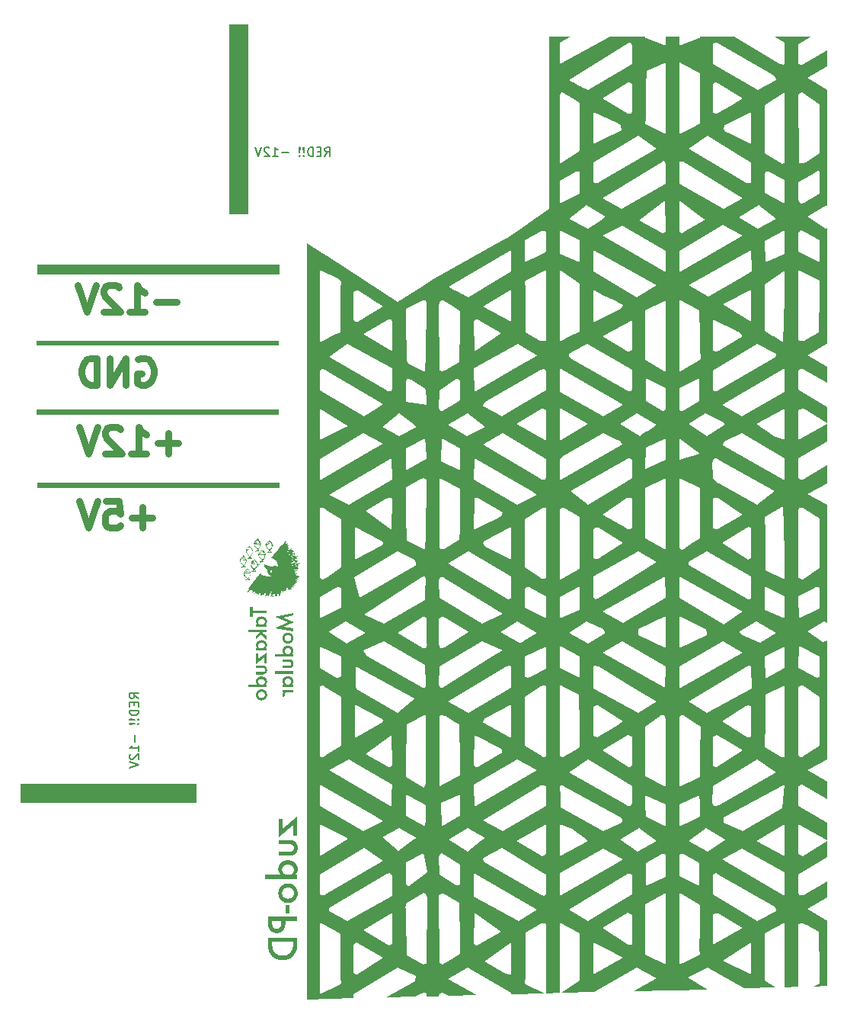
<source format=gbr>
%TF.GenerationSoftware,KiCad,Pcbnew,9.0.6*%
%TF.CreationDate,2026-02-04T05:23:12+09:00*%
%TF.ProjectId,zudo-pd,7a75646f-2d70-4642-9e6b-696361645f70,rev?*%
%TF.SameCoordinates,Original*%
%TF.FileFunction,Legend,Bot*%
%TF.FilePolarity,Positive*%
%FSLAX46Y46*%
G04 Gerber Fmt 4.6, Leading zero omitted, Abs format (unit mm)*
G04 Created by KiCad (PCBNEW 9.0.6) date 2026-02-04 05:23:12*
%MOMM*%
%LPD*%
G01*
G04 APERTURE LIST*
%ADD10C,0.000000*%
%ADD11C,0.100000*%
%ADD12C,0.750000*%
%ADD13C,0.200000*%
G04 APERTURE END LIST*
D10*
G36*
X58542127Y4882862D02*
G01*
X60864640Y3982009D01*
X60864640Y5013064D01*
X62398906Y5013064D01*
X62405940Y3967933D01*
X64746048Y4879344D01*
X64591213Y5013064D01*
X68507814Y5013064D01*
X73620859Y1969165D01*
X73651446Y1952257D01*
X73685925Y1936168D01*
X73723487Y1921389D01*
X73763321Y1908408D01*
X73804620Y1897717D01*
X73825565Y1893382D01*
X73846573Y1889803D01*
X73867543Y1887041D01*
X73888372Y1885158D01*
X73908960Y1884214D01*
X73929207Y1884271D01*
X73949010Y1885389D01*
X73968268Y1887631D01*
X73986881Y1891056D01*
X74004747Y1895728D01*
X74021766Y1901706D01*
X74037835Y1909052D01*
X74052854Y1917827D01*
X74066721Y1928093D01*
X74079336Y1939910D01*
X74090597Y1953340D01*
X74100403Y1968443D01*
X74108653Y1985283D01*
X74115246Y2003918D01*
X74120080Y2024411D01*
X74123055Y2046823D01*
X74124069Y2071215D01*
X74106474Y4340943D01*
X72959294Y5009545D01*
X77079994Y5009545D01*
X75647777Y4157957D01*
X75647777Y2025469D01*
X75616113Y2025468D01*
X75616996Y2015577D01*
X75619586Y2005720D01*
X75623800Y1995931D01*
X75629550Y1986244D01*
X75636751Y1976694D01*
X75645317Y1967315D01*
X75655163Y1958141D01*
X75666203Y1949206D01*
X75691522Y1932189D01*
X75720589Y1916539D01*
X75752717Y1902527D01*
X75787222Y1890428D01*
X75823417Y1880515D01*
X75860618Y1873060D01*
X75898138Y1868338D01*
X75935292Y1866620D01*
X75971395Y1868181D01*
X75988837Y1870277D01*
X76005760Y1873294D01*
X76022077Y1877268D01*
X76037703Y1882231D01*
X76052552Y1888220D01*
X76066538Y1895267D01*
X78821885Y3478798D01*
X78821885Y1670053D01*
X76636611Y448975D01*
X78821885Y-898786D01*
X78821885Y-13774654D01*
X78755025Y-13725389D01*
X76633090Y-15030921D01*
X78667050Y-16315343D01*
X78825401Y-16230886D01*
X78825401Y-29148988D01*
X78737425Y-29099721D01*
X76640127Y-30384143D01*
X78825401Y-31647446D01*
X78825401Y-33487863D01*
X76154513Y-31953597D01*
X76137956Y-31944736D01*
X76118883Y-31936648D01*
X76097666Y-31929365D01*
X76074675Y-31922916D01*
X76050283Y-31917333D01*
X76024860Y-31912648D01*
X75998777Y-31908890D01*
X75972405Y-31906091D01*
X75946116Y-31904281D01*
X75920281Y-31903493D01*
X75895271Y-31903756D01*
X75871456Y-31905101D01*
X75849208Y-31907560D01*
X75828899Y-31911164D01*
X75810899Y-31915942D01*
X75795580Y-31921928D01*
X75788563Y-31925642D01*
X75781386Y-31930160D01*
X75766652Y-31941434D01*
X75751577Y-31955409D01*
X75736363Y-31971744D01*
X75721211Y-31990100D01*
X75706321Y-32010137D01*
X75691896Y-32031513D01*
X75678135Y-32053890D01*
X75665241Y-32076926D01*
X75653413Y-32100282D01*
X75642854Y-32123618D01*
X75633763Y-32146592D01*
X75626343Y-32168866D01*
X75620794Y-32190098D01*
X75617317Y-32209949D01*
X75616418Y-32219250D01*
X75616113Y-32228078D01*
X75630187Y-34226845D01*
X78828917Y-36134121D01*
X78828917Y-37904157D01*
X76112281Y-36278397D01*
X76049526Y-36303257D01*
X75985658Y-36330137D01*
X75921211Y-36358749D01*
X75856723Y-36388805D01*
X75792729Y-36420015D01*
X75729766Y-36452091D01*
X75668369Y-36484744D01*
X75609076Y-36517686D01*
X75644266Y-39839584D01*
X78825401Y-38055471D01*
X78825401Y-39990897D01*
X75623145Y-41870022D01*
X75623145Y-43974357D01*
X75624290Y-43989404D01*
X75627645Y-44004173D01*
X75633090Y-44018636D01*
X75640506Y-44032762D01*
X75649772Y-44046523D01*
X75660769Y-44059888D01*
X75673377Y-44072827D01*
X75687476Y-44085312D01*
X75702946Y-44097312D01*
X75719668Y-44108799D01*
X75756385Y-44130110D01*
X75796670Y-44149009D01*
X75839562Y-44165259D01*
X75884105Y-44178622D01*
X75929337Y-44188861D01*
X75974303Y-44195739D01*
X76018041Y-44199020D01*
X76059593Y-44198465D01*
X76079250Y-44196676D01*
X76098002Y-44193838D01*
X76115727Y-44189924D01*
X76132307Y-44184902D01*
X76147621Y-44178744D01*
X76161550Y-44171419D01*
X78825401Y-42594926D01*
X78825401Y-44590174D01*
X76640127Y-45853478D01*
X78825401Y-47000657D01*
X78825401Y-60101739D01*
X78505174Y-59918751D01*
X76640127Y-61080005D01*
X78332744Y-62279975D01*
X78825396Y-62058276D01*
X78825396Y-75293081D01*
X76619006Y-76422666D01*
X78825396Y-77696527D01*
X78825396Y-79684739D01*
X76034863Y-78037865D01*
X76017243Y-78041252D01*
X75999386Y-78045456D01*
X75981345Y-78050449D01*
X75963172Y-78056202D01*
X75926638Y-78069876D01*
X75890202Y-78086250D01*
X75854282Y-78105100D01*
X75819295Y-78126196D01*
X75785658Y-78149314D01*
X75753789Y-78174225D01*
X75724106Y-78200703D01*
X75710214Y-78214459D01*
X75697026Y-78228522D01*
X75684592Y-78242863D01*
X75672966Y-78257454D01*
X75662200Y-78272267D01*
X75652345Y-78287273D01*
X75643454Y-78302444D01*
X75635579Y-78317751D01*
X75628773Y-78333167D01*
X75623087Y-78348663D01*
X75618574Y-78364210D01*
X75615285Y-78379780D01*
X75613274Y-78395346D01*
X75612592Y-78410878D01*
X75630187Y-80420205D01*
X78825401Y-82288772D01*
X78825401Y-84234752D01*
X75637224Y-82436565D01*
X75612592Y-85754939D01*
X76122839Y-85994228D01*
X78828917Y-84371991D01*
X78828917Y-86142040D01*
X75626666Y-88056351D01*
X75616108Y-90016414D01*
X75616403Y-90025633D01*
X75617274Y-90035442D01*
X75620651Y-90056640D01*
X75626060Y-90079622D01*
X75633319Y-90104000D01*
X75642248Y-90129389D01*
X75652667Y-90155402D01*
X75664395Y-90181652D01*
X75677252Y-90207753D01*
X75691057Y-90233317D01*
X75705631Y-90257959D01*
X75720792Y-90281292D01*
X75736360Y-90302928D01*
X75752155Y-90322483D01*
X75767996Y-90339568D01*
X75775878Y-90347064D01*
X75783703Y-90353797D01*
X75791450Y-90359720D01*
X75799096Y-90364784D01*
X75813534Y-90371423D01*
X75830308Y-90376809D01*
X75849194Y-90380926D01*
X75869972Y-90383760D01*
X75892421Y-90385294D01*
X75916317Y-90385514D01*
X75941440Y-90384403D01*
X75967568Y-90381947D01*
X75994480Y-90378130D01*
X76021954Y-90372936D01*
X76049767Y-90366351D01*
X76077700Y-90358359D01*
X76105529Y-90348944D01*
X76133033Y-90338091D01*
X76159992Y-90325784D01*
X76186182Y-90312009D01*
X78832443Y-88795333D01*
X78832443Y-90607594D01*
X76640133Y-91913129D01*
X78751504Y-93183464D01*
X78832443Y-93137721D01*
X78832443Y-100460667D01*
X77347441Y-100499368D01*
X77994927Y-100165072D01*
X78003552Y-99389095D01*
X77995972Y-98663019D01*
X77953141Y-97296230D01*
X77908330Y-95936042D01*
X77898275Y-95218216D01*
X77903436Y-94453789D01*
X76513451Y-93658511D01*
X76465257Y-93631751D01*
X76413435Y-93604770D01*
X76358561Y-93578335D01*
X76301213Y-93553215D01*
X76241968Y-93530177D01*
X76181403Y-93509989D01*
X76120097Y-93493421D01*
X76058625Y-93481239D01*
X76028008Y-93477033D01*
X75997566Y-93474211D01*
X75967372Y-93472871D01*
X75937497Y-93473107D01*
X75908013Y-93475016D01*
X75878994Y-93478694D01*
X75850511Y-93484236D01*
X75822636Y-93491739D01*
X75795441Y-93501299D01*
X75768999Y-93513012D01*
X75743382Y-93526974D01*
X75718662Y-93543280D01*
X75694910Y-93562027D01*
X75672200Y-93583311D01*
X75650603Y-93607228D01*
X75630192Y-93633874D01*
X75637229Y-100545111D01*
X74106484Y-100583812D01*
X74106484Y-93384032D01*
X71910653Y-94580476D01*
X71910653Y-99802607D01*
X73068386Y-100611960D01*
X69588135Y-100699935D01*
X65580043Y-98359832D01*
X63373656Y-99528128D01*
X65583559Y-100805505D01*
X57303453Y-101016646D01*
X59847660Y-99545723D01*
X57644791Y-98370396D01*
X52939944Y-101129259D01*
X49315414Y-101220755D01*
X51314184Y-99806138D01*
X51305703Y-95604511D01*
X52851969Y-95604511D01*
X52866045Y-99179779D01*
X52864286Y-99181535D01*
X52862527Y-99183300D01*
X56163308Y-97318253D01*
X54182136Y-96280155D01*
X52851969Y-95604511D01*
X51305703Y-95604511D01*
X51303628Y-94576975D01*
X50241812Y-94003390D01*
X53858393Y-94003390D01*
X56610217Y-95791014D01*
X56637641Y-95807392D01*
X56670431Y-95824378D01*
X56707602Y-95841261D01*
X56748171Y-95857329D01*
X56791152Y-95871871D01*
X56835561Y-95884175D01*
X56857993Y-95889266D01*
X56880413Y-95893531D01*
X56902698Y-95896881D01*
X56924724Y-95899227D01*
X56946369Y-95900480D01*
X56967509Y-95900551D01*
X56988021Y-95899352D01*
X57007783Y-95896793D01*
X57026672Y-95892786D01*
X57044563Y-95887241D01*
X57061335Y-95880070D01*
X57076864Y-95871184D01*
X57091026Y-95860493D01*
X57103700Y-95847910D01*
X57114761Y-95833344D01*
X57124088Y-95816708D01*
X57131556Y-95797912D01*
X57137042Y-95776867D01*
X57140424Y-95753485D01*
X57141579Y-95727676D01*
X57141577Y-95724165D01*
X57159174Y-92532467D01*
X57107105Y-92499113D01*
X57049428Y-92465552D01*
X56987461Y-92432569D01*
X56922525Y-92400947D01*
X56855940Y-92371470D01*
X56822441Y-92357781D01*
X56789024Y-92344921D01*
X56755856Y-92332990D01*
X56723099Y-92322084D01*
X56690920Y-92312302D01*
X56659483Y-92303742D01*
X53858393Y-94003390D01*
X50241812Y-94003390D01*
X49114834Y-93394605D01*
X49114834Y-101224286D01*
X47587608Y-101262987D01*
X47587608Y-93633924D01*
X47580886Y-93614246D01*
X47572021Y-93596094D01*
X47561137Y-93579424D01*
X47548357Y-93564196D01*
X47533807Y-93550367D01*
X47517610Y-93537896D01*
X47499892Y-93526741D01*
X47480776Y-93516860D01*
X47460386Y-93508210D01*
X47438848Y-93500751D01*
X47416285Y-93494440D01*
X47392823Y-93489236D01*
X47343694Y-93481978D01*
X47292457Y-93478644D01*
X47240106Y-93478897D01*
X47187637Y-93482402D01*
X47136044Y-93488826D01*
X47086323Y-93497832D01*
X47039467Y-93509086D01*
X46996472Y-93522252D01*
X46958333Y-93536995D01*
X46926045Y-93552981D01*
X45314362Y-94492551D01*
X45303806Y-99436683D01*
X45301418Y-99477197D01*
X45294926Y-99522945D01*
X45285342Y-99573053D01*
X45273675Y-99626651D01*
X45248134Y-99740832D01*
X45236282Y-99799673D01*
X45226388Y-99858519D01*
X45219463Y-99916499D01*
X45216518Y-99972742D01*
X45216853Y-99999939D01*
X45218562Y-100026376D01*
X45221772Y-100051942D01*
X45226607Y-100076530D01*
X45233195Y-100100031D01*
X45241662Y-100122334D01*
X45252134Y-100143332D01*
X45264738Y-100162916D01*
X45279600Y-100180977D01*
X45296845Y-100197405D01*
X45316601Y-100212092D01*
X45338994Y-100224929D01*
X47390548Y-101270060D01*
X43702678Y-101365067D01*
X43702678Y-101175042D01*
X38906339Y-98370426D01*
X36692914Y-99665398D01*
X39909241Y-101463585D01*
X36791445Y-101544528D01*
X36386764Y-101315793D01*
X36339271Y-101290974D01*
X36289882Y-101267022D01*
X36239668Y-101244471D01*
X36189702Y-101223857D01*
X36141055Y-101205719D01*
X36117562Y-101197745D01*
X36094800Y-101190590D01*
X36072905Y-101184323D01*
X36052009Y-101179009D01*
X36032247Y-101174716D01*
X36013754Y-101171511D01*
X36004486Y-101170752D01*
X35994540Y-101171078D01*
X35983979Y-101172444D01*
X35972867Y-101174800D01*
X35961267Y-101178100D01*
X35949245Y-101182295D01*
X35936863Y-101187338D01*
X35924185Y-101193181D01*
X35898198Y-101207077D01*
X35871792Y-101223602D01*
X35845480Y-101242374D01*
X35819771Y-101263013D01*
X35795175Y-101285135D01*
X35772203Y-101308361D01*
X35751365Y-101332308D01*
X35741905Y-101344434D01*
X35733171Y-101356596D01*
X35725225Y-101368748D01*
X35718132Y-101380843D01*
X35711955Y-101392831D01*
X35706758Y-101404667D01*
X35702605Y-101416301D01*
X35699560Y-101427687D01*
X35697686Y-101438776D01*
X35697047Y-101449521D01*
X35697047Y-101576198D01*
X34321135Y-101611388D01*
X34321135Y-101431916D01*
X34319208Y-101401809D01*
X34314836Y-101374120D01*
X34308149Y-101348772D01*
X34299279Y-101325686D01*
X34288357Y-101304786D01*
X34275515Y-101285994D01*
X34260885Y-101269233D01*
X34244597Y-101254426D01*
X34226784Y-101241495D01*
X34207576Y-101230364D01*
X34187105Y-101220953D01*
X34165503Y-101213188D01*
X34142901Y-101206989D01*
X34119430Y-101202280D01*
X34095222Y-101198984D01*
X34070408Y-101197022D01*
X34019490Y-101196795D01*
X33967726Y-101200981D01*
X33916169Y-101208960D01*
X33865869Y-101220115D01*
X33817878Y-101233826D01*
X33773249Y-101249475D01*
X33733031Y-101266444D01*
X33698278Y-101284113D01*
X33068385Y-101643047D01*
X29845019Y-101723980D01*
X33026158Y-99929314D01*
X33114132Y-99309976D01*
X31090731Y-98356342D01*
X26157152Y-101340420D01*
X26157152Y-101818997D01*
X21005397Y-101949195D01*
X21005397Y-101386143D01*
X22441132Y-101386143D01*
X24717898Y-100224899D01*
X24717898Y-100224879D01*
X24735886Y-100210233D01*
X24751651Y-100194064D01*
X24765303Y-100176457D01*
X24776951Y-100157497D01*
X24786701Y-100137269D01*
X24794662Y-100115858D01*
X24800943Y-100093349D01*
X24805652Y-100069827D01*
X24808897Y-100045377D01*
X24810786Y-100020085D01*
X24810931Y-99967311D01*
X24806951Y-99912187D01*
X24799714Y-99855392D01*
X24790085Y-99797608D01*
X24778930Y-99739514D01*
X24755507Y-99625120D01*
X24744971Y-99570181D01*
X24736373Y-99517654D01*
X24730579Y-99468219D01*
X24728455Y-99422558D01*
X24727431Y-98725808D01*
X26153633Y-98725808D01*
X26154255Y-98741321D01*
X26156091Y-98758078D01*
X26159099Y-98775941D01*
X26163235Y-98794772D01*
X26174718Y-98834785D01*
X26190197Y-98877014D01*
X26209325Y-98920357D01*
X26231758Y-98963710D01*
X26257149Y-99005970D01*
X26270846Y-99026346D01*
X26285154Y-99046035D01*
X26300028Y-99064899D01*
X26315427Y-99082800D01*
X26331306Y-99099601D01*
X26347622Y-99115163D01*
X26364333Y-99129349D01*
X26381395Y-99142021D01*
X26398765Y-99153040D01*
X26416400Y-99162270D01*
X26434257Y-99169572D01*
X26452292Y-99174808D01*
X26470462Y-99177840D01*
X26488724Y-99178531D01*
X26507036Y-99176742D01*
X26525353Y-99172336D01*
X26543633Y-99165175D01*
X26561832Y-99155121D01*
X26561832Y-99151590D01*
X29472011Y-97311171D01*
X26551276Y-95618554D01*
X26540587Y-95615358D01*
X26529028Y-95613638D01*
X26516674Y-95613328D01*
X26503605Y-95614357D01*
X26489896Y-95616656D01*
X26475625Y-95620157D01*
X26460869Y-95624791D01*
X26445707Y-95630489D01*
X26430214Y-95637181D01*
X26414469Y-95644800D01*
X26382530Y-95662538D01*
X26350509Y-95683153D01*
X26319024Y-95706093D01*
X26288694Y-95730806D01*
X26260137Y-95756741D01*
X26233971Y-95783345D01*
X26210816Y-95810069D01*
X26200561Y-95823303D01*
X26191290Y-95836359D01*
X26183081Y-95849170D01*
X26176011Y-95861665D01*
X26170158Y-95873777D01*
X26165599Y-95885435D01*
X26162411Y-95896571D01*
X26160671Y-95907117D01*
X26153633Y-98725808D01*
X24727431Y-98725808D01*
X24721417Y-94633261D01*
X24068310Y-94277849D01*
X27304333Y-94277849D01*
X29950589Y-95812110D01*
X29950589Y-95815621D01*
X29966275Y-95827993D01*
X29982301Y-95839384D01*
X29998636Y-95849801D01*
X30015250Y-95859251D01*
X30032111Y-95867742D01*
X30049189Y-95875282D01*
X30066452Y-95881879D01*
X30083870Y-95887540D01*
X30101411Y-95892273D01*
X30119046Y-95896086D01*
X30136742Y-95898987D01*
X30154469Y-95900984D01*
X30172196Y-95902083D01*
X30189892Y-95902293D01*
X30207526Y-95901621D01*
X30225068Y-95900076D01*
X30242486Y-95897665D01*
X30259749Y-95894396D01*
X30276826Y-95890276D01*
X30293687Y-95885313D01*
X30310301Y-95879515D01*
X30326636Y-95872890D01*
X30342663Y-95865446D01*
X30358348Y-95857189D01*
X30373663Y-95848128D01*
X30388576Y-95838271D01*
X30403055Y-95827625D01*
X30417071Y-95816198D01*
X30430592Y-95803998D01*
X30443587Y-95791032D01*
X30456025Y-95777309D01*
X30467876Y-95762836D01*
X30457318Y-92293148D01*
X27304333Y-94277849D01*
X24068310Y-94277849D01*
X22451689Y-93398106D01*
X22441132Y-101386143D01*
X21005397Y-101386143D01*
X21005397Y-91909588D01*
X23436997Y-91909588D01*
X23437694Y-91920903D01*
X23439104Y-91932398D01*
X23441200Y-91944050D01*
X23443953Y-91955833D01*
X23447335Y-91967721D01*
X23451317Y-91979690D01*
X23455872Y-91991715D01*
X23460970Y-92003769D01*
X23472685Y-92027869D01*
X23486235Y-92051789D01*
X23501394Y-92075327D01*
X23517933Y-92098283D01*
X23535628Y-92120456D01*
X23554250Y-92141644D01*
X23573573Y-92161647D01*
X23593371Y-92180263D01*
X23613416Y-92197292D01*
X23633482Y-92212532D01*
X23653341Y-92225782D01*
X23672768Y-92236842D01*
X23672767Y-92240363D01*
X25530777Y-93215113D01*
X28208782Y-91727121D01*
X31976026Y-91727121D01*
X31979152Y-91825814D01*
X31992905Y-92024381D01*
X32032659Y-92420319D01*
X32048515Y-92614310D01*
X32053218Y-92709571D01*
X32054927Y-92803395D01*
X32083079Y-97040223D01*
X33810887Y-97990346D01*
X33824806Y-97997111D01*
X33840090Y-98002897D01*
X33856622Y-98007717D01*
X33874283Y-98011582D01*
X33892955Y-98014504D01*
X33912518Y-98016494D01*
X33932854Y-98017563D01*
X33953845Y-98017725D01*
X33975372Y-98016989D01*
X33997316Y-98015368D01*
X34019560Y-98012874D01*
X34041984Y-98009517D01*
X34064469Y-98005310D01*
X34086899Y-98000264D01*
X34109152Y-97994391D01*
X34131112Y-97987702D01*
X34152660Y-97980208D01*
X34173676Y-97971923D01*
X34194044Y-97962856D01*
X34213643Y-97953020D01*
X34232355Y-97942427D01*
X34250062Y-97931087D01*
X34266646Y-97919013D01*
X34281987Y-97906215D01*
X34295968Y-97892707D01*
X34308469Y-97878499D01*
X34319372Y-97863603D01*
X34328558Y-97848030D01*
X34335910Y-97831792D01*
X34341308Y-97814901D01*
X34344633Y-97797368D01*
X34345768Y-97779205D01*
X34344009Y-97777441D01*
X34342250Y-97775684D01*
X34352806Y-90604043D01*
X34352215Y-90586101D01*
X34350469Y-90567313D01*
X34347608Y-90547781D01*
X34343672Y-90527609D01*
X34338704Y-90506897D01*
X34332742Y-90485750D01*
X34325828Y-90464268D01*
X34318002Y-90442556D01*
X34299777Y-90398846D01*
X34281261Y-90361263D01*
X35700564Y-90361263D01*
X35707602Y-97768673D01*
X35708605Y-97783780D01*
X35711543Y-97798729D01*
X35716309Y-97813485D01*
X35722798Y-97828012D01*
X35730903Y-97842277D01*
X35740518Y-97856244D01*
X35751535Y-97869879D01*
X35763850Y-97883146D01*
X35777356Y-97896011D01*
X35791946Y-97908440D01*
X35823954Y-97931847D01*
X35859025Y-97953089D01*
X35896306Y-97971889D01*
X35934948Y-97987966D01*
X35974101Y-98001044D01*
X36012914Y-98010843D01*
X36050535Y-98017085D01*
X36068634Y-98018785D01*
X36086116Y-98019492D01*
X36102875Y-98019171D01*
X36118804Y-98017786D01*
X36133799Y-98015303D01*
X36147751Y-98011688D01*
X36160555Y-98006905D01*
X36172104Y-98000919D01*
X36673138Y-97701793D01*
X40764346Y-97701793D01*
X42960177Y-98982702D01*
X43003858Y-99010486D01*
X43049003Y-99035734D01*
X43095426Y-99058383D01*
X43142943Y-99078373D01*
X43191366Y-99095641D01*
X43240511Y-99110126D01*
X43290192Y-99121765D01*
X43340224Y-99130497D01*
X43390421Y-99136259D01*
X43440597Y-99138990D01*
X43490567Y-99138629D01*
X43540145Y-99135113D01*
X43589146Y-99128380D01*
X43637384Y-99118368D01*
X43684674Y-99105016D01*
X43730829Y-99088262D01*
X43702676Y-95632648D01*
X40764346Y-97701793D01*
X36673138Y-97701793D01*
X38058267Y-96874846D01*
X38056507Y-96873094D01*
X38054747Y-96871335D01*
X38057414Y-96664474D01*
X38055627Y-96462808D01*
X38050541Y-96265266D01*
X38043311Y-96070776D01*
X38030263Y-95762846D01*
X39592533Y-95762846D01*
X39593727Y-95777319D01*
X39597218Y-95791043D01*
X39602870Y-95804011D01*
X39610547Y-95816215D01*
X39620113Y-95827649D01*
X39631433Y-95838304D01*
X39644370Y-95848175D01*
X39658788Y-95857254D01*
X39674552Y-95865534D01*
X39691525Y-95873008D01*
X39709571Y-95879669D01*
X39728556Y-95885509D01*
X39768793Y-95894701D01*
X39811148Y-95900527D01*
X39854534Y-95902930D01*
X39897864Y-95901853D01*
X39940050Y-95897241D01*
X39960373Y-95893591D01*
X39980003Y-95889035D01*
X39998803Y-95883568D01*
X40016637Y-95877181D01*
X40033369Y-95869867D01*
X40048863Y-95861620D01*
X40062984Y-95852431D01*
X40075595Y-95842296D01*
X40086560Y-95831205D01*
X40095744Y-95819152D01*
X42566051Y-94372866D01*
X39606608Y-92307243D01*
X39596053Y-95762856D01*
X39592533Y-95762846D01*
X38030263Y-95762846D01*
X38027035Y-95686660D01*
X38020300Y-95494891D01*
X38016038Y-95301884D01*
X37973811Y-91153031D01*
X36781188Y-90480908D01*
X36119319Y-90107900D01*
X36069862Y-90130912D01*
X36017270Y-90157387D01*
X35962699Y-90186831D01*
X35907303Y-90218749D01*
X35852236Y-90252645D01*
X35798655Y-90288027D01*
X35772782Y-90306119D01*
X35747712Y-90324398D01*
X35723592Y-90342799D01*
X35700564Y-90361263D01*
X34281261Y-90361263D01*
X34278393Y-90355440D01*
X34254173Y-90313158D01*
X34241102Y-90292695D01*
X34227443Y-90272820D01*
X34213239Y-90253635D01*
X34198528Y-90235244D01*
X34183352Y-90217749D01*
X34167752Y-90201251D01*
X34151767Y-90185854D01*
X34135439Y-90171660D01*
X34118808Y-90158771D01*
X34101915Y-90147291D01*
X34084801Y-90137320D01*
X34067505Y-90128963D01*
X34050069Y-90122320D01*
X34032533Y-90117496D01*
X34014937Y-90114591D01*
X33997323Y-90113709D01*
X33979731Y-90114952D01*
X33962202Y-90118423D01*
X32023255Y-91248008D01*
X32003315Y-91341212D01*
X31989255Y-91435937D01*
X31980443Y-91531971D01*
X31976245Y-91629103D01*
X31976026Y-91727121D01*
X28208782Y-91727121D01*
X30464357Y-90473845D01*
X30464357Y-89013496D01*
X31981028Y-89013496D01*
X31981510Y-89026348D01*
X31983562Y-89039776D01*
X31987105Y-89053696D01*
X31992059Y-89068025D01*
X31998346Y-89082679D01*
X32005887Y-89097574D01*
X32014601Y-89112626D01*
X32024410Y-89127751D01*
X32046995Y-89157887D01*
X32073009Y-89187312D01*
X32101816Y-89215356D01*
X32132783Y-89241347D01*
X32165275Y-89264617D01*
X32181896Y-89275022D01*
X32198660Y-89284495D01*
X32215488Y-89292953D01*
X32232302Y-89300312D01*
X32249022Y-89306487D01*
X32265568Y-89311395D01*
X32281862Y-89314953D01*
X32297824Y-89317077D01*
X32313375Y-89317683D01*
X32328435Y-89316686D01*
X32342926Y-89314004D01*
X32356768Y-89309553D01*
X32369882Y-89303248D01*
X32382189Y-89295006D01*
X34352805Y-87767788D01*
X34042201Y-86043502D01*
X35693527Y-86043502D01*
X35707603Y-88045787D01*
X37414298Y-89161298D01*
X37429238Y-89170654D01*
X37445614Y-89179568D01*
X37482230Y-89195962D01*
X37523258Y-89210253D01*
X37567812Y-89222214D01*
X37615006Y-89231619D01*
X37663951Y-89238240D01*
X37713763Y-89241851D01*
X37763554Y-89242225D01*
X37812438Y-89239135D01*
X37836263Y-89236221D01*
X37859529Y-89232355D01*
X37882124Y-89227510D01*
X37903938Y-89221658D01*
X37924861Y-89214769D01*
X37944781Y-89206816D01*
X37963588Y-89197770D01*
X37981170Y-89187603D01*
X37997417Y-89176287D01*
X38012219Y-89163793D01*
X38025463Y-89150092D01*
X38037040Y-89135158D01*
X38046839Y-89118960D01*
X38054748Y-89101471D01*
X38051230Y-89097950D01*
X38061354Y-87862805D01*
X39596053Y-87862805D01*
X39596053Y-90480908D01*
X44536671Y-93215134D01*
X44538430Y-93216898D01*
X44540189Y-93218655D01*
X46612855Y-91923682D01*
X46600687Y-91916640D01*
X50128296Y-91916640D01*
X50131814Y-91916640D01*
X52222075Y-93208102D01*
X55281966Y-91381756D01*
X58584352Y-91381756D01*
X58594910Y-96966342D01*
X58594910Y-96962821D01*
X60868156Y-98064258D01*
X60857600Y-90100858D01*
X58584352Y-91381756D01*
X55281966Y-91381756D01*
X57162693Y-90259214D01*
X57161388Y-90058616D01*
X62388350Y-90058616D01*
X62395387Y-98057216D01*
X63388195Y-97589201D01*
X67248032Y-97589201D01*
X70401019Y-99172726D01*
X70404535Y-99172726D01*
X70404535Y-95604500D01*
X67248032Y-97589201D01*
X63388195Y-97589201D01*
X64672152Y-96983937D01*
X64668636Y-96983927D01*
X64651158Y-96221796D01*
X64652855Y-95502883D01*
X64667832Y-94814982D01*
X64690189Y-94145886D01*
X64733462Y-92815281D01*
X64737082Y-92543010D01*
X66100853Y-92543010D01*
X66132522Y-95868426D01*
X69426269Y-94010412D01*
X66867983Y-92451514D01*
X66844410Y-92437884D01*
X66820553Y-92425364D01*
X66796439Y-92413947D01*
X66772093Y-92403631D01*
X66747540Y-92394410D01*
X66722807Y-92386280D01*
X66697920Y-92379237D01*
X66672903Y-92373275D01*
X66647783Y-92368391D01*
X66622586Y-92364579D01*
X66597338Y-92361836D01*
X66572063Y-92360156D01*
X66546789Y-92359536D01*
X66521540Y-92359971D01*
X66496343Y-92361456D01*
X66471223Y-92363986D01*
X66446207Y-92367558D01*
X66421319Y-92372167D01*
X66396586Y-92377808D01*
X66372033Y-92384476D01*
X66347686Y-92392167D01*
X66323571Y-92400878D01*
X66299714Y-92410602D01*
X66276141Y-92421336D01*
X66252877Y-92433075D01*
X66229948Y-92445814D01*
X66207379Y-92459550D01*
X66185198Y-92474277D01*
X66163428Y-92489991D01*
X66142097Y-92506688D01*
X66121230Y-92524362D01*
X66100853Y-92543010D01*
X64737082Y-92543010D01*
X64742582Y-92129359D01*
X64735495Y-91413415D01*
X62723679Y-90252172D01*
X66107895Y-90252172D01*
X71076658Y-93204581D01*
X73138776Y-92089060D01*
X73142461Y-92066851D01*
X73144956Y-92044461D01*
X73146287Y-92021932D01*
X73146481Y-91999310D01*
X73145564Y-91976639D01*
X73143562Y-91953963D01*
X73140503Y-91931327D01*
X73136412Y-91908775D01*
X73131316Y-91886353D01*
X73125241Y-91864103D01*
X73118213Y-91842071D01*
X73110260Y-91820302D01*
X73101407Y-91798839D01*
X73091681Y-91777727D01*
X73081108Y-91757011D01*
X73069716Y-91736735D01*
X73057529Y-91716943D01*
X73044575Y-91697681D01*
X73030879Y-91678991D01*
X73016470Y-91660920D01*
X73001372Y-91643511D01*
X72985612Y-91626809D01*
X72969217Y-91610858D01*
X72952214Y-91595703D01*
X72934627Y-91581388D01*
X72916485Y-91567957D01*
X72897813Y-91555456D01*
X72878638Y-91543928D01*
X72858986Y-91533419D01*
X72838883Y-91523972D01*
X72818357Y-91515632D01*
X72797433Y-91508443D01*
X66572398Y-87940207D01*
X66561158Y-87934551D01*
X66548624Y-87930093D01*
X66534904Y-87926793D01*
X66520107Y-87924613D01*
X66504341Y-87923512D01*
X66487714Y-87923452D01*
X66470335Y-87924394D01*
X66452311Y-87926297D01*
X66433751Y-87929123D01*
X66414764Y-87932833D01*
X66395457Y-87937386D01*
X66375938Y-87942745D01*
X66336701Y-87955719D01*
X66297917Y-87971440D01*
X66260452Y-87989594D01*
X66242486Y-87999485D01*
X66225174Y-88009866D01*
X66208625Y-88020699D01*
X66192947Y-88031943D01*
X66178248Y-88043559D01*
X66164637Y-88055509D01*
X66152222Y-88067752D01*
X66141111Y-88080250D01*
X66131413Y-88092963D01*
X66123235Y-88105852D01*
X66116686Y-88118877D01*
X66111874Y-88132000D01*
X66108907Y-88145181D01*
X66107895Y-88158380D01*
X66107895Y-90252172D01*
X62723679Y-90252172D01*
X62388350Y-90058616D01*
X57161388Y-90058616D01*
X57148616Y-88095052D01*
X57125536Y-88081136D01*
X57100059Y-88067184D01*
X57072509Y-88053324D01*
X57043213Y-88039686D01*
X57012493Y-88026398D01*
X56980676Y-88013589D01*
X56948085Y-88001389D01*
X56915046Y-87989925D01*
X56881883Y-87979328D01*
X56848921Y-87969725D01*
X56816485Y-87961246D01*
X56784900Y-87954019D01*
X56754489Y-87948174D01*
X56725579Y-87943840D01*
X56698493Y-87941144D01*
X56673557Y-87940217D01*
X50128296Y-91916640D01*
X46600687Y-91916640D01*
X39596053Y-87862805D01*
X38061354Y-87862805D01*
X38068825Y-86951383D01*
X37100291Y-86365607D01*
X40574705Y-86365607D01*
X40576790Y-86386163D01*
X40580834Y-86407107D01*
X40586702Y-86428352D01*
X40594264Y-86449811D01*
X40603387Y-86471396D01*
X40613939Y-86493022D01*
X40625788Y-86514601D01*
X40638803Y-86536046D01*
X40652850Y-86557270D01*
X40683514Y-86598706D01*
X40716725Y-86638215D01*
X40751426Y-86675100D01*
X40786560Y-86708665D01*
X40821070Y-86738215D01*
X40853899Y-86763053D01*
X40883992Y-86782484D01*
X47052726Y-90319031D01*
X47074545Y-90331225D01*
X47097627Y-90342687D01*
X47121750Y-90353345D01*
X47146693Y-90363126D01*
X47172233Y-90371959D01*
X47198150Y-90379771D01*
X47224222Y-90386491D01*
X47250227Y-90392046D01*
X47275943Y-90396363D01*
X47301148Y-90399372D01*
X47325622Y-90400999D01*
X47349143Y-90401172D01*
X47371487Y-90399821D01*
X47392436Y-90396871D01*
X47411765Y-90392252D01*
X47420754Y-90389293D01*
X47429255Y-90385890D01*
X47425736Y-90389421D01*
X47433702Y-90385295D01*
X47441748Y-90380208D01*
X47457998Y-90367344D01*
X47474309Y-90351223D01*
X47490507Y-90332236D01*
X47506416Y-90310775D01*
X47521861Y-90287231D01*
X47536668Y-90261997D01*
X47550659Y-90235463D01*
X47563662Y-90208023D01*
X47575499Y-90180067D01*
X47585996Y-90151987D01*
X47594977Y-90124176D01*
X47602268Y-90097024D01*
X47607692Y-90070924D01*
X47611075Y-90046267D01*
X47612242Y-90023446D01*
X47601684Y-88066914D01*
X47253314Y-87859284D01*
X49121874Y-87859284D01*
X49125392Y-87859274D01*
X49142987Y-90466823D01*
X55447238Y-86814153D01*
X58672324Y-86814153D01*
X58689919Y-89368918D01*
X58693440Y-89372429D01*
X60875193Y-88288597D01*
X60865101Y-85994238D01*
X62391869Y-85994238D01*
X62398906Y-88253417D01*
X64573618Y-89316133D01*
X64580106Y-88158380D01*
X64587698Y-86803590D01*
X63903422Y-86405956D01*
X67131909Y-86405956D01*
X74099477Y-90436669D01*
X74113521Y-87831136D01*
X69320703Y-85149685D01*
X67131909Y-86405956D01*
X63903422Y-86405956D01*
X62873962Y-85807734D01*
X62857418Y-85798592D01*
X62839590Y-85789697D01*
X62820680Y-85781132D01*
X62800888Y-85772980D01*
X62780416Y-85765323D01*
X62759465Y-85758244D01*
X62738235Y-85751825D01*
X62716928Y-85746148D01*
X62695745Y-85741296D01*
X62674886Y-85737351D01*
X62654554Y-85734396D01*
X62634948Y-85732513D01*
X62616270Y-85731785D01*
X62598721Y-85732294D01*
X62582502Y-85734123D01*
X62567814Y-85737354D01*
X62567817Y-85737354D01*
X62562049Y-85739129D01*
X62555982Y-85741785D01*
X62549649Y-85745273D01*
X62543081Y-85749546D01*
X62529365Y-85760256D01*
X62515087Y-85773532D01*
X62500500Y-85788995D01*
X62485857Y-85806261D01*
X62471409Y-85824950D01*
X62457409Y-85844681D01*
X62444111Y-85865071D01*
X62431766Y-85885740D01*
X62420628Y-85906306D01*
X62410948Y-85926387D01*
X62402980Y-85945602D01*
X62396975Y-85963570D01*
X62393188Y-85979909D01*
X62392204Y-85987349D01*
X62391869Y-85994238D01*
X60865101Y-85994238D01*
X60864637Y-85888657D01*
X60863807Y-85878866D01*
X60861378Y-85869297D01*
X60857440Y-85859963D01*
X60852087Y-85850879D01*
X60845409Y-85842061D01*
X60837497Y-85833524D01*
X60828444Y-85825281D01*
X60818341Y-85817348D01*
X60807278Y-85809740D01*
X60795349Y-85802471D01*
X60769254Y-85789012D01*
X60740788Y-85777089D01*
X60710682Y-85766820D01*
X60679670Y-85758324D01*
X60648482Y-85751720D01*
X60617851Y-85747126D01*
X60588508Y-85744661D01*
X60561186Y-85744443D01*
X60536617Y-85746591D01*
X60525593Y-85748590D01*
X60515532Y-85751224D01*
X60506526Y-85754509D01*
X60498664Y-85758460D01*
X58672324Y-86814153D01*
X55447238Y-86814153D01*
X56145715Y-86409457D01*
X53942847Y-85160238D01*
X49121874Y-87859284D01*
X47253314Y-87859284D01*
X44194904Y-86036460D01*
X49132429Y-86036460D01*
X52272127Y-84317180D01*
X52081454Y-84175677D01*
X55808996Y-84175677D01*
X57774994Y-85501586D01*
X59864093Y-84326248D01*
X63391254Y-84326248D01*
X65513184Y-85491023D01*
X67286450Y-84329769D01*
X70988688Y-84329769D01*
X74117037Y-86011843D01*
X74110000Y-82499913D01*
X70988688Y-84329769D01*
X67286450Y-84329769D01*
X67501395Y-84189009D01*
X65375944Y-82922174D01*
X63391254Y-84326248D01*
X59864093Y-84326248D01*
X59882850Y-84315695D01*
X57905194Y-82915153D01*
X55808996Y-84175677D01*
X52081454Y-84175677D01*
X50487226Y-82992565D01*
X49139464Y-82461202D01*
X49132429Y-86036460D01*
X44194904Y-86036460D01*
X42671624Y-85128579D01*
X40665818Y-86212410D01*
X40644342Y-86225561D01*
X40626012Y-86239882D01*
X40610696Y-86255287D01*
X40598263Y-86271689D01*
X40588580Y-86289001D01*
X40581514Y-86307136D01*
X40576935Y-86326006D01*
X40574709Y-86345525D01*
X40574705Y-86365607D01*
X37100291Y-86365607D01*
X36020791Y-85712717D01*
X36010564Y-85707763D01*
X35999718Y-85704718D01*
X35988316Y-85703488D01*
X35976419Y-85703982D01*
X35964089Y-85706108D01*
X35951388Y-85709772D01*
X35938377Y-85714884D01*
X35925119Y-85721351D01*
X35911675Y-85729081D01*
X35898108Y-85737982D01*
X35870850Y-85758927D01*
X35843839Y-85783449D01*
X35817571Y-85810811D01*
X35792539Y-85840277D01*
X35769240Y-85871108D01*
X35748167Y-85902568D01*
X35729816Y-85933920D01*
X35714682Y-85964427D01*
X35703259Y-85993351D01*
X35699094Y-86006989D01*
X35696042Y-86019955D01*
X35694166Y-86032156D01*
X35693527Y-86043502D01*
X34042201Y-86043502D01*
X33976278Y-85677537D01*
X31991585Y-86729699D01*
X31981028Y-89013496D01*
X30464357Y-89013496D01*
X30464357Y-88246345D01*
X30463752Y-88237526D01*
X30462613Y-88228254D01*
X30458817Y-88208508D01*
X30453145Y-88187432D01*
X30445772Y-88165351D01*
X30436873Y-88142590D01*
X30426624Y-88119474D01*
X30415199Y-88096326D01*
X30402775Y-88073473D01*
X30389525Y-88051238D01*
X30375627Y-88029946D01*
X30361253Y-88009923D01*
X30346581Y-87991493D01*
X30331786Y-87974980D01*
X30317041Y-87960710D01*
X30309743Y-87954518D01*
X30302524Y-87949007D01*
X30295405Y-87944220D01*
X30288409Y-87940197D01*
X30281147Y-87936753D01*
X30273245Y-87933673D01*
X30255680Y-87928577D01*
X30236032Y-87924852D01*
X30214621Y-87922441D01*
X30191766Y-87921287D01*
X30167788Y-87921334D01*
X30143006Y-87922526D01*
X30117740Y-87924805D01*
X30092308Y-87928115D01*
X30067031Y-87932399D01*
X30042228Y-87937601D01*
X30018219Y-87943663D01*
X29995323Y-87950529D01*
X29973861Y-87958143D01*
X29954151Y-87966448D01*
X29936513Y-87975387D01*
X23711476Y-91621025D01*
X23687478Y-91635363D01*
X23663166Y-91650603D01*
X23638802Y-91666657D01*
X23614650Y-91683437D01*
X23590971Y-91700857D01*
X23568030Y-91718827D01*
X23546089Y-91737261D01*
X23525411Y-91756071D01*
X23506259Y-91775170D01*
X23488895Y-91794470D01*
X23480966Y-91804168D01*
X23473583Y-91813884D01*
X23466778Y-91823606D01*
X23460585Y-91833323D01*
X23455037Y-91843025D01*
X23450165Y-91852701D01*
X23446004Y-91862339D01*
X23442585Y-91871929D01*
X23439942Y-91881460D01*
X23438108Y-91890921D01*
X23437116Y-91900300D01*
X23436997Y-91909588D01*
X21005397Y-91909588D01*
X21005397Y-88066893D01*
X22448170Y-88066893D01*
X22458727Y-90195866D01*
X22460014Y-90216572D01*
X22463785Y-90235827D01*
X22469908Y-90253665D01*
X22478246Y-90270119D01*
X22488667Y-90285222D01*
X22501037Y-90299008D01*
X22515221Y-90311511D01*
X22531085Y-90322764D01*
X22548496Y-90332800D01*
X22567320Y-90341653D01*
X22587421Y-90349357D01*
X22608668Y-90355944D01*
X22654057Y-90365906D01*
X22702415Y-90371806D01*
X22752670Y-90373912D01*
X22803750Y-90372493D01*
X22854582Y-90367815D01*
X22904095Y-90360149D01*
X22951216Y-90349760D01*
X22994873Y-90336919D01*
X23033994Y-90321891D01*
X23067507Y-90304947D01*
X29461453Y-86543185D01*
X27374712Y-85107453D01*
X27378230Y-85110974D01*
X22448170Y-88066893D01*
X21005397Y-88066893D01*
X21005397Y-86032939D01*
X21005397Y-82464713D01*
X22444651Y-82464713D01*
X22444651Y-86032939D01*
X25601156Y-84058801D01*
X25364205Y-83939136D01*
X29401632Y-83939136D01*
X31206857Y-85473408D01*
X32906163Y-84189009D01*
X36721064Y-84189009D01*
X38835958Y-85483981D01*
X40349944Y-84322717D01*
X44300898Y-84322717D01*
X47172368Y-86025897D01*
X47175889Y-86022376D01*
X47622795Y-85807724D01*
X47594642Y-82464713D01*
X44300898Y-84322717D01*
X40349944Y-84322717D01*
X40799537Y-83977868D01*
X38835959Y-82918663D01*
X36721064Y-84189009D01*
X32906163Y-84189009D01*
X33166917Y-83991922D01*
X31224452Y-82915122D01*
X29401632Y-83939136D01*
X25364205Y-83939136D01*
X22444651Y-82464713D01*
X21005397Y-82464713D01*
X21005397Y-80451874D01*
X22444651Y-80451874D01*
X27269142Y-83270555D01*
X29454415Y-82098738D01*
X28517478Y-81556822D01*
X22451688Y-78048423D01*
X22444651Y-80451874D01*
X21005397Y-80451874D01*
X21005397Y-76454335D01*
X23436997Y-76454335D01*
X30432686Y-80501138D01*
X30444574Y-79149855D01*
X31991585Y-79149855D01*
X31991585Y-81556822D01*
X34148705Y-82693439D01*
X34212046Y-81908713D01*
X34240253Y-81518992D01*
X34250830Y-81325037D01*
X34258233Y-81131907D01*
X34261841Y-80939767D01*
X34261037Y-80748780D01*
X34255202Y-80559113D01*
X34243718Y-80370931D01*
X33776419Y-80117568D01*
X35946891Y-80117568D01*
X35975044Y-82704002D01*
X37088859Y-82091685D01*
X40591918Y-82091685D01*
X42798306Y-83263492D01*
X47605203Y-80441291D01*
X47605203Y-78401034D01*
X49135964Y-78401034D01*
X49136030Y-78466473D01*
X49138528Y-78531757D01*
X49142985Y-78596943D01*
X49155878Y-78727248D01*
X49170916Y-78857841D01*
X49184304Y-78989176D01*
X49189194Y-79055264D01*
X49192249Y-79121707D01*
X49241464Y-80587575D01*
X53918210Y-83260002D01*
X55667133Y-82461192D01*
X55704653Y-82443729D01*
X55741807Y-82425575D01*
X55778312Y-82406617D01*
X55813884Y-82386742D01*
X55848239Y-82365836D01*
X55881095Y-82343786D01*
X55912167Y-82320478D01*
X55941171Y-82295799D01*
X55954810Y-82282910D01*
X55967825Y-82269636D01*
X55980183Y-82255962D01*
X55991846Y-82241874D01*
X56002779Y-82227359D01*
X56012948Y-82212402D01*
X56022317Y-82196988D01*
X56030850Y-82181104D01*
X56038511Y-82164736D01*
X56045267Y-82147869D01*
X56051080Y-82130489D01*
X56055915Y-82112582D01*
X56059738Y-82094134D01*
X56062513Y-82075130D01*
X56064203Y-82055557D01*
X56064775Y-82035399D01*
X56064335Y-82019348D01*
X56063032Y-82003522D01*
X56060886Y-81987921D01*
X56057922Y-81972546D01*
X56054162Y-81957395D01*
X56049627Y-81942467D01*
X56044342Y-81927763D01*
X56038327Y-81913281D01*
X56031607Y-81899020D01*
X56024203Y-81884980D01*
X56007433Y-81857562D01*
X55988200Y-81831019D01*
X55966683Y-81805348D01*
X55943064Y-81780543D01*
X55917521Y-81756599D01*
X55890236Y-81733511D01*
X55861389Y-81711273D01*
X55831161Y-81689880D01*
X55799732Y-81669328D01*
X55767282Y-81649610D01*
X55733992Y-81630723D01*
X49188730Y-78069534D01*
X49169517Y-78136597D01*
X49155109Y-78203222D01*
X49145030Y-78269465D01*
X49138806Y-78335384D01*
X49135964Y-78401034D01*
X47605203Y-78401034D01*
X47605203Y-78263055D01*
X47582241Y-78248763D01*
X47553470Y-78233831D01*
X47519678Y-78218611D01*
X47481655Y-78203453D01*
X47440187Y-78188707D01*
X47396066Y-78174724D01*
X47350078Y-78161854D01*
X47303012Y-78150448D01*
X47255658Y-78140857D01*
X47208804Y-78133431D01*
X47163239Y-78128520D01*
X47119751Y-78126476D01*
X47079129Y-78127647D01*
X47060139Y-78129549D01*
X47042162Y-78132387D01*
X47025295Y-78136203D01*
X47009638Y-78141043D01*
X46995289Y-78146950D01*
X46982346Y-78153968D01*
X40591918Y-82091685D01*
X37088859Y-82091685D01*
X38061787Y-81556822D01*
X38061787Y-79146314D01*
X35946891Y-80117568D01*
X33776419Y-80117568D01*
X31991585Y-79149855D01*
X30444574Y-79149855D01*
X30453800Y-78101209D01*
X27673751Y-76472226D01*
X31979858Y-76472226D01*
X31998621Y-77249614D01*
X33965719Y-78417909D01*
X33980926Y-78406678D01*
X33997314Y-78391731D01*
X34014578Y-78373474D01*
X34032414Y-78352314D01*
X34050519Y-78328660D01*
X34061985Y-78312324D01*
X35711124Y-78312324D01*
X36116927Y-78101209D01*
X39589014Y-78101209D01*
X39617166Y-80501138D01*
X46156980Y-76714735D01*
X50110700Y-76714735D01*
X56557431Y-80381494D01*
X56579726Y-80393068D01*
X56604154Y-80403981D01*
X56630376Y-80414152D01*
X56658052Y-80423499D01*
X56686841Y-80431938D01*
X56716403Y-80439387D01*
X56746399Y-80445765D01*
X56776487Y-80450988D01*
X56806327Y-80454973D01*
X56835580Y-80457640D01*
X56863905Y-80458904D01*
X56890962Y-80458684D01*
X56916411Y-80456897D01*
X56939911Y-80453461D01*
X56961123Y-80448293D01*
X56970764Y-80445034D01*
X56979705Y-80441311D01*
X56988249Y-80436815D01*
X56996719Y-80431276D01*
X57005101Y-80424745D01*
X57013382Y-80417271D01*
X57029592Y-80399699D01*
X57045245Y-80378962D01*
X57060239Y-80355462D01*
X57074469Y-80329601D01*
X57087834Y-80301781D01*
X57100229Y-80272404D01*
X57111553Y-80241872D01*
X57121701Y-80210588D01*
X57130570Y-80178953D01*
X57138059Y-80147370D01*
X57144062Y-80116240D01*
X57148478Y-80085966D01*
X57151203Y-80056949D01*
X57152135Y-80029593D01*
X57152135Y-79821432D01*
X58579108Y-79821432D01*
X58581322Y-79973071D01*
X58587185Y-80113905D01*
X58595940Y-80246451D01*
X58619095Y-80496737D01*
X58644724Y-80744055D01*
X58666766Y-81008527D01*
X58674547Y-81153486D01*
X58679158Y-81310279D01*
X58679840Y-81481424D01*
X58675838Y-81669434D01*
X60854074Y-82714565D01*
X60871643Y-80311114D01*
X62388345Y-80311114D01*
X62420014Y-82711044D01*
X63886056Y-82024912D01*
X67295761Y-82024912D01*
X67296860Y-82064886D01*
X67299401Y-82104323D01*
X67303423Y-82142941D01*
X67308960Y-82180456D01*
X67316048Y-82216584D01*
X67324724Y-82251042D01*
X67335024Y-82283545D01*
X67346984Y-82313812D01*
X67360640Y-82341558D01*
X69405152Y-83274086D01*
X73867190Y-80715800D01*
X73867190Y-80712289D01*
X74131111Y-78048433D01*
X67325450Y-81753899D01*
X67317456Y-81789687D01*
X67310653Y-81826924D01*
X67305077Y-81865325D01*
X67300763Y-81904609D01*
X67297749Y-81944490D01*
X67296069Y-81984685D01*
X67295761Y-82024912D01*
X63886056Y-82024912D01*
X64675668Y-81655360D01*
X64662108Y-80138694D01*
X66097321Y-80138694D01*
X66097489Y-80148490D01*
X66098622Y-80158716D01*
X66100675Y-80169327D01*
X66103603Y-80180280D01*
X66107361Y-80191528D01*
X66111904Y-80203029D01*
X66117186Y-80214737D01*
X66123164Y-80226608D01*
X66137022Y-80250662D01*
X66153117Y-80274835D01*
X66171089Y-80298771D01*
X66190576Y-80322115D01*
X66211217Y-80344510D01*
X66232653Y-80365600D01*
X66254521Y-80385032D01*
X66276462Y-80402448D01*
X66298113Y-80417492D01*
X66319115Y-80429810D01*
X66329260Y-80434835D01*
X66339106Y-80439045D01*
X66348610Y-80442396D01*
X66357726Y-80444842D01*
X66376659Y-80448063D01*
X66397684Y-80449830D01*
X66420586Y-80450174D01*
X66445147Y-80449127D01*
X66471152Y-80446720D01*
X66498384Y-80442983D01*
X66526627Y-80437946D01*
X66555663Y-80431642D01*
X66585277Y-80424101D01*
X66615252Y-80415354D01*
X66645371Y-80405431D01*
X66675418Y-80394365D01*
X66705176Y-80382184D01*
X66734430Y-80368921D01*
X66762962Y-80354607D01*
X66790556Y-80339272D01*
X73156351Y-76725298D01*
X73152830Y-76721787D01*
X71080164Y-75279012D01*
X66125474Y-78249011D01*
X66097321Y-80138694D01*
X64662108Y-80138694D01*
X64654557Y-79294136D01*
X62388345Y-80311114D01*
X60871643Y-80311114D01*
X60871669Y-80307593D01*
X58601944Y-79280057D01*
X58601941Y-79276536D01*
X58588660Y-79475681D01*
X58581302Y-79656474D01*
X58579108Y-79821432D01*
X57152135Y-79821432D01*
X57152135Y-78305312D01*
X62395380Y-78305312D01*
X64665105Y-77221471D01*
X64676478Y-75979273D01*
X66104358Y-75979273D01*
X66160615Y-76004299D01*
X66220540Y-76029036D01*
X66283187Y-76053195D01*
X66347607Y-76076488D01*
X66412852Y-76098625D01*
X66477973Y-76119320D01*
X66542022Y-76138282D01*
X66604052Y-76155224D01*
X69433290Y-74226835D01*
X69433290Y-74223314D01*
X67889505Y-73329945D01*
X71932966Y-73329945D01*
X71935275Y-73917171D01*
X73772173Y-75001012D01*
X73777394Y-75004208D01*
X73783137Y-75007201D01*
X73796055Y-75012585D01*
X73810654Y-75017186D01*
X73826660Y-75021024D01*
X73843800Y-75024120D01*
X73861801Y-75026494D01*
X73880389Y-75028167D01*
X73899292Y-75029160D01*
X73918237Y-75029493D01*
X73936950Y-75029187D01*
X73955157Y-75028262D01*
X73972587Y-75026739D01*
X73988964Y-75024639D01*
X74004017Y-75021982D01*
X74017473Y-75018790D01*
X74029057Y-75015081D01*
X74033064Y-75013096D01*
X74037161Y-75010459D01*
X74045564Y-75003342D01*
X74054153Y-74993958D01*
X74062814Y-74982532D01*
X74071433Y-74969291D01*
X74079899Y-74954463D01*
X74088096Y-74938275D01*
X74095912Y-74920952D01*
X74103233Y-74902722D01*
X74109946Y-74883811D01*
X74115938Y-74864446D01*
X74121094Y-74844855D01*
X74125302Y-74825263D01*
X74128448Y-74805898D01*
X74129018Y-74800425D01*
X75647777Y-74800425D01*
X75655801Y-74818847D01*
X75664672Y-74836498D01*
X75674350Y-74853369D01*
X75684794Y-74869452D01*
X75695965Y-74884739D01*
X75707823Y-74899220D01*
X75720328Y-74912889D01*
X75733440Y-74925736D01*
X75747119Y-74937753D01*
X75761325Y-74948932D01*
X75776019Y-74959264D01*
X75791159Y-74968741D01*
X75806707Y-74977354D01*
X75822622Y-74985096D01*
X75838864Y-74991957D01*
X75855394Y-74997930D01*
X75872171Y-75003006D01*
X75889155Y-75007177D01*
X75906307Y-75010434D01*
X75923587Y-75012768D01*
X75940955Y-75014173D01*
X75958370Y-75014638D01*
X75975792Y-75014157D01*
X75993183Y-75012720D01*
X76010502Y-75010319D01*
X76027708Y-75006945D01*
X76044762Y-75002591D01*
X76061625Y-74997248D01*
X76078255Y-74990907D01*
X76094613Y-74983561D01*
X76110660Y-74975200D01*
X76126355Y-74965817D01*
X76126355Y-74962301D01*
X78012517Y-73772894D01*
X78012517Y-68314990D01*
X76133397Y-67062240D01*
X76122406Y-67056065D01*
X76109966Y-67051359D01*
X76096195Y-67048063D01*
X76081211Y-67046122D01*
X76065131Y-67045477D01*
X76048073Y-67046071D01*
X76030156Y-67047847D01*
X76011498Y-67050747D01*
X75992216Y-67054714D01*
X75972427Y-67059691D01*
X75952251Y-67065621D01*
X75931805Y-67072445D01*
X75890575Y-67088549D01*
X75849679Y-67107545D01*
X75810062Y-67128975D01*
X75772667Y-67152378D01*
X75755097Y-67164677D01*
X75738437Y-67177297D01*
X75722803Y-67190181D01*
X75708315Y-67203272D01*
X75695089Y-67216513D01*
X75683245Y-67229846D01*
X75672899Y-67243213D01*
X75664169Y-67256559D01*
X75657175Y-67269824D01*
X75652032Y-67282951D01*
X75648861Y-67295885D01*
X75647777Y-67308566D01*
X75647777Y-74800425D01*
X74129018Y-74800425D01*
X74130419Y-74786987D01*
X74131101Y-74768755D01*
X74120927Y-67308566D01*
X74120543Y-67027050D01*
X72019731Y-68058100D01*
X72021049Y-69868170D01*
X72011316Y-70755002D01*
X71998224Y-71199635D01*
X71977502Y-71647443D01*
X71952100Y-72206957D01*
X71937914Y-72763833D01*
X71932966Y-73329945D01*
X67889505Y-73329945D01*
X66593494Y-72579961D01*
X66563259Y-72586463D01*
X66532064Y-72594036D01*
X66500107Y-72602600D01*
X66467583Y-72612070D01*
X66401616Y-72633403D01*
X66335732Y-72657376D01*
X66271497Y-72683328D01*
X66210478Y-72710600D01*
X66181665Y-72724525D01*
X66154243Y-72738532D01*
X66128409Y-72752540D01*
X66104358Y-72766465D01*
X66104358Y-75979273D01*
X64676478Y-75979273D01*
X64696774Y-73762336D01*
X64723743Y-73500758D01*
X64742300Y-73242685D01*
X64753930Y-72986344D01*
X64759235Y-72766465D01*
X64760116Y-72729962D01*
X64762096Y-72209980D01*
X64760117Y-71668554D01*
X63827408Y-71045042D01*
X67125905Y-71045042D01*
X69957616Y-72819250D01*
X69974249Y-72828800D01*
X69991131Y-72837008D01*
X70008221Y-72843894D01*
X70025481Y-72849477D01*
X70042869Y-72853777D01*
X70060346Y-72856812D01*
X70077872Y-72858603D01*
X70095406Y-72859168D01*
X70112910Y-72858527D01*
X70130343Y-72856699D01*
X70147666Y-72853703D01*
X70164837Y-72849560D01*
X70181818Y-72844287D01*
X70198568Y-72837905D01*
X70215047Y-72830433D01*
X70231216Y-72821889D01*
X70247034Y-72812295D01*
X70262462Y-72801668D01*
X70277460Y-72790028D01*
X70291987Y-72777394D01*
X70306003Y-72763787D01*
X70319470Y-72749224D01*
X70332346Y-72733726D01*
X70344592Y-72717311D01*
X70356168Y-72700000D01*
X70367034Y-72681811D01*
X70377151Y-72662763D01*
X70386477Y-72642877D01*
X70394973Y-72622171D01*
X70402599Y-72600665D01*
X70409316Y-72578378D01*
X70415083Y-72555329D01*
X70408046Y-69518466D01*
X70407407Y-69508381D01*
X70405533Y-69497950D01*
X70402490Y-69487219D01*
X70398341Y-69476233D01*
X70393150Y-69465038D01*
X70386983Y-69453680D01*
X70379903Y-69442205D01*
X70371976Y-69430659D01*
X70353834Y-69407534D01*
X70333074Y-69384672D01*
X70310211Y-69362439D01*
X70285760Y-69341201D01*
X70260237Y-69321324D01*
X70234157Y-69303174D01*
X70208036Y-69287116D01*
X70182389Y-69273517D01*
X70157733Y-69262743D01*
X70145936Y-69258529D01*
X70134581Y-69255159D01*
X70123731Y-69252679D01*
X70113450Y-69251133D01*
X70103804Y-69250568D01*
X70094856Y-69251029D01*
X70079665Y-69253534D01*
X70063226Y-69257043D01*
X70045695Y-69261491D01*
X70027226Y-69266810D01*
X70007973Y-69272933D01*
X69988091Y-69279793D01*
X69947059Y-69295456D01*
X69905368Y-69313264D01*
X69864254Y-69332681D01*
X69844300Y-69342824D01*
X69824955Y-69353169D01*
X69806373Y-69363648D01*
X69788708Y-69374195D01*
X67125905Y-71045042D01*
X63827408Y-71045042D01*
X62838767Y-70384140D01*
X62838770Y-70387656D01*
X62828509Y-70381980D01*
X62816934Y-70377465D01*
X62804153Y-70374077D01*
X62790273Y-70371780D01*
X62775404Y-70370540D01*
X62759654Y-70370322D01*
X62743130Y-70371090D01*
X62725942Y-70372812D01*
X62708197Y-70375450D01*
X62690003Y-70378972D01*
X62671469Y-70383341D01*
X62652704Y-70388524D01*
X62633814Y-70394485D01*
X62614909Y-70401189D01*
X62596097Y-70408603D01*
X62577486Y-70416690D01*
X62559184Y-70425416D01*
X62541300Y-70434747D01*
X62523941Y-70444647D01*
X62507217Y-70455083D01*
X62491234Y-70466018D01*
X62476103Y-70477418D01*
X62461930Y-70489248D01*
X62448824Y-70501475D01*
X62436893Y-70514062D01*
X62426246Y-70526975D01*
X62416991Y-70540179D01*
X62409236Y-70553639D01*
X62403089Y-70567322D01*
X62398658Y-70581191D01*
X62396052Y-70595211D01*
X62395380Y-70609350D01*
X62395380Y-78305312D01*
X57152135Y-78305312D01*
X57152135Y-78249001D01*
X55388609Y-77179238D01*
X58587870Y-77179238D01*
X60864637Y-78294749D01*
X60868156Y-78298260D01*
X60875193Y-70683236D01*
X60838713Y-70609350D01*
X60832030Y-70595813D01*
X60810180Y-70552968D01*
X60788537Y-70511690D01*
X60767389Y-70472720D01*
X60747024Y-70436802D01*
X60727731Y-70404677D01*
X60709800Y-70377088D01*
X60705985Y-70372385D01*
X60701179Y-70368164D01*
X60695441Y-70364412D01*
X60688831Y-70361116D01*
X60681410Y-70358264D01*
X60673236Y-70355842D01*
X60654872Y-70352237D01*
X60634220Y-70350200D01*
X60611759Y-70349626D01*
X60587967Y-70350413D01*
X60563325Y-70352458D01*
X60538312Y-70355658D01*
X60513406Y-70359909D01*
X60489089Y-70365108D01*
X60465838Y-70371153D01*
X60444134Y-70377940D01*
X60424456Y-70385367D01*
X60407283Y-70393329D01*
X60393094Y-70401725D01*
X58587870Y-71612248D01*
X58587870Y-77179238D01*
X55388609Y-77179238D01*
X52250226Y-75275481D01*
X50114219Y-76714735D01*
X50110700Y-76714735D01*
X46156980Y-76714735D01*
X46612855Y-76450794D01*
X44402949Y-75282498D01*
X44402949Y-75286039D01*
X39589014Y-78101209D01*
X36116927Y-78101209D01*
X38058269Y-77091243D01*
X38064094Y-76979201D01*
X38067259Y-76867406D01*
X38066846Y-76644558D01*
X38059505Y-76422699D01*
X38047711Y-76201830D01*
X38027698Y-75877229D01*
X39589014Y-75877229D01*
X39589339Y-75884428D01*
X39590294Y-75892136D01*
X39591847Y-75900309D01*
X39593970Y-75908899D01*
X39596631Y-75917860D01*
X39599801Y-75927146D01*
X39607544Y-75946507D01*
X39616957Y-75966610D01*
X39627798Y-75987085D01*
X39639825Y-76007559D01*
X39652795Y-76027662D01*
X39666467Y-76047023D01*
X39680596Y-76065271D01*
X39694943Y-76082034D01*
X39709264Y-76096941D01*
X39716339Y-76103583D01*
X39723316Y-76109622D01*
X39730167Y-76115011D01*
X39736859Y-76119705D01*
X39743363Y-76123656D01*
X39749649Y-76126819D01*
X39755686Y-76129146D01*
X39761444Y-76130592D01*
X39773529Y-76132245D01*
X39787197Y-76133259D01*
X39802215Y-76133654D01*
X39818352Y-76133452D01*
X39835375Y-76132672D01*
X39853054Y-76131335D01*
X39871154Y-76129462D01*
X39889446Y-76127074D01*
X39907696Y-76124191D01*
X39925673Y-76120834D01*
X39943145Y-76117023D01*
X39959880Y-76112779D01*
X39975646Y-76108123D01*
X39990211Y-76103075D01*
X40003342Y-76097655D01*
X40014809Y-76091886D01*
X42453447Y-74687792D01*
X42479995Y-74672036D01*
X42505496Y-74656429D01*
X42529894Y-74640957D01*
X42553133Y-74625603D01*
X42575154Y-74610352D01*
X42595903Y-74595189D01*
X42615322Y-74580098D01*
X42633354Y-74565065D01*
X42649942Y-74550072D01*
X42665031Y-74535105D01*
X42678563Y-74520149D01*
X42684727Y-74512670D01*
X42690482Y-74505188D01*
X42695818Y-74497700D01*
X42700730Y-74490206D01*
X42705210Y-74482702D01*
X42709252Y-74475188D01*
X42712848Y-74467660D01*
X42715990Y-74460118D01*
X42718673Y-74452559D01*
X42720889Y-74444982D01*
X42722302Y-74438210D01*
X42723253Y-74430476D01*
X42723809Y-74412392D01*
X42722643Y-74391278D01*
X42719843Y-74367678D01*
X42715497Y-74342140D01*
X42709692Y-74315211D01*
X42702515Y-74287435D01*
X42694056Y-74259361D01*
X42684400Y-74231534D01*
X42673636Y-74204501D01*
X42661852Y-74178808D01*
X42649134Y-74155002D01*
X42635571Y-74133628D01*
X42628500Y-74124025D01*
X42621251Y-74115234D01*
X42613833Y-74107325D01*
X42606260Y-74100366D01*
X42598540Y-74094425D01*
X42590686Y-74089570D01*
X41939751Y-73744716D01*
X45243981Y-73744716D01*
X47168852Y-74969313D01*
X47184614Y-74978375D01*
X47201422Y-74987045D01*
X47219086Y-74995262D01*
X47237416Y-75002963D01*
X47256219Y-75010087D01*
X47275306Y-75016572D01*
X47294486Y-75022356D01*
X47313568Y-75027376D01*
X47332361Y-75031572D01*
X47350675Y-75034882D01*
X47368319Y-75037242D01*
X47385102Y-75038593D01*
X47400833Y-75038870D01*
X47415322Y-75038014D01*
X47428378Y-75035962D01*
X47434309Y-75034467D01*
X47439810Y-75032651D01*
X47445258Y-75030266D01*
X47451025Y-75027100D01*
X47463384Y-75018595D01*
X47476629Y-75007482D01*
X47490504Y-74994106D01*
X47504750Y-74978813D01*
X47519109Y-74961947D01*
X47533324Y-74943855D01*
X47547137Y-74924881D01*
X47560290Y-74905371D01*
X47572525Y-74885671D01*
X47583585Y-74866125D01*
X47593213Y-74847079D01*
X47601149Y-74828879D01*
X47607137Y-74811870D01*
X47609320Y-74803919D01*
X47610811Y-74796903D01*
X49125390Y-74796903D01*
X49126068Y-74806099D01*
X49128057Y-74815829D01*
X49131284Y-74826029D01*
X49135678Y-74836636D01*
X49141168Y-74847586D01*
X49147681Y-74858815D01*
X49155147Y-74870258D01*
X49163493Y-74881854D01*
X49182542Y-74905243D01*
X49204256Y-74928473D01*
X49228063Y-74951033D01*
X49253391Y-74972412D01*
X49279667Y-74992101D01*
X49306319Y-75009588D01*
X49332776Y-75024364D01*
X49345752Y-75030576D01*
X49358465Y-75035919D01*
X49370842Y-75040328D01*
X49382813Y-75043741D01*
X49394306Y-75046093D01*
X49405249Y-75047321D01*
X49415571Y-75047361D01*
X49425201Y-75046149D01*
X49434066Y-75043621D01*
X49442096Y-75039713D01*
X50808203Y-74233867D01*
X53844316Y-74233867D01*
X56729861Y-76162256D01*
X56739431Y-76166722D01*
X56750260Y-76169610D01*
X56762245Y-76170991D01*
X56775284Y-76170937D01*
X56789273Y-76169520D01*
X56804111Y-76166811D01*
X56819695Y-76162882D01*
X56835923Y-76157804D01*
X56852693Y-76151648D01*
X56869901Y-76144487D01*
X56905223Y-76127432D01*
X56941072Y-76107213D01*
X56976627Y-76084401D01*
X57011068Y-76059568D01*
X57043576Y-76033287D01*
X57073332Y-76006130D01*
X57086921Y-75992401D01*
X57099515Y-75978668D01*
X57111011Y-75965002D01*
X57121307Y-75951474D01*
X57130300Y-75938157D01*
X57137887Y-75925121D01*
X57143967Y-75912438D01*
X57148436Y-75900180D01*
X57151193Y-75888418D01*
X57152135Y-75877224D01*
X57152135Y-72784060D01*
X57132682Y-72763293D01*
X57109007Y-72742135D01*
X57081672Y-72720935D01*
X57051239Y-72700045D01*
X57018270Y-72679814D01*
X56983327Y-72660594D01*
X56946972Y-72642735D01*
X56909766Y-72626586D01*
X56872271Y-72612500D01*
X56835050Y-72600826D01*
X56798663Y-72591915D01*
X56763674Y-72586117D01*
X56746878Y-72584496D01*
X56730643Y-72583784D01*
X56715038Y-72584026D01*
X56700133Y-72585265D01*
X56685999Y-72587545D01*
X56672706Y-72590911D01*
X56660323Y-72595405D01*
X56648923Y-72601072D01*
X53844316Y-74233867D01*
X50808203Y-74233867D01*
X51321221Y-73931245D01*
X51308750Y-72678489D01*
X52844926Y-72678489D01*
X53277761Y-72861477D01*
X53281277Y-72861482D01*
X55261652Y-71612248D01*
X56159784Y-71045700D01*
X53393884Y-69300293D01*
X53381543Y-69293286D01*
X53368311Y-69287412D01*
X53354247Y-69282630D01*
X53339409Y-69278897D01*
X53323854Y-69276172D01*
X53307640Y-69274413D01*
X53290826Y-69273578D01*
X53273469Y-69273626D01*
X53237360Y-69276199D01*
X53199777Y-69281798D01*
X53161184Y-69290088D01*
X53122044Y-69300733D01*
X53082822Y-69313400D01*
X53043981Y-69327752D01*
X53005986Y-69343454D01*
X52969300Y-69360172D01*
X52934387Y-69377570D01*
X52901711Y-69395313D01*
X52871736Y-69413067D01*
X52844926Y-69430496D01*
X52844926Y-72678489D01*
X51308750Y-72678489D01*
X51282512Y-70042792D01*
X51265079Y-69430496D01*
X51226206Y-68065143D01*
X49919576Y-67378941D01*
X52851969Y-67378941D01*
X57813700Y-70127246D01*
X59893405Y-68835790D01*
X59884586Y-68830540D01*
X63394163Y-68830540D01*
X65499099Y-70113182D01*
X70422125Y-67375435D01*
X70397488Y-65003653D01*
X70396125Y-64988740D01*
X70392770Y-64974992D01*
X70387533Y-64962376D01*
X70380526Y-64950862D01*
X70371859Y-64940417D01*
X70361643Y-64931010D01*
X70349989Y-64922609D01*
X70337007Y-64915184D01*
X70322809Y-64908702D01*
X70307505Y-64903131D01*
X70291206Y-64898441D01*
X70274023Y-64894599D01*
X70237449Y-64889335D01*
X70198668Y-64887087D01*
X70158567Y-64887602D01*
X70118034Y-64890627D01*
X70077954Y-64895909D01*
X70039214Y-64903197D01*
X70002701Y-64912237D01*
X69969302Y-64922777D01*
X69939902Y-64934565D01*
X69915389Y-64947347D01*
X63394163Y-68830540D01*
X59884586Y-68830540D01*
X57445865Y-67378951D01*
X62402417Y-67378951D01*
X68677311Y-63870542D01*
X71921206Y-63870542D01*
X71952850Y-66268616D01*
X74075231Y-65137367D01*
X75637214Y-65137367D01*
X77361505Y-66091006D01*
X77392974Y-66106489D01*
X77431154Y-66122174D01*
X77474840Y-66137436D01*
X77522825Y-66151652D01*
X77573903Y-66164197D01*
X77626868Y-66174449D01*
X77680513Y-66181783D01*
X77733633Y-66185577D01*
X77759619Y-66185950D01*
X77785020Y-66185205D01*
X77809688Y-66183262D01*
X77833470Y-66180044D01*
X77856216Y-66175473D01*
X77877775Y-66169471D01*
X77897996Y-66161960D01*
X77916729Y-66152862D01*
X77933823Y-66142099D01*
X77949127Y-66129593D01*
X77962490Y-66115266D01*
X77973762Y-66099040D01*
X77982791Y-66080837D01*
X77989427Y-66060580D01*
X77993519Y-66038190D01*
X77994917Y-66013588D01*
X78016028Y-63835352D01*
X75668883Y-62674093D01*
X75667127Y-62675853D01*
X75665367Y-62677609D01*
X75637214Y-65137367D01*
X74075231Y-65137367D01*
X74134637Y-65105702D01*
X74110000Y-62705768D01*
X71921206Y-63870542D01*
X68677311Y-63870542D01*
X69426258Y-63451792D01*
X69426258Y-63448271D01*
X67219869Y-62146257D01*
X62402417Y-64968463D01*
X62402417Y-67378951D01*
X57445865Y-67378951D01*
X53407966Y-64975490D01*
X53381003Y-64960808D01*
X53348308Y-64946122D01*
X53310912Y-64931920D01*
X53269846Y-64918692D01*
X53226141Y-64906928D01*
X53180827Y-64897118D01*
X53134936Y-64889751D01*
X53089499Y-64885318D01*
X53067273Y-64884354D01*
X53045546Y-64884307D01*
X53024449Y-64885238D01*
X53004109Y-64887208D01*
X52984656Y-64890279D01*
X52966219Y-64894512D01*
X52948925Y-64899968D01*
X52932905Y-64906707D01*
X52918287Y-64914793D01*
X52905200Y-64924284D01*
X52893773Y-64935244D01*
X52884135Y-64947732D01*
X52876414Y-64961811D01*
X52870739Y-64977541D01*
X52867240Y-64994984D01*
X52866045Y-65014201D01*
X52851969Y-67375425D01*
X52851969Y-67378941D01*
X49919576Y-67378941D01*
X49912881Y-67375425D01*
X49128908Y-66963707D01*
X49128908Y-74796903D01*
X49125390Y-74796903D01*
X47610811Y-74796903D01*
X47610919Y-74796396D01*
X47611902Y-74789343D01*
X47612237Y-74782804D01*
X47605203Y-67234639D01*
X47608721Y-67234639D01*
X47602690Y-67207262D01*
X47594575Y-67182471D01*
X47584498Y-67160171D01*
X47572583Y-67140267D01*
X47558951Y-67122665D01*
X47543725Y-67107269D01*
X47527027Y-67093986D01*
X47508980Y-67082720D01*
X47489706Y-67073377D01*
X47469328Y-67065862D01*
X47447968Y-67060080D01*
X47425748Y-67055937D01*
X47402791Y-67053338D01*
X47379220Y-67052187D01*
X47355156Y-67052392D01*
X47330722Y-67053855D01*
X47281235Y-67060183D01*
X47231738Y-67070413D01*
X47183210Y-67083787D01*
X47136630Y-67099548D01*
X47092978Y-67116937D01*
X47053233Y-67135198D01*
X47018375Y-67153572D01*
X46989383Y-67171301D01*
X45251018Y-68339597D01*
X45243981Y-73744716D01*
X41939751Y-73744716D01*
X40345591Y-72900158D01*
X39596053Y-72527151D01*
X39599571Y-72530702D01*
X39589014Y-75877229D01*
X38027698Y-75877229D01*
X38020659Y-75763061D01*
X38010350Y-75545161D01*
X38005484Y-75328251D01*
X37973814Y-71387018D01*
X37471801Y-71098388D01*
X40607399Y-71098388D01*
X40608254Y-71123596D01*
X40610617Y-71148912D01*
X40614523Y-71174299D01*
X40620008Y-71199720D01*
X40627106Y-71225136D01*
X43706194Y-72896642D01*
X43706194Y-69205261D01*
X41024750Y-70595245D01*
X40998291Y-70603404D01*
X40972384Y-70612680D01*
X40947062Y-70623036D01*
X40922363Y-70634434D01*
X40898321Y-70646838D01*
X40874971Y-70660209D01*
X40852350Y-70674511D01*
X40830492Y-70689706D01*
X40809433Y-70705757D01*
X40789208Y-70722626D01*
X40769854Y-70740276D01*
X40751404Y-70758669D01*
X40733896Y-70777769D01*
X40717363Y-70797537D01*
X40701843Y-70817937D01*
X40687369Y-70838932D01*
X40673978Y-70860482D01*
X40661704Y-70882552D01*
X40650584Y-70905105D01*
X40640653Y-70928101D01*
X40631946Y-70951505D01*
X40624499Y-70975279D01*
X40618347Y-70999385D01*
X40613525Y-71023787D01*
X40610070Y-71048446D01*
X40608016Y-71073325D01*
X40607399Y-71098388D01*
X37471801Y-71098388D01*
X36400839Y-70482643D01*
X36366457Y-70464695D01*
X36324879Y-70446938D01*
X36277404Y-70430057D01*
X36225331Y-70414737D01*
X36169959Y-70401666D01*
X36112587Y-70391527D01*
X36054514Y-70385007D01*
X36025620Y-70383318D01*
X35997039Y-70382791D01*
X35968931Y-70383511D01*
X35941460Y-70385565D01*
X35914788Y-70389037D01*
X35889078Y-70394014D01*
X35864491Y-70400582D01*
X35841190Y-70408825D01*
X35819338Y-70418830D01*
X35799097Y-70430682D01*
X35780629Y-70444467D01*
X35764096Y-70460271D01*
X35749662Y-70478179D01*
X35737487Y-70498278D01*
X35727736Y-70520652D01*
X35720570Y-70545388D01*
X35716151Y-70572571D01*
X35714642Y-70602287D01*
X35711124Y-70602287D01*
X35711124Y-78312324D01*
X34061985Y-78312324D01*
X34068587Y-78302918D01*
X34086315Y-78275496D01*
X34103398Y-78246800D01*
X34119533Y-78217239D01*
X34134416Y-78187218D01*
X34147742Y-78157146D01*
X34159207Y-78127430D01*
X34168507Y-78098476D01*
X34175338Y-78070693D01*
X34179395Y-78044487D01*
X34180289Y-78032102D01*
X34180376Y-78020265D01*
X34180376Y-70602287D01*
X34180376Y-70313750D01*
X32072540Y-71406310D01*
X32082046Y-72191248D01*
X32072850Y-72932512D01*
X32025014Y-74337676D01*
X31999735Y-75030938D01*
X31982456Y-75737561D01*
X31979858Y-76472226D01*
X27673751Y-76472226D01*
X25643384Y-75282523D01*
X23436997Y-76454335D01*
X21005397Y-76454335D01*
X21005397Y-74786356D01*
X22444651Y-74786356D01*
X22445097Y-74794273D01*
X22446408Y-74802812D01*
X22448539Y-74811910D01*
X22451448Y-74821510D01*
X22455092Y-74831550D01*
X22459427Y-74841971D01*
X22469998Y-74863716D01*
X22482817Y-74886265D01*
X22497538Y-74909139D01*
X22513816Y-74931858D01*
X22531305Y-74953944D01*
X22549660Y-74974916D01*
X22568536Y-74994295D01*
X22587587Y-75011602D01*
X22597070Y-75019329D01*
X22606468Y-75026358D01*
X22615737Y-75032629D01*
X22624833Y-75038082D01*
X22633715Y-75042658D01*
X22642338Y-75046296D01*
X22650660Y-75048937D01*
X22658636Y-75050521D01*
X22666225Y-75050987D01*
X22673383Y-75050276D01*
X22685200Y-75047811D01*
X22698146Y-75044414D01*
X22712113Y-75040139D01*
X22726992Y-75035046D01*
X22759055Y-75022627D01*
X22793468Y-75007610D01*
X22829365Y-74990448D01*
X22865881Y-74971596D01*
X22902150Y-74951506D01*
X22937305Y-74930632D01*
X23302741Y-74701891D01*
X27515469Y-74701891D01*
X30042081Y-76091881D01*
X30053548Y-76097650D01*
X30066679Y-76103069D01*
X30081244Y-76108117D01*
X30097009Y-76112774D01*
X30113744Y-76117018D01*
X30131216Y-76120829D01*
X30149193Y-76124186D01*
X30167444Y-76127069D01*
X30185735Y-76129457D01*
X30203836Y-76131330D01*
X30221514Y-76132667D01*
X30238538Y-76133447D01*
X30254674Y-76133649D01*
X30269693Y-76133254D01*
X30283360Y-76132240D01*
X30295446Y-76130587D01*
X30301193Y-76129150D01*
X30307201Y-76126846D01*
X30313439Y-76123715D01*
X30319879Y-76119796D01*
X30333248Y-76109756D01*
X30347075Y-76097047D01*
X30361130Y-76081986D01*
X30375179Y-76064895D01*
X30388991Y-76046093D01*
X30402334Y-76025899D01*
X30414976Y-76004632D01*
X30426685Y-75982613D01*
X30437229Y-75960161D01*
X30446376Y-75937596D01*
X30453894Y-75915237D01*
X30459551Y-75893403D01*
X30463116Y-75872415D01*
X30464041Y-75862338D01*
X30464355Y-75852592D01*
X30439723Y-72530697D01*
X27515469Y-74701891D01*
X23302741Y-74701891D01*
X24809391Y-73758820D01*
X24809391Y-69201760D01*
X26333099Y-69201760D01*
X26343655Y-72893146D01*
X29292542Y-71228683D01*
X29299628Y-71224177D01*
X29307004Y-71218623D01*
X29322460Y-71204619D01*
X29338587Y-71187183D01*
X29355059Y-71166824D01*
X29371551Y-71144053D01*
X29387740Y-71119380D01*
X29403299Y-71093315D01*
X29417905Y-71066368D01*
X29431233Y-71039051D01*
X29442957Y-71011873D01*
X29452754Y-70985344D01*
X29460298Y-70959975D01*
X29465264Y-70936276D01*
X29466679Y-70925212D01*
X29467329Y-70914757D01*
X29467171Y-70904975D01*
X29466166Y-70895930D01*
X29464273Y-70887684D01*
X29461452Y-70880302D01*
X29453966Y-70866490D01*
X29444778Y-70852775D01*
X29434003Y-70839174D01*
X29421754Y-70825702D01*
X29408144Y-70812375D01*
X29393286Y-70799207D01*
X29377294Y-70786215D01*
X29360282Y-70773413D01*
X29342362Y-70760818D01*
X29323649Y-70748444D01*
X29304255Y-70736307D01*
X29284295Y-70724423D01*
X29243125Y-70701473D01*
X29201049Y-70679720D01*
X26333099Y-69201760D01*
X24809391Y-69201760D01*
X24809391Y-68343143D01*
X22911439Y-67143168D01*
X26403479Y-67143168D01*
X26403688Y-67155397D01*
X26404945Y-67168292D01*
X26407206Y-67181799D01*
X26410427Y-67195864D01*
X26414563Y-67210432D01*
X26419569Y-67225447D01*
X26432015Y-67256601D01*
X26447410Y-67288890D01*
X26465397Y-67321874D01*
X26485622Y-67355116D01*
X26507728Y-67388177D01*
X26531359Y-67420620D01*
X26556161Y-67452006D01*
X26581778Y-67481898D01*
X26607853Y-67509856D01*
X26634031Y-67535443D01*
X26659957Y-67558222D01*
X26685274Y-67577752D01*
X26697594Y-67586163D01*
X26709628Y-67593598D01*
X31125920Y-70123730D01*
X32603860Y-68835769D01*
X36703470Y-68835769D01*
X38938007Y-70123705D01*
X43734347Y-67312056D01*
X43706194Y-65010660D01*
X43705151Y-64995427D01*
X43702095Y-64981380D01*
X43697139Y-64968484D01*
X43690393Y-64956708D01*
X43681970Y-64946019D01*
X43671980Y-64936386D01*
X43660535Y-64927776D01*
X43647747Y-64920158D01*
X43633726Y-64913498D01*
X43618586Y-64907764D01*
X43602436Y-64902925D01*
X43585388Y-64898948D01*
X43549047Y-64893452D01*
X43510453Y-64891017D01*
X43470498Y-64891387D01*
X43430073Y-64894303D01*
X43390072Y-64899507D01*
X43351385Y-64906742D01*
X43314904Y-64915751D01*
X43281521Y-64926275D01*
X43252128Y-64938056D01*
X43227617Y-64950837D01*
X36706988Y-68835769D01*
X36703470Y-68835769D01*
X32603860Y-68835769D01*
X32987449Y-68501489D01*
X26428111Y-64926226D01*
X26403479Y-67143168D01*
X22911439Y-67143168D01*
X22866926Y-67115025D01*
X22855438Y-67108138D01*
X22843433Y-67101986D01*
X22830953Y-67096564D01*
X22818038Y-67091865D01*
X22804729Y-67087882D01*
X22791066Y-67084609D01*
X22777090Y-67082040D01*
X22762842Y-67080168D01*
X22748361Y-67078987D01*
X22733689Y-67078490D01*
X22718866Y-67078670D01*
X22703933Y-67079522D01*
X22688931Y-67081040D01*
X22673899Y-67083215D01*
X22658880Y-67086043D01*
X22643912Y-67089516D01*
X22629037Y-67093628D01*
X22614295Y-67098373D01*
X22599728Y-67103745D01*
X22585375Y-67109736D01*
X22571277Y-67116341D01*
X22557475Y-67123552D01*
X22544009Y-67131364D01*
X22530920Y-67139770D01*
X22518249Y-67148764D01*
X22506036Y-67158339D01*
X22494321Y-67168489D01*
X22483146Y-67179207D01*
X22472551Y-67190486D01*
X22462576Y-67202322D01*
X22453263Y-67214706D01*
X22444651Y-67227632D01*
X22444651Y-74786356D01*
X21005397Y-74786356D01*
X21005397Y-67227632D01*
X21005397Y-65084581D01*
X22444651Y-65084581D01*
X24130232Y-66129712D01*
X24147011Y-66139233D01*
X24165576Y-66147985D01*
X24185775Y-66155938D01*
X24207456Y-66163067D01*
X24230467Y-66169342D01*
X24254656Y-66174737D01*
X24279871Y-66179223D01*
X24305960Y-66182772D01*
X24332770Y-66185358D01*
X24360150Y-66186952D01*
X24387947Y-66187527D01*
X24416010Y-66187055D01*
X24444186Y-66185508D01*
X24472323Y-66182858D01*
X24500270Y-66179078D01*
X24527874Y-66174141D01*
X24554983Y-66168018D01*
X24581445Y-66160681D01*
X24607109Y-66152103D01*
X24631821Y-66142257D01*
X24655430Y-66131114D01*
X24677784Y-66118648D01*
X24698730Y-66104829D01*
X24718118Y-66089631D01*
X24735794Y-66073025D01*
X24751606Y-66054985D01*
X24765403Y-66035481D01*
X24777033Y-66014488D01*
X24786343Y-65991976D01*
X24793181Y-65967918D01*
X24797395Y-65942287D01*
X24798834Y-65915055D01*
X24805872Y-63870542D01*
X24809391Y-63867026D01*
X23423323Y-63184335D01*
X27269142Y-63184335D01*
X27617519Y-63743851D01*
X33923492Y-67347267D01*
X33964647Y-67339344D01*
X33987730Y-67334379D01*
X34011906Y-67328740D01*
X34036741Y-67322420D01*
X34061803Y-67315414D01*
X34086659Y-67307717D01*
X34110876Y-67299324D01*
X34134021Y-67290231D01*
X34155660Y-67280430D01*
X34175362Y-67269919D01*
X34184350Y-67264395D01*
X34192692Y-67258691D01*
X34200332Y-67252807D01*
X34207218Y-67246742D01*
X34213294Y-67240494D01*
X34218507Y-67234065D01*
X34222802Y-67227453D01*
X34226126Y-67220657D01*
X34228423Y-67213676D01*
X34229641Y-67206511D01*
X34230445Y-67190886D01*
X34230301Y-67173219D01*
X34229332Y-67153778D01*
X34227662Y-67132833D01*
X34222713Y-67087498D01*
X34217131Y-67044625D01*
X35697048Y-67044625D01*
X35697849Y-67057937D01*
X35700202Y-67071454D01*
X35704027Y-67085130D01*
X35709248Y-67098922D01*
X35715785Y-67112786D01*
X35723561Y-67126678D01*
X35732499Y-67140555D01*
X35742520Y-67154373D01*
X35765499Y-67181655D01*
X35791875Y-67208174D01*
X35821024Y-67233580D01*
X35852322Y-67257522D01*
X35885147Y-67279649D01*
X35918874Y-67299612D01*
X35952878Y-67317059D01*
X35986538Y-67331640D01*
X36019228Y-67343004D01*
X36050326Y-67350802D01*
X36065083Y-67353253D01*
X36079207Y-67354682D01*
X36092621Y-67355043D01*
X36105248Y-67354294D01*
X41617925Y-63881075D01*
X45233426Y-63881075D01*
X45258058Y-66087459D01*
X45275499Y-66102588D01*
X45294120Y-66116320D01*
X45313845Y-66128684D01*
X45334595Y-66139707D01*
X45356294Y-66149415D01*
X45378864Y-66157836D01*
X45402228Y-66164997D01*
X45426308Y-66170924D01*
X45451028Y-66175645D01*
X45476309Y-66179187D01*
X45528248Y-66182842D01*
X45581507Y-66182105D01*
X45635467Y-66177193D01*
X45689509Y-66168322D01*
X45743015Y-66155708D01*
X45795367Y-66139569D01*
X45845945Y-66120120D01*
X45894132Y-66097579D01*
X45939308Y-66072161D01*
X45980854Y-66044084D01*
X46000074Y-66029115D01*
X46018154Y-66013563D01*
X47598166Y-65190126D01*
X47594647Y-65190126D01*
X47594916Y-65095139D01*
X49121874Y-65095139D01*
X51314187Y-66242319D01*
X51328263Y-63845910D01*
X50557492Y-63441224D01*
X53851353Y-63441224D01*
X60847040Y-67350788D01*
X60864559Y-64968463D01*
X60864637Y-64957895D01*
X56092930Y-62163842D01*
X53851353Y-63441224D01*
X50557492Y-63441224D01*
X49150027Y-62702246D01*
X49146506Y-62702246D01*
X49121874Y-65095139D01*
X47594916Y-65095139D01*
X47601684Y-62705742D01*
X45233426Y-63881075D01*
X41617925Y-63881075D01*
X42734965Y-63177293D01*
X40521540Y-62153273D01*
X35711124Y-64968443D01*
X35697048Y-67044625D01*
X34217131Y-67044625D01*
X34216445Y-67039359D01*
X34203909Y-66943247D01*
X34199620Y-66899563D01*
X34198404Y-66879752D01*
X34197971Y-66861652D01*
X34166299Y-64799544D01*
X29531832Y-62156805D01*
X27269142Y-63184335D01*
X23423323Y-63184335D01*
X22451689Y-62705768D01*
X22444651Y-65084581D01*
X21005397Y-65084581D01*
X21005397Y-61097610D01*
X23444035Y-61097610D01*
X25435765Y-62399619D01*
X27550659Y-61220771D01*
X27538388Y-61213728D01*
X31055542Y-61213728D01*
X33860152Y-62878197D01*
X33868153Y-62882580D01*
X33876944Y-62886499D01*
X33886467Y-62889965D01*
X33896668Y-62892987D01*
X33918877Y-62897743D01*
X33943122Y-62900850D01*
X33968955Y-62902389D01*
X33995927Y-62902444D01*
X34023590Y-62901097D01*
X34051495Y-62898430D01*
X34079194Y-62894526D01*
X34106238Y-62889468D01*
X34132179Y-62883337D01*
X34156569Y-62876216D01*
X34178958Y-62868189D01*
X34198899Y-62859336D01*
X34215944Y-62849741D01*
X34223239Y-62844691D01*
X34229642Y-62839486D01*
X34239685Y-62829629D01*
X34249938Y-62817375D01*
X34260285Y-62802967D01*
X34270605Y-62786646D01*
X34280782Y-62768655D01*
X34290695Y-62749236D01*
X34300227Y-62728632D01*
X34309259Y-62707085D01*
X34317672Y-62684836D01*
X34325348Y-62662129D01*
X34332169Y-62639205D01*
X34338015Y-62616307D01*
X34342769Y-62593677D01*
X34346311Y-62571557D01*
X34348523Y-62550189D01*
X34349287Y-62529817D01*
X34345768Y-62533338D01*
X34345768Y-59619640D01*
X34337556Y-59609062D01*
X35700568Y-59609062D01*
X35700568Y-62582582D01*
X35700964Y-62592429D01*
X35702133Y-62602803D01*
X35704041Y-62613652D01*
X35706657Y-62624926D01*
X35709948Y-62636574D01*
X35713882Y-62648544D01*
X35723551Y-62673250D01*
X35735405Y-62698636D01*
X35749187Y-62724296D01*
X35764639Y-62749821D01*
X35781504Y-62774805D01*
X35799523Y-62798841D01*
X35818439Y-62821521D01*
X35837994Y-62842438D01*
X35847931Y-62852108D01*
X35857931Y-62861184D01*
X35867962Y-62869617D01*
X35877992Y-62877354D01*
X35887988Y-62884345D01*
X35897918Y-62890538D01*
X35907751Y-62895884D01*
X35917453Y-62900331D01*
X35926993Y-62903828D01*
X35936338Y-62906325D01*
X35952822Y-62908195D01*
X35971713Y-62908580D01*
X35992697Y-62907563D01*
X36015459Y-62905227D01*
X36039686Y-62901653D01*
X36065062Y-62896925D01*
X36091272Y-62891124D01*
X36118004Y-62884334D01*
X36144942Y-62876637D01*
X36171771Y-62868114D01*
X36198178Y-62858850D01*
X36223848Y-62848926D01*
X36248466Y-62838424D01*
X36271718Y-62827428D01*
X36293289Y-62816019D01*
X36312866Y-62804280D01*
X38984080Y-61115175D01*
X42537906Y-61115175D01*
X44427587Y-62220128D01*
X44462768Y-62239143D01*
X44499552Y-62255298D01*
X44537729Y-62268617D01*
X44577085Y-62279127D01*
X44617411Y-62286853D01*
X44658495Y-62291821D01*
X44700125Y-62294057D01*
X44742091Y-62293587D01*
X44784180Y-62290437D01*
X44826182Y-62284632D01*
X44867884Y-62276197D01*
X44909077Y-62265160D01*
X44949548Y-62251546D01*
X44989086Y-62235379D01*
X45027479Y-62216687D01*
X45064517Y-62195495D01*
X46609339Y-61231298D01*
X46573224Y-61210202D01*
X50131814Y-61210202D01*
X52232633Y-62403130D01*
X54150467Y-61312257D01*
X54149171Y-61281284D01*
X54145381Y-61248069D01*
X54139240Y-61213091D01*
X54130893Y-61176830D01*
X54120483Y-61139764D01*
X54108157Y-61102374D01*
X54097786Y-61074987D01*
X57842436Y-61074987D01*
X57843171Y-61164891D01*
X57847040Y-61254301D01*
X57854003Y-61340784D01*
X57858631Y-61382167D01*
X57864016Y-61421906D01*
X57870155Y-61459696D01*
X57877041Y-61495234D01*
X60857600Y-62930972D01*
X60868156Y-59373320D01*
X62391856Y-59373320D01*
X62409454Y-62952098D01*
X65485020Y-61445985D01*
X65479124Y-61371639D01*
X65468857Y-61280098D01*
X65461852Y-61230134D01*
X65453475Y-61178578D01*
X65443635Y-61126330D01*
X65432717Y-61076484D01*
X69095473Y-61076484D01*
X69116091Y-61118168D01*
X69138347Y-61158733D01*
X69162233Y-61198134D01*
X69187737Y-61236323D01*
X69214849Y-61273255D01*
X69243559Y-61308882D01*
X69273856Y-61343159D01*
X69305731Y-61376038D01*
X69339173Y-61407475D01*
X69374172Y-61437421D01*
X69410717Y-61465831D01*
X69448798Y-61492659D01*
X69488405Y-61517857D01*
X69529528Y-61541381D01*
X69572155Y-61563182D01*
X69616278Y-61583215D01*
X69616278Y-61586731D01*
X71414465Y-62339787D01*
X73163388Y-61213723D01*
X70935887Y-59939862D01*
X69095473Y-61076484D01*
X65432717Y-61076484D01*
X65432238Y-61074295D01*
X65419191Y-61023372D01*
X65404402Y-60974466D01*
X65387778Y-60928477D01*
X65369226Y-60886307D01*
X65359198Y-60866937D01*
X65348653Y-60848859D01*
X65337580Y-60832188D01*
X65325967Y-60817035D01*
X65313803Y-60803514D01*
X65301076Y-60791737D01*
X65287773Y-60781817D01*
X65273885Y-60773867D01*
X65277401Y-60773867D01*
X62391856Y-59373320D01*
X60868156Y-59373320D01*
X60868156Y-59373304D01*
X57859446Y-60826637D01*
X57854579Y-60864029D01*
X57850532Y-60903426D01*
X57844875Y-60987021D01*
X57842436Y-61074987D01*
X54097786Y-61074987D01*
X54094057Y-61065138D01*
X54078328Y-61028536D01*
X54061114Y-60993048D01*
X54042560Y-60959153D01*
X54022811Y-60927330D01*
X54002010Y-60898059D01*
X53991260Y-60884530D01*
X53980301Y-60871819D01*
X53969152Y-60859985D01*
X53957830Y-60849089D01*
X53946353Y-60839191D01*
X53934740Y-60830349D01*
X53923008Y-60822626D01*
X53911176Y-60816079D01*
X52095393Y-59918746D01*
X50131814Y-61210202D01*
X46573224Y-61210202D01*
X44394227Y-59937397D01*
X42537906Y-61115175D01*
X38984080Y-61115175D01*
X39011906Y-61097580D01*
X36112286Y-59394405D01*
X36061832Y-59415748D01*
X36008862Y-59439770D01*
X35954490Y-59465854D01*
X35899829Y-59493381D01*
X35845993Y-59521732D01*
X35794095Y-59550289D01*
X35745249Y-59578433D01*
X35700568Y-59605546D01*
X35700568Y-59609062D01*
X34337556Y-59609062D01*
X34334827Y-59605546D01*
X34330968Y-59600575D01*
X34311988Y-59580603D01*
X34289348Y-59560135D01*
X34263568Y-59539585D01*
X34235170Y-59519365D01*
X34204674Y-59499887D01*
X34172600Y-59481564D01*
X34139470Y-59464808D01*
X34105803Y-59450031D01*
X34072121Y-59437645D01*
X34038945Y-59428064D01*
X34022709Y-59424454D01*
X34006794Y-59421699D01*
X33991266Y-59419852D01*
X33976189Y-59418963D01*
X33961630Y-59419085D01*
X33947652Y-59420269D01*
X33934321Y-59422566D01*
X33921702Y-59426028D01*
X33909861Y-59430706D01*
X33898861Y-59436653D01*
X31055542Y-61213728D01*
X27538388Y-61213728D01*
X25312602Y-59936351D01*
X23444035Y-61094084D01*
X23444035Y-61097610D01*
X21005397Y-61097610D01*
X21005397Y-61094084D01*
X21005397Y-57230273D01*
X22444651Y-57230273D01*
X22455208Y-59644277D01*
X23330531Y-59207922D01*
X27325446Y-59207922D01*
X29538871Y-60168598D01*
X34099440Y-57564569D01*
X34099440Y-57564564D01*
X34094239Y-57351573D01*
X34093955Y-57158133D01*
X34097816Y-56981528D01*
X34105048Y-56819042D01*
X34126533Y-56525560D01*
X34152224Y-56255954D01*
X34175936Y-55988493D01*
X34185116Y-55848775D01*
X34191482Y-55701444D01*
X34194261Y-55543782D01*
X34192703Y-55375775D01*
X35693529Y-55375775D01*
X35704085Y-57346392D01*
X40525058Y-60168598D01*
X42742002Y-59144579D01*
X41632313Y-58451324D01*
X45243984Y-58451324D01*
X47601684Y-59637210D01*
X47601682Y-59640731D01*
X47615458Y-57219710D01*
X49125395Y-57219710D01*
X49157064Y-59619640D01*
X50875658Y-58877142D01*
X53847832Y-58877142D01*
X56114041Y-60147487D01*
X60875193Y-57360471D01*
X60840002Y-54967578D01*
X53847832Y-58877142D01*
X50875658Y-58877142D01*
X51331779Y-58680080D01*
X51323762Y-57195078D01*
X52848450Y-57195078D01*
X52848775Y-57203336D01*
X52849729Y-57212234D01*
X52851283Y-57221708D01*
X52853406Y-57231698D01*
X52859236Y-57252978D01*
X52866980Y-57275576D01*
X52876393Y-57298999D01*
X52887234Y-57322752D01*
X52899261Y-57346340D01*
X52912231Y-57369268D01*
X52925902Y-57391041D01*
X52940032Y-57411165D01*
X52954378Y-57429144D01*
X52961557Y-57437175D01*
X52968699Y-57444484D01*
X52975774Y-57451010D01*
X52982751Y-57456691D01*
X52989601Y-57461464D01*
X52996293Y-57465268D01*
X53002797Y-57468041D01*
X53009083Y-57469722D01*
X53015119Y-57470248D01*
X53020877Y-57469557D01*
X53024398Y-57469557D01*
X53316472Y-57402698D01*
X57323298Y-54939430D01*
X62398898Y-54939430D01*
X62405935Y-57360476D01*
X67321923Y-60274174D01*
X69426258Y-58870105D01*
X69061357Y-58666001D01*
X62398898Y-54939430D01*
X57323298Y-54939430D01*
X59595187Y-53542746D01*
X63394224Y-53542746D01*
X63395396Y-53560915D01*
X63398246Y-53578650D01*
X63402855Y-53595885D01*
X63409304Y-53612556D01*
X63417674Y-53628597D01*
X63428048Y-53643944D01*
X63440505Y-53658532D01*
X70056150Y-57459009D01*
X70063170Y-57462433D01*
X70070994Y-57465452D01*
X70079557Y-57468074D01*
X70088796Y-57470308D01*
X70109053Y-57473637D01*
X70131257Y-57475503D01*
X70154906Y-57475967D01*
X70179492Y-57475091D01*
X70204511Y-57472936D01*
X70229458Y-57469565D01*
X70253828Y-57465039D01*
X70277115Y-57459420D01*
X70298815Y-57452771D01*
X70318422Y-57445152D01*
X70327282Y-57440999D01*
X70335431Y-57436626D01*
X70342803Y-57432043D01*
X70349336Y-57427255D01*
X70354968Y-57422272D01*
X70359634Y-57417100D01*
X70363272Y-57411749D01*
X70365819Y-57406224D01*
X70371976Y-57385089D01*
X70379454Y-57357233D01*
X70387591Y-57324510D01*
X70395728Y-57288778D01*
X70403206Y-57251891D01*
X70409364Y-57215705D01*
X70411742Y-57198455D01*
X70413543Y-57182077D01*
X70414684Y-57166801D01*
X70415083Y-57152861D01*
X70408090Y-56047898D01*
X71931754Y-56047898D01*
X71931754Y-58666001D01*
X74124064Y-59623156D01*
X74124064Y-57202115D01*
X74083956Y-57180999D01*
X75647777Y-57180999D01*
X75668888Y-59644272D01*
X78016033Y-58479497D01*
X78016033Y-56406832D01*
X78015596Y-56397304D01*
X78014311Y-56387233D01*
X78012217Y-56376672D01*
X78009352Y-56365676D01*
X78005755Y-56354298D01*
X78001465Y-56342592D01*
X77990960Y-56318417D01*
X77978145Y-56293581D01*
X77963330Y-56268519D01*
X77946825Y-56243663D01*
X77928938Y-56219446D01*
X77909979Y-56196302D01*
X77890257Y-56174663D01*
X77870082Y-56154962D01*
X77859921Y-56145973D01*
X77849762Y-56137632D01*
X77839645Y-56129991D01*
X77829608Y-56123106D01*
X77819689Y-56117030D01*
X77809928Y-56111817D01*
X77800362Y-56107522D01*
X77791031Y-56104199D01*
X77781974Y-56101901D01*
X77773228Y-56100684D01*
X77758115Y-56100010D01*
X77741899Y-56100574D01*
X77724715Y-56102292D01*
X77706695Y-56105083D01*
X77687974Y-56108863D01*
X77668686Y-56113550D01*
X77648965Y-56119062D01*
X77628946Y-56125316D01*
X77608762Y-56132230D01*
X77588546Y-56139722D01*
X77568434Y-56147708D01*
X77548559Y-56156106D01*
X77510057Y-56173811D01*
X77474112Y-56192175D01*
X77477633Y-56195691D01*
X75647777Y-57180999D01*
X74083956Y-57180999D01*
X71931754Y-56047898D01*
X70408090Y-56047898D01*
X70401009Y-54928877D01*
X65474467Y-52194641D01*
X63672759Y-53137727D01*
X63643630Y-53154671D01*
X63613418Y-53176126D01*
X63582773Y-53201571D01*
X63552344Y-53230484D01*
X63522781Y-53262347D01*
X63494734Y-53296637D01*
X63468852Y-53332834D01*
X63445784Y-53370418D01*
X63435509Y-53389567D01*
X63426180Y-53408868D01*
X63417880Y-53428255D01*
X63410690Y-53447663D01*
X63404691Y-53467028D01*
X63399963Y-53486283D01*
X63396588Y-53505365D01*
X63394648Y-53524207D01*
X63394224Y-53542746D01*
X59595187Y-53542746D01*
X59893405Y-53359410D01*
X57803144Y-52201678D01*
X52848450Y-54957020D01*
X52848450Y-57195078D01*
X51323762Y-57195078D01*
X51317702Y-56072530D01*
X49125395Y-57219710D01*
X47615458Y-57219710D01*
X47615758Y-57166905D01*
X45859798Y-56213266D01*
X45838796Y-56202103D01*
X45816808Y-56191100D01*
X45794007Y-56180334D01*
X45770561Y-56169883D01*
X45746640Y-56159823D01*
X45722416Y-56150233D01*
X45698057Y-56141189D01*
X45673735Y-56132768D01*
X45649618Y-56125049D01*
X45625878Y-56118107D01*
X45602684Y-56112022D01*
X45580207Y-56106870D01*
X45558616Y-56102728D01*
X45538083Y-56099673D01*
X45518775Y-56097784D01*
X45500865Y-56097137D01*
X45493337Y-56097315D01*
X45485301Y-56098478D01*
X45476807Y-56100579D01*
X45467902Y-56103571D01*
X45458637Y-56107409D01*
X45449060Y-56112046D01*
X45429167Y-56123530D01*
X45408613Y-56137654D01*
X45387792Y-56154046D01*
X45367094Y-56172335D01*
X45346912Y-56192150D01*
X45327637Y-56213120D01*
X45309660Y-56234872D01*
X45293375Y-56257038D01*
X45279172Y-56279245D01*
X45267444Y-56301122D01*
X45262630Y-56311821D01*
X45258581Y-56322298D01*
X45255347Y-56332507D01*
X45252976Y-56342402D01*
X45251518Y-56351936D01*
X45251021Y-56361063D01*
X45243984Y-58451324D01*
X41632313Y-58451324D01*
X36253041Y-55090738D01*
X36231223Y-55078505D01*
X36208148Y-55066937D01*
X36184041Y-55056122D01*
X36159130Y-55046147D01*
X36133641Y-55037100D01*
X36107802Y-55029068D01*
X36081840Y-55022139D01*
X36055980Y-55016401D01*
X36030450Y-55011942D01*
X36005478Y-55008848D01*
X35981288Y-55007208D01*
X35958109Y-55007109D01*
X35936167Y-55008639D01*
X35915689Y-55011886D01*
X35906070Y-55014180D01*
X35896902Y-55016936D01*
X35888213Y-55020166D01*
X35880032Y-55023879D01*
X35876515Y-55020363D01*
X35868559Y-55024808D01*
X35860542Y-55030191D01*
X35852483Y-55036463D01*
X35844404Y-55043571D01*
X35828266Y-55060096D01*
X35812293Y-55079358D01*
X35796651Y-55100950D01*
X35781503Y-55124465D01*
X35767015Y-55149495D01*
X35753351Y-55175634D01*
X35740678Y-55202474D01*
X35729159Y-55229607D01*
X35718959Y-55256628D01*
X35710244Y-55283127D01*
X35703179Y-55308699D01*
X35697928Y-55332936D01*
X35694657Y-55355430D01*
X35693529Y-55375775D01*
X34192703Y-55375775D01*
X34192678Y-55373074D01*
X34185961Y-55186603D01*
X34173337Y-54981652D01*
X34132833Y-54976936D01*
X34093102Y-54974608D01*
X34054093Y-54974578D01*
X34015754Y-54976760D01*
X33978034Y-54981065D01*
X33940880Y-54987407D01*
X33904242Y-54995697D01*
X33868068Y-55005848D01*
X33832307Y-55017772D01*
X33796906Y-55031381D01*
X33761814Y-55046589D01*
X33726980Y-55063307D01*
X33692352Y-55081447D01*
X33657879Y-55100923D01*
X33623509Y-55121646D01*
X33589191Y-55143528D01*
X27325446Y-59207922D01*
X23330531Y-59207922D01*
X24812910Y-58468944D01*
X24798834Y-56262560D01*
X24777108Y-56246821D01*
X24754845Y-56232567D01*
X24732082Y-56219758D01*
X24708860Y-56208352D01*
X24685218Y-56198310D01*
X24661195Y-56189591D01*
X24636831Y-56182154D01*
X24612164Y-56175959D01*
X24587235Y-56170965D01*
X24562082Y-56167131D01*
X24536744Y-56164418D01*
X24511262Y-56162783D01*
X24460020Y-56162590D01*
X24408669Y-56166226D01*
X24357525Y-56173368D01*
X24306902Y-56183690D01*
X24257113Y-56196868D01*
X24208474Y-56212577D01*
X24161299Y-56230493D01*
X24115902Y-56250290D01*
X24072598Y-56271644D01*
X24031701Y-56294229D01*
X24035220Y-56294229D01*
X22444651Y-57230273D01*
X21005397Y-57230273D01*
X21005397Y-47465161D01*
X22441132Y-47465161D01*
X22441132Y-55023884D01*
X22441579Y-55033021D01*
X22442891Y-55042585D01*
X22445026Y-55052529D01*
X22447943Y-55062806D01*
X22451600Y-55073369D01*
X22455955Y-55084172D01*
X22460965Y-55095166D01*
X22466590Y-55106305D01*
X22479513Y-55128831D01*
X22494391Y-55151372D01*
X22510887Y-55173552D01*
X22528666Y-55194995D01*
X22547394Y-55215325D01*
X22566736Y-55234165D01*
X22586356Y-55251139D01*
X22605919Y-55265870D01*
X22615574Y-55272277D01*
X22625090Y-55277983D01*
X22634424Y-55282940D01*
X22643534Y-55287101D01*
X22652379Y-55290419D01*
X22660917Y-55292848D01*
X22669105Y-55294339D01*
X22676903Y-55294847D01*
X22689964Y-55294402D01*
X22705185Y-55293101D01*
X22722251Y-55290996D01*
X22740849Y-55288139D01*
X22760662Y-55284580D01*
X22781379Y-55280372D01*
X22802682Y-55275566D01*
X22824259Y-55270213D01*
X22845795Y-55264366D01*
X22866974Y-55258075D01*
X22887484Y-55251392D01*
X22907009Y-55244370D01*
X22925236Y-55237059D01*
X22941848Y-55229510D01*
X22956533Y-55221776D01*
X22968976Y-55213909D01*
X23271661Y-55009800D01*
X26294391Y-55009800D01*
X26875019Y-57342871D01*
X33170435Y-53690191D01*
X33158201Y-53609000D01*
X33150796Y-53566608D01*
X33142503Y-53523644D01*
X33134479Y-53486077D01*
X36696432Y-53486077D01*
X43403567Y-57469537D01*
X43414733Y-57475393D01*
X43426419Y-57479802D01*
X43438567Y-57482823D01*
X43451121Y-57484515D01*
X43464022Y-57484936D01*
X43477214Y-57484145D01*
X43490640Y-57482201D01*
X43504241Y-57479162D01*
X43517961Y-57475087D01*
X43531742Y-57470034D01*
X43545527Y-57464062D01*
X43559259Y-57457231D01*
X43572880Y-57449597D01*
X43586332Y-57441221D01*
X43599559Y-57432160D01*
X43612504Y-57422474D01*
X43625108Y-57412221D01*
X43637314Y-57401459D01*
X43649066Y-57390247D01*
X43660305Y-57378645D01*
X43670975Y-57366709D01*
X43681017Y-57354500D01*
X43690376Y-57342076D01*
X43698993Y-57329495D01*
X43706811Y-57316816D01*
X43713772Y-57304098D01*
X43719820Y-57291400D01*
X43724897Y-57278779D01*
X43728945Y-57266295D01*
X43731908Y-57254006D01*
X43733728Y-57241971D01*
X43734347Y-57230248D01*
X43713234Y-54995711D01*
X38930970Y-52201657D01*
X36696432Y-53486077D01*
X33134479Y-53486077D01*
X33133304Y-53480577D01*
X33123176Y-53437876D01*
X33112101Y-53396010D01*
X33100056Y-53355449D01*
X33087021Y-53316660D01*
X33072976Y-53280114D01*
X33057900Y-53246279D01*
X33041773Y-53215625D01*
X33033308Y-53201638D01*
X33024573Y-53188621D01*
X33015565Y-53176634D01*
X33006281Y-53165735D01*
X32996718Y-53155983D01*
X32986875Y-53147437D01*
X32976748Y-53140155D01*
X32966335Y-53134196D01*
X32966337Y-53130675D01*
X31094251Y-52205189D01*
X26294391Y-55009800D01*
X23271661Y-55009800D01*
X24805872Y-53975238D01*
X24805872Y-53090182D01*
X24805872Y-49432251D01*
X26329580Y-49432251D01*
X26329580Y-53090182D01*
X27934224Y-52275569D01*
X29211606Y-51596408D01*
X29233087Y-51584314D01*
X29255126Y-51570575D01*
X29277452Y-51555361D01*
X29299800Y-51538844D01*
X29321900Y-51521192D01*
X29343484Y-51502576D01*
X29364285Y-51483166D01*
X29384035Y-51463132D01*
X29402465Y-51442645D01*
X29419307Y-51421874D01*
X29434293Y-51400989D01*
X29447156Y-51380161D01*
X29452707Y-51369822D01*
X29457627Y-51359560D01*
X29461882Y-51349398D01*
X29465438Y-51339356D01*
X29468263Y-51329456D01*
X29470322Y-51319719D01*
X29471581Y-51310166D01*
X29472009Y-51300819D01*
X29471623Y-51291270D01*
X29470486Y-51281132D01*
X29468631Y-51270454D01*
X29466091Y-51259286D01*
X29459089Y-51235677D01*
X29449741Y-51210702D01*
X29438310Y-51184757D01*
X29425060Y-51158240D01*
X29410253Y-51131548D01*
X29394152Y-51105078D01*
X29377020Y-51079226D01*
X29359120Y-51054390D01*
X29340716Y-51030965D01*
X29322068Y-51009351D01*
X29303442Y-50989942D01*
X29285099Y-50973137D01*
X29276116Y-50965834D01*
X29267302Y-50959331D01*
X29258691Y-50953677D01*
X29250315Y-50948922D01*
X26329580Y-49432251D01*
X24805872Y-49432251D01*
X24805872Y-48573635D01*
X23338100Y-47637580D01*
X27536583Y-47637580D01*
X30443266Y-49778053D01*
X30457317Y-46303902D01*
X30438722Y-46291598D01*
X30419899Y-46280402D01*
X30400867Y-46270285D01*
X30381646Y-46261221D01*
X30362255Y-46253183D01*
X30342712Y-46246143D01*
X30323039Y-46240075D01*
X30303253Y-46234952D01*
X30283375Y-46230746D01*
X30263423Y-46227431D01*
X30243417Y-46224979D01*
X30223376Y-46223364D01*
X30183267Y-46222534D01*
X30143251Y-46224724D01*
X30103482Y-46229719D01*
X30064115Y-46237301D01*
X30025305Y-46247255D01*
X29987207Y-46259363D01*
X29949974Y-46273410D01*
X29913762Y-46289178D01*
X29878725Y-46306451D01*
X29845019Y-46325013D01*
X27536583Y-47637580D01*
X23338100Y-47637580D01*
X22940824Y-47384223D01*
X22916734Y-47371099D01*
X22887325Y-47358408D01*
X22853544Y-47346583D01*
X22816341Y-47336057D01*
X22776663Y-47327263D01*
X22735460Y-47320635D01*
X22693679Y-47316604D01*
X22672869Y-47315698D01*
X22652270Y-47315604D01*
X22632000Y-47316376D01*
X22612180Y-47318069D01*
X22592926Y-47320735D01*
X22574358Y-47324430D01*
X22556594Y-47329207D01*
X22539752Y-47335121D01*
X22523952Y-47342226D01*
X22509312Y-47350576D01*
X22495950Y-47360224D01*
X22483985Y-47371226D01*
X22473536Y-47383635D01*
X22464720Y-47397505D01*
X22457657Y-47412891D01*
X22452466Y-47429846D01*
X22449264Y-47448425D01*
X22448170Y-47468682D01*
X22441132Y-47465161D01*
X21005397Y-47465161D01*
X21005397Y-45864041D01*
X23458110Y-45864041D01*
X25671535Y-47028816D01*
X27707157Y-45836757D01*
X31994113Y-45836757D01*
X31998622Y-46615328D01*
X32026773Y-48172464D01*
X32086595Y-50959480D01*
X34159262Y-51987016D01*
X34159262Y-51983495D01*
X34165323Y-51807529D01*
X35704085Y-51807529D01*
X35748878Y-51834596D01*
X35794712Y-51857791D01*
X35841392Y-51877203D01*
X35888721Y-51892919D01*
X35936504Y-51905027D01*
X35984544Y-51913614D01*
X36032646Y-51918768D01*
X36080614Y-51920577D01*
X36128253Y-51919127D01*
X36175365Y-51914508D01*
X36221756Y-51906806D01*
X36267229Y-51896109D01*
X36311589Y-51882505D01*
X36354639Y-51866081D01*
X36396185Y-51846925D01*
X36436029Y-51825124D01*
X37388589Y-51261364D01*
X40605762Y-51261364D01*
X40606097Y-51281414D01*
X40607495Y-51301437D01*
X40609950Y-51321391D01*
X40613456Y-51341232D01*
X40618005Y-51360921D01*
X40623592Y-51380414D01*
X40630209Y-51399670D01*
X40637851Y-51418648D01*
X40646511Y-51437304D01*
X40656183Y-51455597D01*
X40666860Y-51473486D01*
X40678536Y-51490929D01*
X40691203Y-51507882D01*
X40704857Y-51524306D01*
X40719490Y-51540157D01*
X40735096Y-51555395D01*
X40751669Y-51569976D01*
X40769202Y-51583860D01*
X40787688Y-51597004D01*
X40807121Y-51609366D01*
X40827496Y-51620905D01*
X40848804Y-51631578D01*
X43720273Y-53123622D01*
X43706199Y-49435752D01*
X40665818Y-51068552D01*
X40662300Y-51068547D01*
X40651650Y-51086571D01*
X40642127Y-51104986D01*
X40633725Y-51123751D01*
X40626437Y-51142823D01*
X40620258Y-51162160D01*
X40615181Y-51181721D01*
X40611199Y-51201464D01*
X40608306Y-51221347D01*
X40606496Y-51241327D01*
X40605762Y-51261364D01*
X37388589Y-51261364D01*
X37987890Y-50906675D01*
X37991897Y-49801727D01*
X39585496Y-49801727D01*
X40915662Y-49126088D01*
X41998517Y-48570088D01*
X45240463Y-48570088D01*
X45247500Y-53975207D01*
X46992904Y-55161093D01*
X47007953Y-55170508D01*
X47024638Y-55179583D01*
X47042818Y-55188269D01*
X47062356Y-55196516D01*
X47104950Y-55211491D01*
X47151313Y-55224105D01*
X47200335Y-55233956D01*
X47250909Y-55240642D01*
X47276431Y-55242673D01*
X47301926Y-55243761D01*
X47327255Y-55243857D01*
X47352278Y-55242911D01*
X47376859Y-55240872D01*
X47400857Y-55237690D01*
X47424136Y-55233314D01*
X47446555Y-55227695D01*
X47467977Y-55220782D01*
X47488263Y-55212525D01*
X47507274Y-55202873D01*
X47524872Y-55191777D01*
X47540919Y-55179186D01*
X47555276Y-55165050D01*
X47567804Y-55149318D01*
X47578365Y-55131941D01*
X47586820Y-55112868D01*
X47593031Y-55092048D01*
X47596859Y-55069432D01*
X47598166Y-55044970D01*
X47598166Y-47623516D01*
X49128911Y-47623516D01*
X49139469Y-55340585D01*
X49838187Y-54957020D01*
X51331779Y-54137104D01*
X51323781Y-49734888D01*
X52841410Y-49734888D01*
X52855487Y-52908991D01*
X52877533Y-52925698D01*
X52900102Y-52940874D01*
X52923159Y-52954556D01*
X52946671Y-52966778D01*
X52970603Y-52977578D01*
X52994920Y-52986992D01*
X53019589Y-52995054D01*
X53044576Y-53001802D01*
X53069847Y-53007272D01*
X53095367Y-53011500D01*
X53121102Y-53014521D01*
X53147018Y-53016373D01*
X53199257Y-53016709D01*
X53251810Y-53012798D01*
X53304405Y-53004929D01*
X53356767Y-52993389D01*
X53408625Y-52978468D01*
X53459704Y-52960453D01*
X53509731Y-52939635D01*
X53558433Y-52916302D01*
X53605537Y-52890741D01*
X53650771Y-52863243D01*
X56152753Y-51269155D01*
X56152753Y-51265639D01*
X53436114Y-49555427D01*
X53417090Y-49544506D01*
X53397656Y-49534825D01*
X53377857Y-49526367D01*
X53357735Y-49519115D01*
X53337335Y-49513051D01*
X53316700Y-49508157D01*
X53295874Y-49504418D01*
X53274902Y-49501814D01*
X53253827Y-49500328D01*
X53232692Y-49499944D01*
X53211541Y-49500644D01*
X53190420Y-49502410D01*
X53169370Y-49505225D01*
X53148436Y-49509072D01*
X53127662Y-49513933D01*
X53107092Y-49519791D01*
X53086769Y-49526628D01*
X53066737Y-49534428D01*
X53047041Y-49543172D01*
X53027723Y-49552843D01*
X53008828Y-49563424D01*
X52990399Y-49574897D01*
X52972481Y-49587246D01*
X52955117Y-49600452D01*
X52938351Y-49614498D01*
X52922226Y-49629367D01*
X52906787Y-49645042D01*
X52892078Y-49661505D01*
X52878142Y-49678738D01*
X52865023Y-49696725D01*
X52852764Y-49715447D01*
X52841410Y-49734888D01*
X51323781Y-49734888D01*
X51321223Y-48327304D01*
X50909705Y-48095052D01*
X53840795Y-48095052D01*
X56546873Y-49657471D01*
X56560344Y-49664409D01*
X56575589Y-49670706D01*
X56592462Y-49676360D01*
X56610819Y-49681368D01*
X56651411Y-49689443D01*
X56696209Y-49694915D01*
X56744059Y-49697768D01*
X56793805Y-49697986D01*
X56844294Y-49695556D01*
X56894370Y-49690460D01*
X56942880Y-49682684D01*
X56988667Y-49672212D01*
X57010180Y-49665960D01*
X57030579Y-49659029D01*
X57049720Y-49651415D01*
X57067459Y-49643118D01*
X57083651Y-49634136D01*
X57098153Y-49624466D01*
X57110820Y-49614107D01*
X57121508Y-49603056D01*
X57130071Y-49591312D01*
X57136367Y-49578873D01*
X57140250Y-49565736D01*
X57141577Y-49551901D01*
X57155653Y-46339092D01*
X57133639Y-46318885D01*
X57107542Y-46299333D01*
X57077899Y-46280677D01*
X57045245Y-46263161D01*
X57010117Y-46247026D01*
X56973052Y-46232515D01*
X56934584Y-46219869D01*
X56895250Y-46209332D01*
X56855586Y-46201146D01*
X56816128Y-46195552D01*
X56777413Y-46192794D01*
X56739976Y-46193112D01*
X56721905Y-46194502D01*
X56704354Y-46196751D01*
X56687391Y-46199890D01*
X56671082Y-46203951D01*
X56655495Y-46208962D01*
X56640697Y-46214955D01*
X56626755Y-46221960D01*
X56613735Y-46230006D01*
X53840795Y-48095052D01*
X50909705Y-48095052D01*
X49681387Y-47401818D01*
X49660728Y-47390546D01*
X49638506Y-47379274D01*
X49614976Y-47368168D01*
X49590389Y-47357391D01*
X49564997Y-47347109D01*
X49539055Y-47337487D01*
X49512813Y-47328690D01*
X49486525Y-47320882D01*
X49460443Y-47314229D01*
X49434820Y-47308895D01*
X49409908Y-47305046D01*
X49385960Y-47302847D01*
X49363229Y-47302462D01*
X49352398Y-47303001D01*
X49341966Y-47304056D01*
X49331965Y-47305647D01*
X49322425Y-47307795D01*
X49313380Y-47310520D01*
X49304859Y-47313842D01*
X49308380Y-47313842D01*
X49301363Y-47317278D01*
X49294186Y-47321613D01*
X49286874Y-47326797D01*
X49279451Y-47332780D01*
X49264376Y-47346947D01*
X49249162Y-47363717D01*
X49234009Y-47382692D01*
X49219120Y-47403477D01*
X49204694Y-47425674D01*
X49190933Y-47448887D01*
X49178039Y-47472718D01*
X49166211Y-47496771D01*
X49155651Y-47520648D01*
X49146561Y-47543954D01*
X49139140Y-47566290D01*
X49133591Y-47587260D01*
X49130114Y-47606468D01*
X49128911Y-47623516D01*
X47598166Y-47623516D01*
X47598166Y-47458099D01*
X47596971Y-47435456D01*
X47593471Y-47414981D01*
X47587797Y-47396596D01*
X47580076Y-47380220D01*
X47570438Y-47365775D01*
X47559010Y-47353181D01*
X47545923Y-47342359D01*
X47531305Y-47333230D01*
X47515285Y-47325714D01*
X47497992Y-47319732D01*
X47479555Y-47315206D01*
X47460102Y-47312055D01*
X47439762Y-47310200D01*
X47418664Y-47309562D01*
X47374712Y-47311622D01*
X47329275Y-47317599D01*
X47283384Y-47326860D01*
X47238070Y-47338770D01*
X47194365Y-47352696D01*
X47153299Y-47368003D01*
X47115903Y-47384057D01*
X47083208Y-47400225D01*
X47056245Y-47415871D01*
X47052729Y-47415871D01*
X45240463Y-48570088D01*
X41998517Y-48570088D01*
X42615318Y-48253387D01*
X42749039Y-47824074D01*
X40148530Y-46303882D01*
X40120908Y-46289317D01*
X40087560Y-46274954D01*
X40049520Y-46261240D01*
X40007826Y-46248624D01*
X39963514Y-46237554D01*
X39917619Y-46228479D01*
X39871177Y-46221848D01*
X39825225Y-46218108D01*
X39802757Y-46217463D01*
X39780799Y-46217709D01*
X39759482Y-46218902D01*
X39738935Y-46221098D01*
X39719288Y-46224354D01*
X39700669Y-46228725D01*
X39683209Y-46234267D01*
X39667037Y-46241037D01*
X39652283Y-46249090D01*
X39639076Y-46258483D01*
X39627545Y-46269271D01*
X39617820Y-46281511D01*
X39610031Y-46295259D01*
X39604307Y-46310570D01*
X39600778Y-46327502D01*
X39599572Y-46346109D01*
X39589016Y-49798206D01*
X39585496Y-49801727D01*
X37991897Y-49801727D01*
X38001966Y-47025264D01*
X38007244Y-46798279D01*
X38018460Y-46573191D01*
X38046832Y-46124415D01*
X38058049Y-45898583D01*
X38063327Y-45670360D01*
X38062812Y-45555016D01*
X38059698Y-45438673D01*
X38053615Y-45321196D01*
X38044193Y-45202450D01*
X38044193Y-45205961D01*
X36065709Y-44224179D01*
X39592535Y-44224179D01*
X44392394Y-47032306D01*
X44395913Y-47028790D01*
X46598781Y-45856973D01*
X45977029Y-45498065D01*
X50286646Y-45498065D01*
X52215035Y-47021774D01*
X52215033Y-47018252D01*
X55369982Y-45135606D01*
X58584352Y-45135606D01*
X58594910Y-50723718D01*
X58594910Y-50720192D01*
X60861119Y-52004611D01*
X60861119Y-51589382D01*
X62384827Y-51589382D01*
X62385092Y-51601148D01*
X62385876Y-51613324D01*
X62388930Y-51638730D01*
X62393850Y-51665249D01*
X62400497Y-51692532D01*
X62408732Y-51720226D01*
X62418415Y-51747983D01*
X62429407Y-51775451D01*
X62441570Y-51802279D01*
X62454764Y-51828118D01*
X62468849Y-51852617D01*
X62483687Y-51875425D01*
X62499138Y-51896191D01*
X62507050Y-51905700D01*
X62515064Y-51914566D01*
X62523161Y-51922747D01*
X62531324Y-51930199D01*
X62539536Y-51936878D01*
X62547780Y-51942739D01*
X62556038Y-51947740D01*
X62564293Y-51951836D01*
X62578836Y-51957898D01*
X62595847Y-51962893D01*
X62614993Y-51966826D01*
X62635937Y-51969703D01*
X62658346Y-51971528D01*
X62681883Y-51972307D01*
X62706214Y-51972045D01*
X62731004Y-51970746D01*
X62755918Y-51968417D01*
X62780620Y-51965062D01*
X62804776Y-51960687D01*
X62828051Y-51955296D01*
X62850109Y-51948895D01*
X62870615Y-51941489D01*
X62889235Y-51933083D01*
X62905634Y-51923683D01*
X63891962Y-51272665D01*
X67124852Y-51272665D01*
X69996322Y-53077894D01*
X70016604Y-53074545D01*
X70041292Y-53068588D01*
X70069599Y-53060219D01*
X70100737Y-53049633D01*
X70133915Y-53037026D01*
X70168346Y-53022595D01*
X70203241Y-53006535D01*
X70237811Y-52989041D01*
X70271268Y-52970311D01*
X70302822Y-52950539D01*
X70331686Y-52929922D01*
X70344863Y-52919358D01*
X70357071Y-52908656D01*
X70368212Y-52897840D01*
X70378187Y-52886935D01*
X70386898Y-52875966D01*
X70394247Y-52864957D01*
X70400134Y-52853933D01*
X70404461Y-52842917D01*
X70407129Y-52831935D01*
X70408041Y-52821011D01*
X70415078Y-49653950D01*
X70397471Y-49632087D01*
X70379627Y-49611993D01*
X70361556Y-49593625D01*
X70343269Y-49576938D01*
X70324776Y-49561888D01*
X70306087Y-49548429D01*
X70287212Y-49536519D01*
X70268162Y-49526112D01*
X70248947Y-49517164D01*
X70229577Y-49509629D01*
X70210063Y-49503465D01*
X70190415Y-49498627D01*
X70170644Y-49495069D01*
X70150759Y-49492748D01*
X70130770Y-49491618D01*
X70110689Y-49491637D01*
X70090526Y-49492758D01*
X70070290Y-49494938D01*
X70049993Y-49498133D01*
X70029644Y-49502297D01*
X69988832Y-49513356D01*
X69947938Y-49527761D01*
X69907044Y-49545156D01*
X69866233Y-49565185D01*
X69825586Y-49587493D01*
X69785187Y-49611723D01*
X69785181Y-49615234D01*
X67124852Y-51272665D01*
X63891962Y-51272665D01*
X64675668Y-50755387D01*
X64673237Y-49456889D01*
X66104353Y-49456889D01*
X66122235Y-49490829D01*
X66140891Y-49522097D01*
X66160293Y-49550763D01*
X66180409Y-49576897D01*
X66201211Y-49600570D01*
X66222669Y-49621853D01*
X66244753Y-49640814D01*
X66267434Y-49657524D01*
X66290682Y-49672054D01*
X66314468Y-49684474D01*
X66338761Y-49694854D01*
X66363532Y-49703264D01*
X66388751Y-49709774D01*
X66414390Y-49714456D01*
X66440418Y-49717378D01*
X66466805Y-49718611D01*
X66493522Y-49718226D01*
X66520540Y-49716293D01*
X66547828Y-49712881D01*
X66575357Y-49708061D01*
X66631020Y-49694479D01*
X66687291Y-49676109D01*
X66743933Y-49653511D01*
X66800709Y-49627248D01*
X66857383Y-49597882D01*
X66913716Y-49565975D01*
X66913716Y-49569496D01*
X68443927Y-48668991D01*
X71927441Y-48668991D01*
X71929825Y-48939984D01*
X71940986Y-49474920D01*
X71955446Y-50007877D01*
X71966939Y-50547762D01*
X72023245Y-54249706D01*
X74109985Y-55333548D01*
X74113996Y-55094254D01*
X75651288Y-55094254D01*
X75678505Y-55113241D01*
X75707207Y-55131836D01*
X75737146Y-55149894D01*
X75768075Y-55167273D01*
X75799746Y-55183827D01*
X75831911Y-55199411D01*
X75864324Y-55213883D01*
X75896737Y-55227096D01*
X75928903Y-55238908D01*
X75960574Y-55249173D01*
X75991502Y-55257747D01*
X76021441Y-55264486D01*
X76050142Y-55269246D01*
X76077359Y-55271882D01*
X76102844Y-55272249D01*
X76126350Y-55270205D01*
X78016028Y-54010418D01*
X78016028Y-48556029D01*
X76154503Y-47370144D01*
X76138921Y-47361121D01*
X76121390Y-47352563D01*
X76102190Y-47344520D01*
X76081597Y-47337044D01*
X76059891Y-47330187D01*
X76037350Y-47324000D01*
X76014252Y-47318534D01*
X75990875Y-47313842D01*
X75967499Y-47309974D01*
X75944400Y-47306983D01*
X75921859Y-47304919D01*
X75900152Y-47303835D01*
X75879559Y-47303781D01*
X75860358Y-47304810D01*
X75842826Y-47306973D01*
X75827244Y-47310321D01*
X75821476Y-47312386D01*
X75815409Y-47315254D01*
X75809076Y-47318883D01*
X75802508Y-47323229D01*
X75788792Y-47333904D01*
X75774514Y-47346941D01*
X75759927Y-47361998D01*
X75745283Y-47378735D01*
X75730835Y-47396813D01*
X75716835Y-47415890D01*
X75703536Y-47435628D01*
X75691191Y-47455685D01*
X75680053Y-47475722D01*
X75670373Y-47495398D01*
X75662404Y-47514373D01*
X75656400Y-47532306D01*
X75654213Y-47540776D01*
X75652612Y-47548859D01*
X75651628Y-47556510D01*
X75651293Y-47563689D01*
X75651288Y-55094254D01*
X74113996Y-55094254D01*
X74115853Y-54983468D01*
X74118010Y-54639655D01*
X74113500Y-53965554D01*
X74085348Y-52634507D01*
X74004415Y-49266864D01*
X73941076Y-47211793D01*
X73934034Y-47208277D01*
X71928233Y-48394163D01*
X71927441Y-48668991D01*
X68443927Y-48668991D01*
X69419211Y-48095052D01*
X66818704Y-46307423D01*
X66800401Y-46295680D01*
X66779996Y-46284247D01*
X66757775Y-46273184D01*
X66734029Y-46262555D01*
X66709046Y-46252421D01*
X66683114Y-46242843D01*
X66656523Y-46233884D01*
X66629560Y-46225605D01*
X66602515Y-46218069D01*
X66575676Y-46211337D01*
X66549332Y-46205470D01*
X66523771Y-46200532D01*
X66499283Y-46196584D01*
X66476156Y-46193687D01*
X66454678Y-46191903D01*
X66435138Y-46191295D01*
X66425551Y-46191762D01*
X66415304Y-46193138D01*
X66404463Y-46195380D01*
X66393089Y-46198450D01*
X66381246Y-46202305D01*
X66368997Y-46206906D01*
X66343534Y-46218182D01*
X66317205Y-46231953D01*
X66290516Y-46247895D01*
X66263971Y-46265681D01*
X66238075Y-46284989D01*
X66213334Y-46305492D01*
X66190253Y-46326866D01*
X66169337Y-46348786D01*
X66159848Y-46359850D01*
X66151091Y-46370928D01*
X66143127Y-46381981D01*
X66136020Y-46392967D01*
X66129833Y-46403846D01*
X66124630Y-46414577D01*
X66120473Y-46425121D01*
X66117425Y-46435435D01*
X66115550Y-46445480D01*
X66114911Y-46455216D01*
X66104353Y-49456889D01*
X64673237Y-49456889D01*
X64665110Y-45114495D01*
X62398903Y-44013058D01*
X62384827Y-51589382D01*
X60861119Y-51589382D01*
X60861119Y-44055286D01*
X58584352Y-45135606D01*
X55369982Y-45135606D01*
X57162688Y-44065849D01*
X57145045Y-42392749D01*
X58586998Y-42392749D01*
X58588248Y-42494765D01*
X58592875Y-42597564D01*
X58601357Y-42701352D01*
X58614174Y-42806337D01*
X58631806Y-42912724D01*
X58653739Y-43016044D01*
X60270762Y-42281736D01*
X66093795Y-42281736D01*
X66111395Y-43988431D01*
X66134756Y-44027593D01*
X66162358Y-44068321D01*
X66193827Y-44110287D01*
X66228785Y-44153160D01*
X66266857Y-44196611D01*
X66307666Y-44240309D01*
X66350835Y-44283925D01*
X66395990Y-44327129D01*
X66442752Y-44369590D01*
X66490747Y-44410979D01*
X66539597Y-44450966D01*
X66588926Y-44489222D01*
X66638359Y-44525415D01*
X66687519Y-44559216D01*
X66736029Y-44590295D01*
X66783514Y-44618323D01*
X71087201Y-47035843D01*
X71085441Y-47034086D01*
X71083685Y-47032326D01*
X72987442Y-45494544D01*
X66772961Y-41968546D01*
X66744588Y-41950548D01*
X66715055Y-41933591D01*
X66684605Y-41917809D01*
X66653479Y-41903336D01*
X66621921Y-41890307D01*
X66590171Y-41878855D01*
X66558474Y-41869115D01*
X66527070Y-41861219D01*
X66496202Y-41855303D01*
X66466113Y-41851501D01*
X66437044Y-41849945D01*
X66422969Y-41850052D01*
X66409239Y-41850772D01*
X66395886Y-41852119D01*
X66382939Y-41854113D01*
X66370429Y-41856769D01*
X66358387Y-41860104D01*
X66346842Y-41864135D01*
X66335824Y-41868879D01*
X66325365Y-41874351D01*
X66315494Y-41880570D01*
X66295607Y-41895940D01*
X66275658Y-41914118D01*
X66255832Y-41934782D01*
X66236316Y-41957605D01*
X66217295Y-41982263D01*
X66198954Y-42008431D01*
X66181479Y-42035785D01*
X66165056Y-42063999D01*
X66149870Y-42092750D01*
X66136106Y-42121712D01*
X66123951Y-42150561D01*
X66113590Y-42178971D01*
X66105208Y-42206619D01*
X66098991Y-42233178D01*
X66095125Y-42258326D01*
X66093795Y-42281736D01*
X60270762Y-42281736D01*
X60875182Y-42007262D01*
X60875193Y-42007257D01*
X60854079Y-39610843D01*
X58693440Y-40620783D01*
X58654732Y-41370324D01*
X58592710Y-42190243D01*
X58588645Y-42291311D01*
X58586998Y-42392749D01*
X57145045Y-42392749D01*
X57141574Y-42063558D01*
X57140714Y-42053523D01*
X57138196Y-42043242D01*
X57134117Y-42032756D01*
X57128571Y-42022107D01*
X57121653Y-42011336D01*
X57113460Y-42000487D01*
X57104087Y-41989600D01*
X57093628Y-41978717D01*
X57069838Y-41957133D01*
X57042851Y-41936070D01*
X57013431Y-41915863D01*
X56982342Y-41896846D01*
X56950345Y-41879356D01*
X56918203Y-41863726D01*
X56886680Y-41850292D01*
X56856539Y-41839389D01*
X56828542Y-41831353D01*
X56803452Y-41826517D01*
X56792236Y-41825405D01*
X56782032Y-41825218D01*
X56772937Y-41825999D01*
X56765046Y-41827790D01*
X50286646Y-45498065D01*
X45977029Y-45498065D01*
X39606611Y-41820728D01*
X39592535Y-44224179D01*
X36065709Y-44224179D01*
X35711123Y-44048223D01*
X35704085Y-51807529D01*
X34165323Y-51807529D01*
X34169407Y-51688974D01*
X34175098Y-51419361D01*
X34183015Y-50933085D01*
X34190191Y-50705534D01*
X34202809Y-50481118D01*
X34223345Y-50254393D01*
X34237356Y-50138463D01*
X34254273Y-50019915D01*
X34275388Y-44671098D01*
X34276104Y-44649209D01*
X34277527Y-44627741D01*
X34282110Y-44586025D01*
X34288363Y-44545854D01*
X34295512Y-44507137D01*
X34309409Y-44433692D01*
X34314610Y-44398779D01*
X34317615Y-44364948D01*
X34318053Y-44348410D01*
X34317651Y-44332107D01*
X34316314Y-44316029D01*
X34313945Y-44300163D01*
X34310447Y-44284499D01*
X34305723Y-44269023D01*
X34299677Y-44253726D01*
X34292213Y-44238595D01*
X34283232Y-44223619D01*
X34272640Y-44208785D01*
X34260339Y-44194083D01*
X34246232Y-44179501D01*
X34230224Y-44165027D01*
X34212216Y-44150650D01*
X34192114Y-44136358D01*
X34169819Y-44122140D01*
X34143295Y-44107497D01*
X34116478Y-44095220D01*
X34089320Y-44085284D01*
X34061776Y-44077661D01*
X34033799Y-44072328D01*
X34005342Y-44069257D01*
X33976360Y-44068423D01*
X33946805Y-44069800D01*
X33916632Y-44073363D01*
X33885794Y-44079086D01*
X33854244Y-44086943D01*
X33821937Y-44096908D01*
X33788826Y-44108955D01*
X33754864Y-44123060D01*
X33720005Y-44139195D01*
X33684203Y-44157335D01*
X32002141Y-45058184D01*
X31994113Y-45836757D01*
X27707157Y-45836757D01*
X30460837Y-44224204D01*
X30429167Y-41831311D01*
X23458110Y-45864041D01*
X21005397Y-45864041D01*
X21005397Y-41877054D01*
X22444651Y-41877054D01*
X22472802Y-44269947D01*
X28511234Y-40775613D01*
X31981026Y-40775613D01*
X32002139Y-43172022D01*
X33758768Y-42214851D01*
X35950415Y-42214851D01*
X38058269Y-43161453D01*
X38068826Y-40765039D01*
X37295525Y-40342768D01*
X40588400Y-40342768D01*
X47014020Y-44150278D01*
X47036314Y-44161851D01*
X47060742Y-44172765D01*
X47086964Y-44182937D01*
X47114639Y-44192284D01*
X47143428Y-44200724D01*
X47172991Y-44208174D01*
X47202986Y-44214552D01*
X47233074Y-44219776D01*
X47262914Y-44223762D01*
X47292167Y-44226429D01*
X47320493Y-44227694D01*
X47347550Y-44227474D01*
X47372999Y-44225687D01*
X47396499Y-44222251D01*
X47417711Y-44217083D01*
X47427352Y-44213823D01*
X47436294Y-44210100D01*
X47436294Y-44210105D01*
X47444849Y-44205608D01*
X47453348Y-44200069D01*
X47461777Y-44193537D01*
X47470123Y-44186063D01*
X47486507Y-44168491D01*
X47502385Y-44147753D01*
X47517645Y-44124252D01*
X47532172Y-44098391D01*
X47545855Y-44070571D01*
X47558578Y-44041194D01*
X47570230Y-44010662D01*
X47580696Y-43979378D01*
X47589862Y-43947743D01*
X47597617Y-43916161D01*
X47603845Y-43885031D01*
X47608435Y-43854758D01*
X47611271Y-43825742D01*
X47612242Y-43798387D01*
X47602129Y-41957988D01*
X49132429Y-41957988D01*
X49160580Y-44269947D01*
X49164101Y-44269942D01*
X56061256Y-40346304D01*
X56046284Y-40298327D01*
X56030390Y-40253293D01*
X56013557Y-40211094D01*
X55995770Y-40171622D01*
X55977015Y-40134769D01*
X55957275Y-40100425D01*
X55936535Y-40068484D01*
X55914779Y-40038837D01*
X55891993Y-40011376D01*
X55868160Y-39985991D01*
X55843265Y-39962576D01*
X55817293Y-39941022D01*
X55790229Y-39921220D01*
X55762056Y-39903063D01*
X55732759Y-39886441D01*
X55702323Y-39871248D01*
X55119777Y-39603811D01*
X62405935Y-39603811D01*
X62405935Y-42007262D01*
X64724932Y-41292912D01*
X63439813Y-40356862D01*
X67248022Y-40356862D01*
X74109990Y-44259384D01*
X74131101Y-41855938D01*
X69352357Y-39061885D01*
X67561207Y-39874764D01*
X67527612Y-39891661D01*
X67495501Y-39910635D01*
X67464958Y-39931620D01*
X67436064Y-39954547D01*
X67408902Y-39979351D01*
X67383554Y-40005964D01*
X67360104Y-40034320D01*
X67338633Y-40064350D01*
X67319224Y-40095989D01*
X67301960Y-40129169D01*
X67286922Y-40163823D01*
X67274193Y-40199884D01*
X67263857Y-40237286D01*
X67255994Y-40275961D01*
X67250689Y-40315842D01*
X67248022Y-40356862D01*
X63439813Y-40356862D01*
X62405935Y-39603811D01*
X55119777Y-39603811D01*
X53939324Y-39061885D01*
X49808068Y-41373840D01*
X49762903Y-41399345D01*
X49716108Y-41426942D01*
X49668118Y-41456499D01*
X49619364Y-41487880D01*
X49570281Y-41520951D01*
X49521301Y-41555579D01*
X49472857Y-41591630D01*
X49425382Y-41628969D01*
X49379309Y-41667463D01*
X49335072Y-41706977D01*
X49293102Y-41747378D01*
X49253833Y-41788531D01*
X49217699Y-41830303D01*
X49185131Y-41872559D01*
X49170320Y-41893826D01*
X49156564Y-41915165D01*
X49143915Y-41936558D01*
X49132429Y-41957988D01*
X47602129Y-41957988D01*
X47601684Y-41877034D01*
X42808864Y-39065386D01*
X40588400Y-40342768D01*
X37295525Y-40342768D01*
X35968008Y-39617860D01*
X35950415Y-42214851D01*
X33758768Y-42214851D01*
X34275387Y-41933351D01*
X34201489Y-40360373D01*
X34148704Y-39614359D01*
X31981026Y-40775613D01*
X28511234Y-40775613D01*
X29472010Y-40219628D01*
X27251547Y-39054853D01*
X22444651Y-41877054D01*
X21005397Y-41877054D01*
X21005397Y-39839579D01*
X21005397Y-36303024D01*
X22458727Y-36303024D01*
X22458727Y-39839579D01*
X25358874Y-38386246D01*
X29426264Y-38386246D01*
X31249084Y-39403223D01*
X33177474Y-38322908D01*
X32934763Y-38139895D01*
X36706988Y-38139895D01*
X38821882Y-39399682D01*
X40803055Y-38343998D01*
X40367457Y-38009702D01*
X44307940Y-38009702D01*
X47601684Y-39853637D01*
X47601684Y-39857159D01*
X47601728Y-39846616D01*
X47615761Y-36485994D01*
X47545856Y-36454537D01*
X47510968Y-36440012D01*
X47476157Y-36426338D01*
X47441450Y-36413550D01*
X47406871Y-36401684D01*
X47372447Y-36390778D01*
X47338203Y-36380866D01*
X47304165Y-36371986D01*
X47270360Y-36364172D01*
X47236812Y-36357461D01*
X47203547Y-36351890D01*
X47170592Y-36347494D01*
X47137972Y-36344309D01*
X47105713Y-36342372D01*
X47073840Y-36341718D01*
X44307940Y-38009702D01*
X40367457Y-38009702D01*
X38835958Y-36834364D01*
X36706988Y-38139895D01*
X32934763Y-38139895D01*
X31217414Y-36844945D01*
X29426264Y-38386246D01*
X25358874Y-38386246D01*
X25590600Y-38270123D01*
X25590600Y-38266601D01*
X22458727Y-36303024D01*
X21005397Y-36303024D01*
X21005397Y-34269067D01*
X22448170Y-34269067D01*
X22448170Y-34272586D01*
X27385268Y-37214436D01*
X28734340Y-36303022D01*
X35693527Y-36303022D01*
X35693872Y-36310251D01*
X35694888Y-36318051D01*
X35696542Y-36326374D01*
X35698805Y-36335173D01*
X35705032Y-36354007D01*
X35713321Y-36374170D01*
X35723425Y-36395282D01*
X35735095Y-36416961D01*
X35748085Y-36438826D01*
X35762147Y-36460495D01*
X35777034Y-36481586D01*
X35792498Y-36501719D01*
X35808292Y-36520511D01*
X35824169Y-36537582D01*
X35839881Y-36552550D01*
X35847597Y-36559126D01*
X35855180Y-36565033D01*
X35862598Y-36570224D01*
X35869819Y-36574650D01*
X35876814Y-36578264D01*
X35883551Y-36581019D01*
X35897623Y-36584986D01*
X35913318Y-36587679D01*
X35930447Y-36589146D01*
X35948817Y-36589432D01*
X35968239Y-36588584D01*
X35988522Y-36586648D01*
X36009475Y-36583671D01*
X36030908Y-36579700D01*
X36052629Y-36574780D01*
X36074448Y-36568958D01*
X36096174Y-36562280D01*
X36117617Y-36554793D01*
X36138586Y-36546543D01*
X36158889Y-36537576D01*
X36178337Y-36527939D01*
X36196739Y-36517679D01*
X37057983Y-35985067D01*
X40591514Y-35985067D01*
X40591618Y-36002379D01*
X40593114Y-36018972D01*
X40596064Y-36034764D01*
X40600526Y-36049678D01*
X40606562Y-36063633D01*
X40614230Y-36076551D01*
X40623591Y-36088352D01*
X42668106Y-37214416D01*
X44234906Y-36276795D01*
X49135948Y-36276795D01*
X49135948Y-39846616D01*
X52247589Y-38002681D01*
X55800856Y-38002681D01*
X57975572Y-39375075D01*
X57975572Y-39371554D01*
X58476253Y-39061830D01*
X58716243Y-38909670D01*
X58951203Y-38757056D01*
X59182533Y-38602298D01*
X59411636Y-38443705D01*
X59639915Y-38279586D01*
X59868771Y-38108251D01*
X59696680Y-38009718D01*
X63398275Y-38009718D01*
X65453346Y-39385628D01*
X65453346Y-39382112D01*
X67357103Y-38224374D01*
X67366171Y-38218261D01*
X67374263Y-38211178D01*
X67381415Y-38203188D01*
X67387660Y-38194353D01*
X67393035Y-38184734D01*
X67397573Y-38174394D01*
X67401309Y-38163394D01*
X67404279Y-38151795D01*
X67406517Y-38139661D01*
X67408057Y-38127053D01*
X67408935Y-38114032D01*
X67409186Y-38100660D01*
X67407944Y-38073113D01*
X67404608Y-38044906D01*
X67399459Y-38016535D01*
X67396635Y-38004690D01*
X71005498Y-38004690D01*
X72881872Y-39375075D01*
X74127580Y-39825500D01*
X74113506Y-36303022D01*
X71005498Y-38004690D01*
X67396635Y-38004690D01*
X67392773Y-37988493D01*
X67384829Y-37961276D01*
X67375906Y-37935379D01*
X67366282Y-37911296D01*
X67356235Y-37889522D01*
X67346044Y-37870553D01*
X67335987Y-37854883D01*
X65259806Y-36844940D01*
X63398275Y-38009718D01*
X59696680Y-38009718D01*
X57662384Y-36844945D01*
X55800856Y-38002681D01*
X52247589Y-38002681D01*
X52271339Y-37988607D01*
X49135948Y-36276795D01*
X44234906Y-36276795D01*
X47231196Y-34483724D01*
X47601684Y-34262012D01*
X47601684Y-34265531D01*
X47612242Y-32245650D01*
X47611835Y-32235773D01*
X47610637Y-32225312D01*
X47608682Y-32214324D01*
X47606001Y-32202865D01*
X47602631Y-32190992D01*
X47598603Y-32178759D01*
X47588709Y-32153442D01*
X47576588Y-32127361D01*
X47562509Y-32100966D01*
X47546739Y-32074706D01*
X47529546Y-32049027D01*
X47511198Y-32024380D01*
X47491964Y-32001212D01*
X47472111Y-31979972D01*
X47462037Y-31970215D01*
X47451908Y-31961109D01*
X47441759Y-31952708D01*
X47431622Y-31945070D01*
X47421532Y-31938250D01*
X47411522Y-31932304D01*
X47401625Y-31927289D01*
X47391876Y-31923260D01*
X47382306Y-31920274D01*
X47372951Y-31918386D01*
X47356823Y-31917135D01*
X47338937Y-31917280D01*
X47319514Y-31918735D01*
X47298778Y-31921411D01*
X47276948Y-31925221D01*
X47254248Y-31930078D01*
X47230897Y-31935893D01*
X47207119Y-31942579D01*
X47183135Y-31950049D01*
X47159167Y-31958215D01*
X47135435Y-31966989D01*
X47112162Y-31976284D01*
X47089570Y-31986012D01*
X47067879Y-31996085D01*
X47047313Y-32006416D01*
X47028092Y-32016917D01*
X40866398Y-35549950D01*
X40851150Y-35559514D01*
X40835797Y-35570340D01*
X40805016Y-35595456D01*
X40774533Y-35624666D01*
X40744829Y-35657334D01*
X40716383Y-35692827D01*
X40689674Y-35730511D01*
X40665181Y-35769751D01*
X40643384Y-35809914D01*
X40624763Y-35850366D01*
X40609796Y-35890473D01*
X40603833Y-35910198D01*
X40598963Y-35929600D01*
X40595247Y-35948598D01*
X40592744Y-35967113D01*
X40591514Y-35985067D01*
X37057983Y-35985067D01*
X38068825Y-35359941D01*
X38061787Y-33266161D01*
X38060743Y-33253591D01*
X38057686Y-33240983D01*
X38052725Y-33228382D01*
X38045972Y-33215831D01*
X38037535Y-33203376D01*
X38027525Y-33191060D01*
X38016053Y-33178929D01*
X38003229Y-33167026D01*
X37973963Y-33144085D01*
X37940609Y-33122592D01*
X37904049Y-33102904D01*
X37865164Y-33085375D01*
X37824836Y-33070362D01*
X37783946Y-33058220D01*
X37743376Y-33049304D01*
X37704006Y-33043972D01*
X37685048Y-33042760D01*
X37666720Y-33042578D01*
X37649133Y-33043468D01*
X37632397Y-33045477D01*
X37616623Y-33048648D01*
X37601920Y-33053026D01*
X37588399Y-33058656D01*
X37576169Y-33065581D01*
X35721679Y-34258507D01*
X35725198Y-34262025D01*
X35693527Y-36303022D01*
X28734340Y-36303022D01*
X29489605Y-35792775D01*
X23137886Y-32073238D01*
X23089383Y-32047115D01*
X23039520Y-32021939D01*
X22989244Y-31998331D01*
X22939504Y-31976907D01*
X22915132Y-31967209D01*
X22891249Y-31958288D01*
X22867975Y-31950223D01*
X22845427Y-31943092D01*
X22823725Y-31936970D01*
X22802987Y-31931936D01*
X22783331Y-31928068D01*
X22764876Y-31925441D01*
X22755908Y-31924990D01*
X22746203Y-31925584D01*
X22735830Y-31927177D01*
X22724855Y-31929722D01*
X22713347Y-31933172D01*
X22701372Y-31937479D01*
X22689000Y-31942597D01*
X22676297Y-31948478D01*
X22650171Y-31962344D01*
X22623534Y-31978699D01*
X22596927Y-31997167D01*
X22570893Y-32017373D01*
X22545973Y-32038940D01*
X22522707Y-32061491D01*
X22501637Y-32084650D01*
X22492095Y-32096340D01*
X22483304Y-32108042D01*
X22475334Y-32119707D01*
X22468250Y-32131289D01*
X22462121Y-32142741D01*
X22457015Y-32154015D01*
X22453000Y-32165066D01*
X22450142Y-32175845D01*
X22448509Y-32186306D01*
X22448170Y-32196401D01*
X22448170Y-34269067D01*
X21005397Y-34269067D01*
X21005397Y-32196401D01*
X21005397Y-30535451D01*
X23433478Y-30535451D01*
X29901324Y-34328892D01*
X29917480Y-34337655D01*
X29934864Y-34346089D01*
X29953361Y-34354133D01*
X29972858Y-34361724D01*
X30014398Y-34375308D01*
X30036214Y-34381177D01*
X30058577Y-34386350D01*
X30081373Y-34390765D01*
X30104488Y-34394362D01*
X30127810Y-34397078D01*
X30151225Y-34398852D01*
X30174618Y-34399625D01*
X30197878Y-34399333D01*
X30220891Y-34397916D01*
X30243542Y-34395313D01*
X30265720Y-34391462D01*
X30287309Y-34386303D01*
X30308198Y-34379774D01*
X30328272Y-34371814D01*
X30347418Y-34362362D01*
X30365523Y-34351356D01*
X30382474Y-34338735D01*
X30398156Y-34324439D01*
X30412457Y-34308405D01*
X30425263Y-34290573D01*
X30436461Y-34270881D01*
X30445937Y-34249268D01*
X30453578Y-34225674D01*
X30459271Y-34200036D01*
X30462901Y-34172294D01*
X30464357Y-34142386D01*
X30464357Y-33333691D01*
X31987843Y-33333691D01*
X31988065Y-33343579D01*
X31988065Y-35592193D01*
X34345767Y-35915936D01*
X34264831Y-34884882D01*
X34256143Y-34678969D01*
X34249367Y-34556114D01*
X34244251Y-34493159D01*
X34237559Y-34430497D01*
X34228970Y-34369113D01*
X34218163Y-34309993D01*
X34204821Y-34254119D01*
X34188624Y-34202479D01*
X34179354Y-34178553D01*
X34169250Y-34156054D01*
X34158273Y-34135106D01*
X34146382Y-34115831D01*
X34133538Y-34098352D01*
X34119700Y-34082794D01*
X34104828Y-34069277D01*
X34088883Y-34057926D01*
X32607402Y-33139480D01*
X32587940Y-33128122D01*
X32566673Y-33116579D01*
X32543860Y-33104995D01*
X32519758Y-33093514D01*
X32494625Y-33082280D01*
X32468719Y-33071438D01*
X32442298Y-33061132D01*
X32415619Y-33051506D01*
X32388940Y-33042705D01*
X32362518Y-33034873D01*
X32336612Y-33028155D01*
X32311480Y-33022695D01*
X32287378Y-33018636D01*
X32264565Y-33016124D01*
X32243298Y-33015303D01*
X32223836Y-33016317D01*
X32220316Y-33016317D01*
X32211270Y-33017895D01*
X32201973Y-33020611D01*
X32192460Y-33024406D01*
X32182769Y-33029224D01*
X32172936Y-33035006D01*
X32162998Y-33041693D01*
X32142954Y-33057554D01*
X32122930Y-33076343D01*
X32103221Y-33097596D01*
X32084120Y-33120849D01*
X32065922Y-33145638D01*
X32048919Y-33171499D01*
X32033406Y-33197968D01*
X32019676Y-33224582D01*
X32008024Y-33250876D01*
X31998743Y-33276387D01*
X31992127Y-33300650D01*
X31989910Y-33312169D01*
X31988470Y-33323202D01*
X31987843Y-33333691D01*
X30464357Y-33333691D01*
X30464357Y-31844508D01*
X25537815Y-29117311D01*
X23433478Y-30535451D01*
X21005397Y-30535451D01*
X21005397Y-28948400D01*
X22444651Y-28948400D01*
X24253147Y-28058107D01*
X27311370Y-28058107D01*
X30453800Y-30004091D01*
X30471394Y-26682194D01*
X30471170Y-26673777D01*
X30470509Y-26665044D01*
X30469426Y-26656030D01*
X30467937Y-26646771D01*
X30463809Y-26627652D01*
X30458253Y-26607966D01*
X30451398Y-26587992D01*
X30443373Y-26568007D01*
X30434307Y-26548290D01*
X30424328Y-26529119D01*
X30413566Y-26510774D01*
X30402149Y-26493531D01*
X30390207Y-26477670D01*
X30384078Y-26470344D01*
X30377867Y-26463468D01*
X30371589Y-26457077D01*
X30365259Y-26451205D01*
X30358895Y-26445887D01*
X30352513Y-26441158D01*
X30346127Y-26437053D01*
X30339756Y-26433607D01*
X30333414Y-26430853D01*
X30327117Y-26428828D01*
X30327117Y-26428831D01*
X30316418Y-26427058D01*
X30303055Y-26425697D01*
X30287413Y-26424749D01*
X30269879Y-26424213D01*
X30230682Y-26424378D01*
X30188558Y-26426192D01*
X30146598Y-26429656D01*
X30126647Y-26432007D01*
X30107896Y-26434769D01*
X30090734Y-26437945D01*
X30075545Y-26441532D01*
X30062718Y-26445532D01*
X30052638Y-26449944D01*
X27311370Y-28058107D01*
X24253147Y-28058107D01*
X24724936Y-27825852D01*
X24724936Y-26344377D01*
X26157152Y-26344377D01*
X26157437Y-26352845D01*
X26158276Y-26361731D01*
X26159645Y-26370998D01*
X26161523Y-26380611D01*
X26166709Y-26400729D01*
X26173647Y-26421794D01*
X26182152Y-26443520D01*
X26192039Y-26465616D01*
X26203122Y-26487795D01*
X26215215Y-26509768D01*
X26228132Y-26531246D01*
X26241689Y-26551940D01*
X26255700Y-26571563D01*
X26269978Y-26589824D01*
X26284339Y-26606436D01*
X26298597Y-26621109D01*
X26312567Y-26633556D01*
X26319385Y-26638854D01*
X26326062Y-26643487D01*
X26331825Y-26646694D01*
X26338516Y-26649713D01*
X26354440Y-26655185D01*
X26373343Y-26659895D01*
X26394736Y-26663832D01*
X26418129Y-26666985D01*
X26443033Y-26669344D01*
X26468957Y-26670899D01*
X26495412Y-26671640D01*
X26521908Y-26671556D01*
X26547956Y-26670636D01*
X26573065Y-26668872D01*
X26596747Y-26666252D01*
X26618511Y-26662766D01*
X26637868Y-26658403D01*
X26654328Y-26653154D01*
X26661318Y-26650194D01*
X26667401Y-26647008D01*
X28065988Y-25824723D01*
X31984711Y-25824723D01*
X31986746Y-26372085D01*
X31991825Y-26647477D01*
X31999997Y-26924066D01*
X32011550Y-27201891D01*
X32026774Y-27480996D01*
X32047496Y-27893208D01*
X32060589Y-28306411D01*
X32070321Y-29135785D01*
X32069001Y-30806412D01*
X32070176Y-30831123D01*
X32073620Y-30859931D01*
X32079207Y-30892153D01*
X32086816Y-30927101D01*
X32096321Y-30964090D01*
X32107600Y-31002435D01*
X32120528Y-31041450D01*
X32134981Y-31080450D01*
X32150837Y-31118748D01*
X32167972Y-31155661D01*
X32186261Y-31190500D01*
X32205581Y-31222582D01*
X32225808Y-31251221D01*
X32236223Y-31264035D01*
X32246819Y-31275731D01*
X32257579Y-31286223D01*
X32268489Y-31295426D01*
X32279533Y-31303254D01*
X32290696Y-31309621D01*
X34155744Y-32228070D01*
X34226123Y-30257454D01*
X34282426Y-24841777D01*
X34283291Y-24804078D01*
X34285553Y-24767487D01*
X34288890Y-24732688D01*
X35697045Y-24732688D01*
X35711122Y-31988782D01*
X35724710Y-32015438D01*
X35740317Y-32039391D01*
X35757818Y-32060740D01*
X35777089Y-32079587D01*
X35798004Y-32096032D01*
X35820438Y-32110175D01*
X35844267Y-32122117D01*
X35869365Y-32131959D01*
X35895608Y-32139800D01*
X35922870Y-32145742D01*
X35951026Y-32149885D01*
X35979951Y-32152330D01*
X36009521Y-32153176D01*
X36039610Y-32152525D01*
X36100847Y-32147133D01*
X36162660Y-32136958D01*
X36224051Y-32122803D01*
X36284020Y-32105473D01*
X36341565Y-32085771D01*
X36395688Y-32064503D01*
X36445388Y-32042472D01*
X36489666Y-32020482D01*
X36527520Y-31999337D01*
X36784903Y-31848008D01*
X39589018Y-31848008D01*
X39603095Y-34455556D01*
X44091680Y-31862100D01*
X49139464Y-31862100D01*
X49139464Y-34483724D01*
X53970995Y-37175728D01*
X56159784Y-35915938D01*
X55452880Y-35507741D01*
X49139464Y-31862100D01*
X44091680Y-31862100D01*
X46637492Y-30391157D01*
X46633971Y-30391160D01*
X46589735Y-30364735D01*
X50134224Y-30364735D01*
X50134769Y-30375421D01*
X50136009Y-30386721D01*
X50140454Y-30410935D01*
X50147322Y-30436921D01*
X50156376Y-30464227D01*
X50167377Y-30492400D01*
X50180091Y-30520984D01*
X50194278Y-30549528D01*
X50209702Y-30577576D01*
X50226127Y-30604676D01*
X50243315Y-30630374D01*
X50261028Y-30654217D01*
X50279030Y-30675750D01*
X50297083Y-30694520D01*
X50306055Y-30702728D01*
X50314951Y-30710074D01*
X50323742Y-30716503D01*
X50332397Y-30721957D01*
X50335918Y-30721960D01*
X56567992Y-34300739D01*
X56596465Y-34316729D01*
X56625058Y-34331667D01*
X56653640Y-34345492D01*
X56682082Y-34358141D01*
X56710257Y-34369553D01*
X56738035Y-34379667D01*
X56765287Y-34388419D01*
X56791885Y-34395749D01*
X56817699Y-34401595D01*
X56842600Y-34405893D01*
X56866460Y-34408584D01*
X56889150Y-34409605D01*
X56910541Y-34408893D01*
X56920709Y-34407869D01*
X56930504Y-34406388D01*
X56939910Y-34404443D01*
X56948911Y-34402027D01*
X56957490Y-34399131D01*
X56965631Y-34395749D01*
X56972399Y-34392343D01*
X56979482Y-34388096D01*
X56994457Y-34377253D01*
X57010277Y-34363575D01*
X57026664Y-34347417D01*
X57043340Y-34329136D01*
X57060026Y-34309087D01*
X57076444Y-34287625D01*
X57092315Y-34265107D01*
X57107362Y-34241887D01*
X57121306Y-34218322D01*
X57133868Y-34194768D01*
X57144770Y-34171579D01*
X57153734Y-34149112D01*
X57160482Y-34127723D01*
X57162937Y-34117543D01*
X57164734Y-34107766D01*
X57165838Y-34098436D01*
X57166214Y-34089598D01*
X57149044Y-32981129D01*
X58675843Y-32981129D01*
X58675843Y-35507741D01*
X60526818Y-36573985D01*
X60538963Y-36580138D01*
X60551606Y-36584777D01*
X60564691Y-36587953D01*
X60578158Y-36589718D01*
X60591950Y-36590125D01*
X60606009Y-36589226D01*
X60620277Y-36587073D01*
X60634695Y-36583719D01*
X60649206Y-36579215D01*
X60663752Y-36573613D01*
X60678275Y-36566967D01*
X60692716Y-36559327D01*
X60707018Y-36550747D01*
X60721124Y-36541278D01*
X60734974Y-36530973D01*
X60748511Y-36519883D01*
X60761676Y-36508062D01*
X60774413Y-36495561D01*
X60786663Y-36482432D01*
X60798367Y-36468728D01*
X60809468Y-36454501D01*
X60819908Y-36439802D01*
X60829629Y-36424685D01*
X60838574Y-36409201D01*
X60846683Y-36393403D01*
X60853899Y-36377343D01*
X60860163Y-36361072D01*
X60865419Y-36344643D01*
X60869608Y-36328109D01*
X60872672Y-36311522D01*
X60874553Y-36294933D01*
X60875193Y-36278395D01*
X60861183Y-34064966D01*
X62384824Y-34064966D01*
X62384824Y-36317101D01*
X62386799Y-36324999D01*
X62389405Y-36333484D01*
X62396397Y-36351995D01*
X62405576Y-36372208D01*
X62416714Y-36393693D01*
X62429583Y-36416024D01*
X62443958Y-36438773D01*
X62459611Y-36461511D01*
X62476315Y-36483812D01*
X62493845Y-36505246D01*
X62511972Y-36525386D01*
X62530471Y-36543805D01*
X62539788Y-36552235D01*
X62549114Y-36560074D01*
X62558418Y-36567269D01*
X62567674Y-36573766D01*
X62576852Y-36579512D01*
X62585925Y-36584453D01*
X62594864Y-36588535D01*
X62603640Y-36591706D01*
X62612225Y-36593912D01*
X62620592Y-36595098D01*
X62635050Y-36595611D01*
X62650647Y-36594577D01*
X62667286Y-36592099D01*
X62684868Y-36588281D01*
X62703295Y-36583227D01*
X62722470Y-36577038D01*
X62742294Y-36569818D01*
X62762670Y-36561670D01*
X62783499Y-36552697D01*
X62804684Y-36543003D01*
X62847730Y-36521861D01*
X62891022Y-36499070D01*
X62933779Y-36475454D01*
X63899575Y-35919454D01*
X67145973Y-35919454D01*
X69338283Y-37168686D01*
X69338283Y-37172204D01*
X74134622Y-34483721D01*
X74117027Y-31876172D01*
X67145973Y-35919454D01*
X63899575Y-35919454D01*
X64584171Y-35525338D01*
X64580381Y-34153006D01*
X66111405Y-34153006D01*
X66112332Y-34164984D01*
X66115062Y-34177320D01*
X66119490Y-34189896D01*
X66125517Y-34202653D01*
X66133045Y-34215537D01*
X66141973Y-34228491D01*
X66152203Y-34241459D01*
X66163635Y-34254386D01*
X66189709Y-34279889D01*
X66219402Y-34304552D01*
X66251920Y-34327926D01*
X66286468Y-34349563D01*
X66322254Y-34369014D01*
X66358483Y-34385832D01*
X66394362Y-34399567D01*
X66429096Y-34409770D01*
X66445786Y-34413408D01*
X66461892Y-34415995D01*
X66477316Y-34417475D01*
X66491957Y-34417791D01*
X66505716Y-34416889D01*
X66518495Y-34414711D01*
X66530194Y-34411203D01*
X66540714Y-34406307D01*
X72998000Y-30697323D01*
X73007494Y-30691087D01*
X73016832Y-30683645D01*
X73026006Y-30675067D01*
X73035004Y-30665425D01*
X73052434Y-30643237D01*
X73069039Y-30617652D01*
X73084737Y-30589241D01*
X73099445Y-30558578D01*
X73113081Y-30526235D01*
X73125563Y-30492784D01*
X73136807Y-30458796D01*
X73146732Y-30424845D01*
X73155254Y-30391501D01*
X73162293Y-30359339D01*
X73167764Y-30328928D01*
X73171586Y-30300843D01*
X73173675Y-30275655D01*
X73173951Y-30253935D01*
X71080169Y-29110274D01*
X66111405Y-32073236D01*
X66111405Y-34153006D01*
X64580381Y-34153006D01*
X64577134Y-32977613D01*
X62388343Y-34064969D01*
X62384824Y-34064966D01*
X60861183Y-34064966D01*
X60861116Y-34054413D01*
X58675843Y-32981129D01*
X57149044Y-32981129D01*
X57137652Y-32245660D01*
X57134545Y-32045085D01*
X52204482Y-29106756D01*
X50423891Y-30085027D01*
X50378728Y-30110505D01*
X50355345Y-30124437D01*
X50331793Y-30139075D01*
X50308343Y-30154353D01*
X50285269Y-30170203D01*
X50262846Y-30186558D01*
X50241344Y-30203351D01*
X50221039Y-30220515D01*
X50202203Y-30237984D01*
X50185109Y-30255690D01*
X50177300Y-30264610D01*
X50170030Y-30273565D01*
X50163332Y-30282546D01*
X50157240Y-30291544D01*
X50151789Y-30300551D01*
X50147012Y-30309559D01*
X50142945Y-30318559D01*
X50139620Y-30327543D01*
X50137072Y-30336503D01*
X50135335Y-30345429D01*
X50134402Y-30354719D01*
X50134224Y-30364735D01*
X46589735Y-30364735D01*
X44501483Y-29117296D01*
X39589018Y-31848008D01*
X36784903Y-31848008D01*
X37987888Y-31140710D01*
X38001964Y-27262818D01*
X38006370Y-27035577D01*
X38017415Y-26810027D01*
X38032268Y-26580121D01*
X39581979Y-26580121D01*
X39613649Y-30018145D01*
X42580130Y-27941960D01*
X39986660Y-26435845D01*
X39956908Y-26433329D01*
X39927126Y-26432374D01*
X39897447Y-26432976D01*
X39868004Y-26435130D01*
X39838933Y-26438830D01*
X39810367Y-26444072D01*
X39782441Y-26450850D01*
X39755287Y-26459158D01*
X39729041Y-26468993D01*
X39703836Y-26480348D01*
X39679807Y-26493218D01*
X39668274Y-26500220D01*
X39657086Y-26507599D01*
X39646259Y-26515354D01*
X39635809Y-26523485D01*
X39625754Y-26531990D01*
X39616110Y-26540870D01*
X39606893Y-26550124D01*
X39598121Y-26559751D01*
X39589811Y-26569750D01*
X39581979Y-26580121D01*
X38032268Y-26580121D01*
X38046391Y-26361524D01*
X38057807Y-26137335D01*
X38062831Y-25912362D01*
X38061928Y-25799388D01*
X38058206Y-25685987D01*
X38051256Y-25572080D01*
X38040673Y-25457591D01*
X37280021Y-24994769D01*
X40580938Y-24994769D01*
X43713236Y-26713842D01*
X43720273Y-23145619D01*
X40580938Y-24994769D01*
X37280021Y-24994769D01*
X36126360Y-24292819D01*
X36126359Y-24292819D01*
X36107480Y-24282665D01*
X36088483Y-24275220D01*
X36069415Y-24270366D01*
X36050323Y-24267987D01*
X36031255Y-24267966D01*
X36012257Y-24270187D01*
X35993376Y-24274533D01*
X35974659Y-24280888D01*
X35956154Y-24289134D01*
X35937907Y-24299155D01*
X35919965Y-24310835D01*
X35902376Y-24324056D01*
X35885186Y-24338703D01*
X35868443Y-24354659D01*
X35836485Y-24390030D01*
X35806877Y-24429235D01*
X35779995Y-24471343D01*
X35756218Y-24515420D01*
X35735919Y-24560534D01*
X35719476Y-24605750D01*
X35707265Y-24650136D01*
X35699663Y-24692760D01*
X35697708Y-24713119D01*
X35697045Y-24732688D01*
X34288890Y-24732688D01*
X34292268Y-24697445D01*
X34298571Y-24631278D01*
X34300317Y-24599533D01*
X34300461Y-24568617D01*
X34299775Y-24553456D01*
X34298501Y-24538485D01*
X34296576Y-24523699D01*
X34293938Y-24509091D01*
X34290524Y-24494655D01*
X34286272Y-24480386D01*
X34281120Y-24466279D01*
X34275003Y-24452327D01*
X34267861Y-24438524D01*
X34259631Y-24424865D01*
X34250250Y-24411344D01*
X34239656Y-24397955D01*
X34227786Y-24384692D01*
X34214577Y-24371550D01*
X34199968Y-24358523D01*
X34183895Y-24345604D01*
X34174044Y-24338943D01*
X34163644Y-24332812D01*
X34141310Y-24322112D01*
X34117121Y-24313454D01*
X34091302Y-24306785D01*
X34064082Y-24302055D01*
X34035686Y-24299211D01*
X34006342Y-24298203D01*
X33976277Y-24298978D01*
X33945716Y-24301485D01*
X33914887Y-24305672D01*
X33884017Y-24311488D01*
X33853333Y-24318882D01*
X33823061Y-24327802D01*
X33793429Y-24338195D01*
X33764662Y-24350012D01*
X33736988Y-24363199D01*
X31991585Y-25278127D01*
X31991584Y-25281648D01*
X31984711Y-25824723D01*
X28065988Y-25824723D01*
X29468491Y-25000135D01*
X26558313Y-23163240D01*
X26508168Y-23186607D01*
X26456043Y-23211624D01*
X26402929Y-23237961D01*
X26349815Y-23265288D01*
X26297690Y-23293275D01*
X26247545Y-23321592D01*
X26200369Y-23349909D01*
X26157152Y-23377896D01*
X26157152Y-26344377D01*
X24724936Y-26344377D01*
X24724936Y-23377896D01*
X24724936Y-22695210D01*
X24741259Y-22664107D01*
X24755932Y-22633486D01*
X24768975Y-22603351D01*
X24780408Y-22573710D01*
X24790250Y-22544569D01*
X24798522Y-22515935D01*
X24805244Y-22487813D01*
X24810436Y-22460211D01*
X24814117Y-22433134D01*
X24816308Y-22406590D01*
X24817028Y-22380584D01*
X24816298Y-22355123D01*
X24814138Y-22330214D01*
X24810567Y-22305863D01*
X24805606Y-22282077D01*
X24799274Y-22258861D01*
X24791591Y-22236222D01*
X24782578Y-22214168D01*
X24772255Y-22192703D01*
X24760641Y-22171836D01*
X24747756Y-22151571D01*
X24733621Y-22131916D01*
X24718255Y-22112877D01*
X24701678Y-22094460D01*
X24683910Y-22076672D01*
X24664972Y-22059519D01*
X24644883Y-22043008D01*
X24623663Y-22027146D01*
X24601332Y-22011938D01*
X24577910Y-21997391D01*
X24553418Y-21983512D01*
X24527874Y-21970306D01*
X22444651Y-20942771D01*
X22444651Y-20946292D01*
X22444651Y-28948400D01*
X21005397Y-28948400D01*
X21005397Y-20946292D01*
X21005397Y-17923506D01*
X22434094Y-18852510D01*
X22434094Y-18912330D01*
X23313833Y-19426097D01*
X31108326Y-24493399D01*
X33821081Y-22765575D01*
X36731622Y-22765575D01*
X37014506Y-22935275D01*
X37289762Y-23094542D01*
X37560316Y-23245149D01*
X37829097Y-23388870D01*
X38099033Y-23527477D01*
X38373051Y-23662744D01*
X38654080Y-23796444D01*
X38945047Y-23930350D01*
X41562195Y-22397421D01*
X45253778Y-22397421D01*
X45254981Y-22444907D01*
X45258040Y-22492682D01*
X45262878Y-22540503D01*
X45269417Y-22588129D01*
X45277580Y-22635316D01*
X45287289Y-22681823D01*
X45298467Y-22727408D01*
X45311037Y-22771827D01*
X45324922Y-22814839D01*
X45335478Y-27846951D01*
X46954198Y-28754842D01*
X46988725Y-28772356D01*
X47029504Y-28788897D01*
X47075366Y-28803901D01*
X47125141Y-28816807D01*
X47177658Y-28827054D01*
X47231747Y-28834079D01*
X47259015Y-28836207D01*
X47286238Y-28837320D01*
X47313269Y-28837346D01*
X47339961Y-28836216D01*
X47366169Y-28833859D01*
X47391747Y-28830205D01*
X47416547Y-28825183D01*
X47440423Y-28818724D01*
X47463231Y-28810758D01*
X47484822Y-28801213D01*
X47505051Y-28790020D01*
X47523772Y-28777109D01*
X47540838Y-28762409D01*
X47556103Y-28745850D01*
X47569421Y-28727362D01*
X47580646Y-28706874D01*
X47589631Y-28684317D01*
X47596230Y-28659620D01*
X47600296Y-28632713D01*
X47601684Y-28603526D01*
X47608726Y-28603523D01*
X47608726Y-20942771D01*
X49132432Y-20942771D01*
X49139469Y-28906173D01*
X50237168Y-28322027D01*
X53844316Y-28322027D01*
X56395560Y-29845736D01*
X56419133Y-29860975D01*
X56442990Y-29875030D01*
X56467105Y-29887915D01*
X56491452Y-29899640D01*
X56516004Y-29910218D01*
X56540738Y-29919662D01*
X56565626Y-29927983D01*
X56590642Y-29935194D01*
X56615762Y-29941306D01*
X56640959Y-29946334D01*
X56666208Y-29950288D01*
X56691482Y-29953180D01*
X56742006Y-29955831D01*
X56792323Y-29954383D01*
X56842227Y-29948935D01*
X56891513Y-29939586D01*
X56939974Y-29926432D01*
X56987405Y-29909572D01*
X57033598Y-29889103D01*
X57078348Y-29865124D01*
X57121448Y-29837733D01*
X57162693Y-29807027D01*
X57134540Y-26467537D01*
X57134540Y-26471055D01*
X53844316Y-28322027D01*
X50237168Y-28322027D01*
X51328261Y-27741398D01*
X51326924Y-26742016D01*
X51322113Y-23145639D01*
X52848450Y-23145639D01*
X52848450Y-26742016D01*
X55559555Y-25411848D01*
X58584352Y-25411848D01*
X58591389Y-30950686D01*
X60857600Y-32238626D01*
X60857600Y-24282261D01*
X58584352Y-25411848D01*
X55559555Y-25411848D01*
X55667135Y-25359066D01*
X55663619Y-25362582D01*
X55705101Y-25340884D01*
X55745077Y-25317997D01*
X55783528Y-25293882D01*
X55820432Y-25268504D01*
X55855769Y-25241828D01*
X55889519Y-25213816D01*
X55921660Y-25184433D01*
X55952173Y-25153643D01*
X55981036Y-25121410D01*
X56008228Y-25087698D01*
X56033730Y-25052470D01*
X56057521Y-25015690D01*
X56079580Y-24977323D01*
X56099886Y-24937332D01*
X56118418Y-24895681D01*
X56135157Y-24852335D01*
X55006358Y-24261150D01*
X62391869Y-24261150D01*
X62391869Y-32245660D01*
X62700002Y-32073236D01*
X64724937Y-30940128D01*
X64738459Y-30831447D01*
X64747666Y-30723066D01*
X64753027Y-30614870D01*
X64755013Y-30506746D01*
X64754091Y-30398582D01*
X64750731Y-30290262D01*
X64738572Y-30072705D01*
X64705636Y-29630746D01*
X64692364Y-29404530D01*
X64686226Y-29173612D01*
X64678185Y-28087135D01*
X66104795Y-28087135D01*
X66110238Y-28894516D01*
X66119084Y-29296557D01*
X66132506Y-29697938D01*
X66135417Y-29731810D01*
X66141394Y-29762885D01*
X66150268Y-29791253D01*
X66161869Y-29817006D01*
X66176027Y-29840233D01*
X66192571Y-29861024D01*
X66211332Y-29879470D01*
X66232139Y-29895661D01*
X66254822Y-29909686D01*
X66279212Y-29921637D01*
X66305138Y-29931604D01*
X66332430Y-29939676D01*
X66360917Y-29945943D01*
X66390431Y-29950497D01*
X66420800Y-29953427D01*
X66451854Y-29954824D01*
X66515340Y-29953377D01*
X66579527Y-29946879D01*
X66643053Y-29936050D01*
X66704559Y-29921614D01*
X66762683Y-29904290D01*
X66816065Y-29884802D01*
X66863344Y-29863870D01*
X66903158Y-29842217D01*
X69408653Y-28329065D01*
X69412174Y-28325543D01*
X69402909Y-28294805D01*
X69392937Y-28265245D01*
X69382274Y-28236827D01*
X69370936Y-28209514D01*
X69358938Y-28183268D01*
X69346297Y-28158051D01*
X69333025Y-28133826D01*
X69319141Y-28110557D01*
X69304659Y-28088205D01*
X69289594Y-28066733D01*
X69257779Y-28026280D01*
X69223819Y-27988900D01*
X69187839Y-27954293D01*
X69149962Y-27922160D01*
X69110312Y-27892202D01*
X69069012Y-27864121D01*
X69026186Y-27837617D01*
X68981958Y-27812391D01*
X68936452Y-27788145D01*
X68842100Y-27741395D01*
X68723975Y-27685094D01*
X71935280Y-27685094D01*
X71935290Y-27685102D01*
X72176956Y-27849985D01*
X72421044Y-28011169D01*
X72667511Y-28168628D01*
X72916315Y-28322336D01*
X73167413Y-28472266D01*
X73420762Y-28618394D01*
X73676320Y-28760692D01*
X73934044Y-28899136D01*
X73942442Y-28670408D01*
X74007946Y-26886292D01*
X74088879Y-23606622D01*
X74106091Y-22958255D01*
X74118353Y-22317805D01*
X74122037Y-21662840D01*
X74113516Y-20970924D01*
X71935280Y-22519267D01*
X71935280Y-27685094D01*
X68723975Y-27685094D01*
X66132506Y-26449939D01*
X66113208Y-27273156D01*
X66104795Y-28087135D01*
X64678185Y-28087135D01*
X64658073Y-25369619D01*
X64658078Y-25373142D01*
X63335329Y-24724091D01*
X67233545Y-24724091D01*
X70400999Y-26706823D01*
X70411557Y-23138600D01*
X67233545Y-24724091D01*
X63335329Y-24724091D01*
X62391869Y-24261150D01*
X55006358Y-24261150D01*
X54058973Y-23764977D01*
X52848450Y-23145639D01*
X51322113Y-23145639D01*
X51321223Y-22480558D01*
X49377857Y-21115201D01*
X52844932Y-21115201D01*
X57676460Y-23940923D01*
X59883889Y-22645946D01*
X63391248Y-22645946D01*
X65657460Y-23916291D01*
X68044041Y-22519267D01*
X70418609Y-21129275D01*
X70415763Y-20935734D01*
X75651303Y-20935734D01*
X75651303Y-28670408D01*
X75674757Y-28689844D01*
X75698269Y-28707920D01*
X75721836Y-28724653D01*
X75745456Y-28740065D01*
X75769125Y-28754176D01*
X75792840Y-28767005D01*
X75816597Y-28778572D01*
X75840393Y-28788897D01*
X75864225Y-28798001D01*
X75888091Y-28805904D01*
X75911986Y-28812624D01*
X75935907Y-28818183D01*
X75959851Y-28822600D01*
X75983816Y-28825895D01*
X76007797Y-28828088D01*
X76031792Y-28829200D01*
X76055797Y-28829250D01*
X76079809Y-28828257D01*
X76127842Y-28823227D01*
X76175864Y-28814269D01*
X76223850Y-28801543D01*
X76271774Y-28785208D01*
X76319611Y-28765425D01*
X76367334Y-28742354D01*
X76414918Y-28716153D01*
X77931589Y-27836415D01*
X77935110Y-27836413D01*
X77926175Y-27046138D01*
X77934890Y-26314957D01*
X77980856Y-24954825D01*
X78005901Y-24288347D01*
X78024183Y-23605910D01*
X78029598Y-22888750D01*
X78016043Y-22118104D01*
X75651303Y-20935734D01*
X70415763Y-20935734D01*
X70383419Y-18736384D01*
X63391248Y-22645946D01*
X59883889Y-22645946D01*
X59889887Y-22642427D01*
X52855490Y-18708231D01*
X52844932Y-21115201D01*
X49377857Y-21115201D01*
X49132432Y-20942771D01*
X47608726Y-20942771D01*
X47608726Y-20942753D01*
X45303809Y-22093452D01*
X45289857Y-22132133D01*
X45278302Y-22172800D01*
X45269067Y-22215208D01*
X45262075Y-22259117D01*
X45257247Y-22304284D01*
X45254507Y-22350466D01*
X45253778Y-22397421D01*
X41562195Y-22397421D01*
X43727310Y-21129259D01*
X43695641Y-18736366D01*
X43692123Y-18736369D01*
X36731622Y-22765575D01*
X33821081Y-22765575D01*
X35091786Y-21956230D01*
X42790984Y-17631434D01*
X45243981Y-17631434D01*
X45254537Y-20080628D01*
X45258055Y-20080628D01*
X47149852Y-19137544D01*
X47622795Y-18901777D01*
X47598163Y-16800958D01*
X47596698Y-16779211D01*
X47593042Y-16758817D01*
X47587312Y-16739750D01*
X47579627Y-16721981D01*
X47570104Y-16705482D01*
X47558861Y-16690227D01*
X47546016Y-16676187D01*
X47531688Y-16663334D01*
X47515993Y-16651641D01*
X47499050Y-16641080D01*
X47480978Y-16631624D01*
X47461893Y-16623244D01*
X47441913Y-16615913D01*
X47421157Y-16609604D01*
X47377788Y-16599938D01*
X47332728Y-16594025D01*
X47286920Y-16591642D01*
X47241309Y-16592569D01*
X47196836Y-16596584D01*
X47154446Y-16603465D01*
X47115082Y-16612990D01*
X47079688Y-16624937D01*
X47049205Y-16639086D01*
X45243981Y-17631434D01*
X42790984Y-17631434D01*
X43273365Y-17360471D01*
X44513178Y-16505363D01*
X49132429Y-16505363D01*
X49132429Y-19137544D01*
X51324739Y-20073589D01*
X51324739Y-17659582D01*
X50302109Y-17121182D01*
X53840795Y-17121182D01*
X60854079Y-21178546D01*
X60861057Y-18789167D01*
X62384827Y-18789167D01*
X62430572Y-21178541D01*
X68465915Y-17691254D01*
X71924722Y-17691254D01*
X71945824Y-20082635D01*
X74127595Y-19141066D01*
X74112158Y-16850224D01*
X75651298Y-16850224D01*
X75658340Y-18919372D01*
X77998443Y-20066554D01*
X78023080Y-17606802D01*
X78026596Y-17606799D01*
X76333979Y-16695392D01*
X76288816Y-16671728D01*
X76241221Y-16648601D01*
X76192389Y-16626545D01*
X76143515Y-16606098D01*
X76095797Y-16587796D01*
X76050428Y-16572173D01*
X76028999Y-16565535D01*
X76008606Y-16559767D01*
X75989398Y-16554938D01*
X75971525Y-16551114D01*
X75962557Y-16550054D01*
X75952851Y-16550143D01*
X75942475Y-16551332D01*
X75931496Y-16553574D01*
X75919981Y-16556821D01*
X75907997Y-16561026D01*
X75895611Y-16566141D01*
X75882890Y-16572117D01*
X75856710Y-16586466D01*
X75829995Y-16603692D01*
X75803280Y-16623412D01*
X75777101Y-16645246D01*
X75751994Y-16668812D01*
X75728495Y-16693728D01*
X75707141Y-16719613D01*
X75697435Y-16732800D01*
X75688467Y-16746086D01*
X75680303Y-16759424D01*
X75673010Y-16772765D01*
X75666655Y-16786063D01*
X75661305Y-16799269D01*
X75657028Y-16812336D01*
X75653889Y-16825216D01*
X75651957Y-16837861D01*
X75651298Y-16850224D01*
X74112158Y-16850224D01*
X74110000Y-16530000D01*
X71924722Y-17691254D01*
X68465915Y-17691254D01*
X69440338Y-17128222D01*
X67237469Y-15956408D01*
X62384827Y-18789167D01*
X60861057Y-18789167D01*
X60861119Y-18768056D01*
X56082372Y-15974003D01*
X53840795Y-17121182D01*
X50302109Y-17121182D01*
X49132429Y-16505363D01*
X44513178Y-16505363D01*
X46339731Y-15245577D01*
X50114219Y-15245577D01*
X52253744Y-16315341D01*
X52250226Y-16311822D01*
X53677970Y-15386337D01*
X57954458Y-15386337D01*
X60565526Y-16836148D01*
X60565526Y-16839666D01*
X60597458Y-16827845D01*
X60628489Y-16814870D01*
X60658457Y-16800822D01*
X60687204Y-16785784D01*
X60714569Y-16769839D01*
X60740393Y-16753069D01*
X60764517Y-16735557D01*
X60786779Y-16717384D01*
X60797162Y-16708077D01*
X60807020Y-16698635D01*
X60816334Y-16689069D01*
X60825082Y-16679391D01*
X60833245Y-16669609D01*
X60840803Y-16659734D01*
X60847736Y-16649777D01*
X60854024Y-16639747D01*
X60859647Y-16629656D01*
X60864585Y-16619513D01*
X60868818Y-16609329D01*
X60872326Y-16599114D01*
X60875090Y-16588878D01*
X60877088Y-16578632D01*
X60878302Y-16568386D01*
X60878711Y-16558150D01*
X60878478Y-16533518D01*
X62381308Y-16533518D01*
X62381755Y-16543365D01*
X62383068Y-16553733D01*
X62385208Y-16564568D01*
X62388133Y-16575814D01*
X62391803Y-16587415D01*
X62396177Y-16599317D01*
X62401215Y-16611464D01*
X62406876Y-16623800D01*
X62419904Y-16648819D01*
X62434938Y-16673931D01*
X62451652Y-16698692D01*
X62469722Y-16722660D01*
X62488823Y-16745390D01*
X62508630Y-16766440D01*
X62528819Y-16785367D01*
X62538955Y-16793895D01*
X62549064Y-16801726D01*
X62559107Y-16808804D01*
X62569042Y-16815075D01*
X62578828Y-16820482D01*
X62588426Y-16824970D01*
X62597795Y-16828484D01*
X62606893Y-16830969D01*
X62615681Y-16832368D01*
X62624118Y-16832627D01*
X62638538Y-16831400D01*
X62654029Y-16829075D01*
X62670511Y-16825708D01*
X62687899Y-16821357D01*
X62706113Y-16816078D01*
X62725068Y-16809927D01*
X62744684Y-16802963D01*
X62764877Y-16795240D01*
X62806664Y-16777748D01*
X62849771Y-16757905D01*
X62893538Y-16736166D01*
X62937305Y-16712983D01*
X65333717Y-15375779D01*
X64894900Y-15048518D01*
X69060293Y-15048518D01*
X71097769Y-16336457D01*
X73145803Y-15224466D01*
X71178707Y-13739465D01*
X69060293Y-15048518D01*
X64894900Y-15048518D01*
X62412977Y-13197546D01*
X62412977Y-13194027D01*
X62381308Y-16533518D01*
X60878478Y-16533518D01*
X60847042Y-13208102D01*
X57954458Y-15386337D01*
X53677970Y-15386337D01*
X54220842Y-15034440D01*
X52088354Y-13739464D01*
X50114219Y-15245577D01*
X46339731Y-15245577D01*
X47957096Y-14130069D01*
X47957096Y-10980602D01*
X49125392Y-10980602D01*
X49139469Y-13581112D01*
X50331519Y-12958256D01*
X53865427Y-12958256D01*
X55966246Y-14112474D01*
X55966246Y-14115992D01*
X60875193Y-11381761D01*
X60875182Y-11378244D01*
X62391866Y-11378244D01*
X67364151Y-14123032D01*
X67364151Y-14119513D01*
X69419221Y-12954737D01*
X62845812Y-8911453D01*
X62835221Y-8905844D01*
X62823316Y-8900885D01*
X62810205Y-8896570D01*
X62795996Y-8892890D01*
X62780797Y-8889835D01*
X62764717Y-8887399D01*
X62730345Y-8884347D01*
X62693747Y-8883666D01*
X62655787Y-8885288D01*
X62617333Y-8889149D01*
X62579250Y-8895179D01*
X62542404Y-8903312D01*
X62507661Y-8913481D01*
X62491349Y-8919309D01*
X62475888Y-8925620D01*
X62461385Y-8932407D01*
X62447949Y-8939661D01*
X62435689Y-8947373D01*
X62424712Y-8955536D01*
X62415127Y-8964141D01*
X62407042Y-8973180D01*
X62400565Y-8982644D01*
X62395804Y-8992525D01*
X62392869Y-9002814D01*
X62391866Y-9013504D01*
X62391866Y-11378244D01*
X60875182Y-11378244D01*
X60868156Y-9115553D01*
X60866977Y-9105447D01*
X60864829Y-9093759D01*
X60861815Y-9080720D01*
X60858039Y-9066563D01*
X60848609Y-9035820D01*
X60840872Y-9013504D01*
X60837365Y-9003386D01*
X60825131Y-8971118D01*
X60812732Y-8940870D01*
X60800993Y-8914498D01*
X60790738Y-8893858D01*
X60787964Y-8889663D01*
X60784292Y-8885658D01*
X60779774Y-8881847D01*
X60774463Y-8878236D01*
X60761666Y-8871628D01*
X60746312Y-8865871D01*
X60728813Y-8861001D01*
X60709583Y-8857053D01*
X60689032Y-8854065D01*
X60667575Y-8852070D01*
X60645623Y-8851108D01*
X60623588Y-8851211D01*
X60601883Y-8852419D01*
X60580920Y-8854765D01*
X60561112Y-8858286D01*
X60542872Y-8863019D01*
X60526610Y-8869000D01*
X60519351Y-8872469D01*
X60512741Y-8876263D01*
X53865427Y-12958256D01*
X50331519Y-12958256D01*
X51328261Y-12437450D01*
X51321029Y-11188220D01*
X52851966Y-11188220D01*
X52867136Y-11200016D01*
X52882930Y-11210994D01*
X52899313Y-11221163D01*
X52916250Y-11230530D01*
X52951641Y-11246891D01*
X52988822Y-11260139D01*
X53027507Y-11270335D01*
X53067414Y-11277541D01*
X53108259Y-11281820D01*
X53149759Y-11283232D01*
X53191630Y-11281840D01*
X53233589Y-11277706D01*
X53275351Y-11270892D01*
X53316635Y-11261459D01*
X53357155Y-11249469D01*
X53396629Y-11234984D01*
X53434773Y-11218066D01*
X53471304Y-11198777D01*
X59868776Y-7454605D01*
X59863681Y-7451087D01*
X63398285Y-7451087D01*
X69887246Y-11237486D01*
X69899566Y-11243874D01*
X69913352Y-11249830D01*
X69928484Y-11255331D01*
X69944840Y-11260359D01*
X69980741Y-11268909D01*
X70020085Y-11275315D01*
X70061903Y-11279411D01*
X70105227Y-11281033D01*
X70149086Y-11280016D01*
X70192513Y-11276194D01*
X70213761Y-11273180D01*
X70234538Y-11269404D01*
X70254722Y-11264843D01*
X70274191Y-11259479D01*
X70292826Y-11253290D01*
X70310505Y-11246255D01*
X70327106Y-11238355D01*
X70342509Y-11229568D01*
X70356592Y-11219873D01*
X70369235Y-11209251D01*
X70380315Y-11197681D01*
X70389713Y-11185141D01*
X70397306Y-11171611D01*
X70402975Y-11157072D01*
X70406596Y-11141501D01*
X70408051Y-11124878D01*
X70408051Y-10153647D01*
X71931759Y-10153647D01*
X71938796Y-12412819D01*
X74124074Y-13574075D01*
X74124073Y-13095499D01*
X75644261Y-13095499D01*
X75644659Y-13108006D01*
X75645835Y-13121079D01*
X75647764Y-13134667D01*
X75650419Y-13148716D01*
X75657808Y-13177992D01*
X75667794Y-13208490D01*
X75680172Y-13239793D01*
X75694736Y-13271481D01*
X75711280Y-13303139D01*
X75729596Y-13334348D01*
X75749480Y-13364692D01*
X75770724Y-13393752D01*
X75793124Y-13421110D01*
X75816471Y-13446350D01*
X75828437Y-13458046D01*
X75840562Y-13469054D01*
X75852821Y-13479325D01*
X75865188Y-13488805D01*
X75877638Y-13497442D01*
X75890144Y-13505184D01*
X75902681Y-13511979D01*
X75915224Y-13517774D01*
X75924386Y-13521386D01*
X75934041Y-13524317D01*
X75944167Y-13526588D01*
X75954744Y-13528221D01*
X75977158Y-13529650D01*
X76001109Y-13528771D01*
X76026421Y-13525747D01*
X76052918Y-13520743D01*
X76080425Y-13513925D01*
X76108767Y-13505458D01*
X76137769Y-13495506D01*
X76167256Y-13484234D01*
X76197051Y-13471808D01*
X76226981Y-13458392D01*
X76256869Y-13444151D01*
X76286541Y-13429250D01*
X76344532Y-13398130D01*
X76348048Y-13398130D01*
X78016033Y-12472643D01*
X78016033Y-10160688D01*
X78015587Y-10151622D01*
X78014279Y-10142269D01*
X78012153Y-10132669D01*
X78009256Y-10122866D01*
X78005632Y-10112899D01*
X78001326Y-10102813D01*
X77996384Y-10092648D01*
X77990850Y-10082446D01*
X77984770Y-10072249D01*
X77978189Y-10062099D01*
X77963702Y-10042108D01*
X77947752Y-10022808D01*
X77930698Y-10004534D01*
X77912903Y-9987620D01*
X77894726Y-9972403D01*
X77876528Y-9959216D01*
X77867534Y-9953489D01*
X77858670Y-9948395D01*
X77849982Y-9943977D01*
X77841514Y-9940276D01*
X77833312Y-9937334D01*
X77825420Y-9935192D01*
X77817884Y-9933894D01*
X77810748Y-9933480D01*
X77804059Y-9933993D01*
X77797860Y-9935474D01*
X77770637Y-9945083D01*
X77737765Y-9957578D01*
X77701181Y-9972218D01*
X77662823Y-9988260D01*
X77624631Y-10004961D01*
X77588541Y-10021580D01*
X77556492Y-10037374D01*
X77530423Y-10051601D01*
X75654819Y-11205819D01*
X75644261Y-13095499D01*
X74124073Y-13095499D01*
X74124069Y-10952450D01*
X72343477Y-9984737D01*
X72333937Y-9980527D01*
X72323196Y-9977123D01*
X72311353Y-9974505D01*
X72298507Y-9972654D01*
X72284757Y-9971551D01*
X72270200Y-9971175D01*
X72254936Y-9971508D01*
X72239063Y-9972531D01*
X72205884Y-9976567D01*
X72171453Y-9983129D01*
X72136558Y-9992062D01*
X72101988Y-10003211D01*
X72068532Y-10016423D01*
X72052467Y-10023754D01*
X72036977Y-10031542D01*
X72022159Y-10039768D01*
X72008113Y-10048413D01*
X71994937Y-10057458D01*
X71982729Y-10066882D01*
X71971588Y-10076668D01*
X71961612Y-10086795D01*
X71952901Y-10097244D01*
X71945553Y-10107997D01*
X71939666Y-10119032D01*
X71935339Y-10130332D01*
X71932670Y-10141877D01*
X71931759Y-10153647D01*
X70408051Y-10153647D01*
X70408051Y-8960719D01*
X68687972Y-7929661D01*
X71931759Y-7929661D01*
X73860148Y-9112032D01*
X73868745Y-9116489D01*
X73877998Y-9119353D01*
X73887839Y-9120703D01*
X73898203Y-9120616D01*
X73909023Y-9119172D01*
X73920233Y-9116447D01*
X73931766Y-9112520D01*
X73943557Y-9107468D01*
X73955538Y-9101370D01*
X73967644Y-9094304D01*
X73979808Y-9086347D01*
X73991963Y-9077578D01*
X74015983Y-9057913D01*
X74039173Y-9035934D01*
X74061003Y-9012265D01*
X74080941Y-8987528D01*
X74098456Y-8962348D01*
X74106139Y-8949786D01*
X74113017Y-8937348D01*
X74119024Y-8925111D01*
X74124093Y-8913153D01*
X74128159Y-8901552D01*
X74131155Y-8890385D01*
X74133013Y-8879732D01*
X74133669Y-8869669D01*
X74133055Y-8860276D01*
X74131106Y-8851629D01*
X74124298Y-1437190D01*
X75651303Y-1437190D01*
X75665377Y-8841078D01*
X75667089Y-8876736D01*
X75672104Y-8909225D01*
X75680240Y-8938652D01*
X75691316Y-8965129D01*
X75705149Y-8988762D01*
X75721559Y-9009661D01*
X75740363Y-9027936D01*
X75761379Y-9043694D01*
X75784427Y-9057045D01*
X75809323Y-9068097D01*
X75835888Y-9076960D01*
X75863938Y-9083743D01*
X75893292Y-9088554D01*
X75923769Y-9091502D01*
X75955186Y-9092696D01*
X75987363Y-9092245D01*
X76053266Y-9086844D01*
X76120025Y-9076169D01*
X76186186Y-9061092D01*
X76250296Y-9042485D01*
X76310900Y-9021217D01*
X76366545Y-8998161D01*
X76415778Y-8974187D01*
X76457145Y-8950167D01*
X78016038Y-7950782D01*
X78016038Y-2584371D01*
X78019569Y-2584371D01*
X76059506Y-1176787D01*
X76034430Y-1185549D01*
X76008190Y-1195915D01*
X75981023Y-1207754D01*
X75953164Y-1220939D01*
X75924852Y-1235340D01*
X75896324Y-1250830D01*
X75867817Y-1267277D01*
X75839567Y-1284555D01*
X75811813Y-1302534D01*
X75784790Y-1321085D01*
X75758736Y-1340079D01*
X75733889Y-1359388D01*
X75710485Y-1378883D01*
X75688761Y-1398434D01*
X75668955Y-1417912D01*
X75651303Y-1437190D01*
X74124298Y-1437190D01*
X74124069Y-1187338D01*
X71931759Y-2601961D01*
X71931759Y-7929661D01*
X68687972Y-7929661D01*
X65506136Y-6022389D01*
X65509657Y-6025909D01*
X63398285Y-7451087D01*
X59863681Y-7451087D01*
X57834814Y-6050541D01*
X52851966Y-8974795D01*
X52851966Y-11188220D01*
X51321029Y-11188220D01*
X51314184Y-10005851D01*
X51287377Y-9996986D01*
X51261047Y-9989496D01*
X51235179Y-9983331D01*
X51209756Y-9978441D01*
X51184760Y-9974778D01*
X51160176Y-9972293D01*
X51135986Y-9970937D01*
X51112173Y-9970660D01*
X51088722Y-9971415D01*
X51065614Y-9973152D01*
X51042834Y-9975821D01*
X51020364Y-9979375D01*
X50976290Y-9988939D01*
X50933256Y-10001451D01*
X50891130Y-10016520D01*
X50849777Y-10033754D01*
X50809064Y-10052761D01*
X50768855Y-10073150D01*
X50689417Y-10116504D01*
X50610392Y-10160684D01*
X49125392Y-10980602D01*
X47957096Y-10980602D01*
X47957096Y-1521642D01*
X49128911Y-1521642D01*
X49135948Y-9143705D01*
X49398790Y-8974795D01*
X51331776Y-7732602D01*
X51330729Y-6933800D01*
X51326068Y-3379652D01*
X52855487Y-3379652D01*
X52855487Y-6933800D01*
X54027301Y-6391880D01*
X55966246Y-5441761D01*
X55853642Y-4811867D01*
X55857158Y-4811868D01*
X55431866Y-4608945D01*
X58591162Y-4608945D01*
X58591334Y-4617464D01*
X58592100Y-4625368D01*
X58593502Y-4632615D01*
X58595584Y-4639163D01*
X58598385Y-4644970D01*
X58601949Y-4649994D01*
X58610045Y-4659821D01*
X58619709Y-4670716D01*
X58630774Y-4682508D01*
X58643077Y-4695026D01*
X58670733Y-4721562D01*
X58701359Y-4748965D01*
X58717373Y-4762566D01*
X58733634Y-4775873D01*
X58749978Y-4788715D01*
X58766239Y-4800924D01*
X58782253Y-4812329D01*
X58797855Y-4822760D01*
X58812879Y-4832046D01*
X58827161Y-4840018D01*
X60864640Y-5846441D01*
X60857603Y2145113D01*
X58767339Y1198513D01*
X58711036Y-539852D01*
X58658250Y-4308656D01*
X58658253Y-4308655D01*
X58656577Y-4328765D01*
X58653091Y-4350601D01*
X58648131Y-4373829D01*
X58642032Y-4398114D01*
X58612945Y-4499119D01*
X58606176Y-4523661D01*
X58600278Y-4547250D01*
X58595587Y-4569550D01*
X58592436Y-4590227D01*
X58591162Y-4608945D01*
X55431866Y-4608945D01*
X52855487Y-3379652D01*
X51326068Y-3379652D01*
X51324739Y-2366192D01*
X50580811Y-1912246D01*
X53851353Y-1912246D01*
X56648923Y-3545042D01*
X56657214Y-3549476D01*
X56666220Y-3553544D01*
X56686181Y-3560602D01*
X56708422Y-3566259D01*
X56732554Y-3570554D01*
X56758191Y-3573530D01*
X56784946Y-3575228D01*
X56812434Y-3575688D01*
X56840267Y-3574953D01*
X56868058Y-3573063D01*
X56895422Y-3570059D01*
X56921972Y-3565984D01*
X56947320Y-3560877D01*
X56971081Y-3554781D01*
X56992868Y-3547736D01*
X57012293Y-3539784D01*
X57028972Y-3530966D01*
X57035207Y-3526550D01*
X57041373Y-3521249D01*
X57053459Y-3508161D01*
X57065164Y-3492043D01*
X57076421Y-3473233D01*
X57087163Y-3452073D01*
X57097322Y-3428903D01*
X57106831Y-3404062D01*
X57115625Y-3377891D01*
X57123634Y-3350731D01*
X57130793Y-3322921D01*
X57137035Y-3294802D01*
X57142292Y-3266714D01*
X57146498Y-3238997D01*
X57149585Y-3211992D01*
X57151486Y-3186038D01*
X57152135Y-3161475D01*
X57152135Y-328714D01*
X57142100Y-309014D01*
X57131158Y-290170D01*
X57119350Y-272193D01*
X57106718Y-255091D01*
X57093301Y-238876D01*
X57079143Y-223558D01*
X57064284Y-209147D01*
X57048764Y-195654D01*
X57032627Y-183088D01*
X57015911Y-171461D01*
X56998660Y-160782D01*
X56980914Y-151062D01*
X56962715Y-142311D01*
X56944103Y-134539D01*
X56925120Y-127757D01*
X56905806Y-121976D01*
X56886205Y-117204D01*
X56866356Y-113453D01*
X56846300Y-110733D01*
X56826080Y-109054D01*
X56805736Y-108427D01*
X56785310Y-108862D01*
X56764842Y-110369D01*
X56744374Y-112958D01*
X56723948Y-116640D01*
X56703604Y-121426D01*
X56683384Y-127324D01*
X56663329Y-134347D01*
X56643480Y-142503D01*
X56623878Y-151804D01*
X56604565Y-162260D01*
X56585582Y-173880D01*
X53851353Y-1912246D01*
X50580811Y-1912246D01*
X49392834Y-1187340D01*
X49392834Y-1190859D01*
X49384956Y-1188123D01*
X49376532Y-1187113D01*
X49367614Y-1187741D01*
X49358256Y-1189918D01*
X49348507Y-1193557D01*
X49338422Y-1198569D01*
X49328053Y-1204865D01*
X49317450Y-1212358D01*
X49295756Y-1230581D01*
X49273759Y-1252531D01*
X49251874Y-1277501D01*
X49230521Y-1304786D01*
X49210116Y-1333679D01*
X49191077Y-1363474D01*
X49173821Y-1393465D01*
X49158767Y-1422946D01*
X49146331Y-1451210D01*
X49136931Y-1477552D01*
X49130985Y-1501264D01*
X49129438Y-1511914D01*
X49128911Y-1521642D01*
X47957096Y-1521642D01*
X47957096Y178016D01*
X50131819Y178016D01*
X50396696Y20845D01*
X50656748Y-129233D01*
X50913749Y-273043D01*
X51169471Y-411410D01*
X51425689Y-545158D01*
X51684174Y-675112D01*
X51946700Y-802097D01*
X52215041Y-926937D01*
X57152140Y1972684D01*
X57152140Y2166227D01*
X62391861Y2166227D01*
X62391861Y-5846441D01*
X63629976Y-5226427D01*
X67356412Y-5226427D01*
X67357770Y-5268783D01*
X67361354Y-5308459D01*
X67367144Y-5344620D01*
X67375121Y-5376429D01*
X67385262Y-5403054D01*
X67390968Y-5414508D01*
X67397515Y-5425784D01*
X67413021Y-5447824D01*
X67431568Y-5469224D01*
X67452946Y-5490037D01*
X67476942Y-5510314D01*
X67503346Y-5530107D01*
X67531945Y-5549466D01*
X67562529Y-5568444D01*
X67594886Y-5587092D01*
X67628805Y-5605462D01*
X67700483Y-5641572D01*
X67775872Y-5677188D01*
X67853281Y-5712721D01*
X70401009Y-6933800D01*
X70401009Y-3379651D01*
X70401004Y-3376133D01*
X67494348Y-4822425D01*
X67481791Y-4829924D01*
X67469849Y-4839152D01*
X67458521Y-4850008D01*
X67447804Y-4862385D01*
X67437695Y-4876179D01*
X67428192Y-4891287D01*
X67419292Y-4907604D01*
X67410993Y-4925025D01*
X67396185Y-4962763D01*
X67383749Y-5003665D01*
X67373663Y-5046898D01*
X67365907Y-5091626D01*
X67360460Y-5137013D01*
X67357302Y-5182225D01*
X67356412Y-5226427D01*
X63629976Y-5226427D01*
X64668626Y-4706299D01*
X64668626Y-3344462D01*
X66104353Y-3344462D01*
X66109360Y-3354647D01*
X66115749Y-3365363D01*
X66132340Y-3388119D01*
X66153468Y-3412195D01*
X66178472Y-3437055D01*
X66206692Y-3462162D01*
X66237470Y-3486980D01*
X66270144Y-3510973D01*
X66304055Y-3533606D01*
X66338544Y-3554342D01*
X66372950Y-3572645D01*
X66406614Y-3587978D01*
X66438876Y-3599807D01*
X66454275Y-3604239D01*
X66469076Y-3607594D01*
X66483197Y-3609804D01*
X66496555Y-3610803D01*
X66509068Y-3610524D01*
X66520653Y-3608900D01*
X66531227Y-3605863D01*
X66540709Y-3601346D01*
X68252153Y-2601961D01*
X69433290Y-1912246D01*
X66779998Y-233703D01*
X66737159Y-208582D01*
X66691310Y-183832D01*
X66643728Y-160155D01*
X66595693Y-138251D01*
X66571905Y-128183D01*
X66548483Y-118821D01*
X66525587Y-110253D01*
X66503376Y-102567D01*
X66482011Y-95849D01*
X66461651Y-90188D01*
X66442456Y-85672D01*
X66424585Y-82388D01*
X66415627Y-81627D01*
X66405951Y-81953D01*
X66395623Y-83317D01*
X66384709Y-85673D01*
X66373274Y-88972D01*
X66361384Y-93166D01*
X66349105Y-98209D01*
X66336502Y-104051D01*
X66310590Y-117947D01*
X66284172Y-134471D01*
X66257774Y-153243D01*
X66231923Y-173880D01*
X66207144Y-196003D01*
X66183964Y-219228D01*
X66162906Y-243175D01*
X66153339Y-255300D01*
X66144499Y-267463D01*
X66136453Y-279615D01*
X66129266Y-291709D01*
X66123005Y-303697D01*
X66117735Y-315532D01*
X66113522Y-327166D01*
X66110431Y-338551D01*
X66108528Y-349640D01*
X66107879Y-360385D01*
X66104353Y-363905D01*
X66104353Y-3344462D01*
X64668626Y-3344462D01*
X64668626Y-363905D01*
X64668626Y934592D01*
X62743133Y1976203D01*
X66114916Y1976203D01*
X71115359Y-948051D01*
X73170430Y167459D01*
X73151016Y232595D01*
X73128443Y294815D01*
X73102766Y354250D01*
X73074043Y411036D01*
X73042330Y465307D01*
X73007684Y517196D01*
X72970162Y566838D01*
X72929821Y614366D01*
X72886716Y659915D01*
X72840905Y703619D01*
X72792445Y745611D01*
X72741392Y786026D01*
X72687803Y824997D01*
X72631734Y862659D01*
X72573243Y899146D01*
X72512386Y934592D01*
X66744813Y4193147D01*
X66731250Y4210500D01*
X66715741Y4226285D01*
X66698441Y4240517D01*
X66679505Y4253216D01*
X66659089Y4264400D01*
X66637351Y4274086D01*
X66614445Y4282293D01*
X66590527Y4289038D01*
X66565753Y4294340D01*
X66540280Y4298217D01*
X66514263Y4300687D01*
X66487858Y4301767D01*
X66461222Y4301476D01*
X66434509Y4299832D01*
X66407876Y4296853D01*
X66381479Y4292557D01*
X66355473Y4286962D01*
X66330016Y4280086D01*
X66305262Y4271947D01*
X66281367Y4262564D01*
X66258488Y4251953D01*
X66236781Y4240134D01*
X66216401Y4227124D01*
X66197504Y4212941D01*
X66180246Y4197603D01*
X66164783Y4181129D01*
X66151272Y4163537D01*
X66139867Y4144843D01*
X66130726Y4125068D01*
X66124003Y4104228D01*
X66119855Y4082341D01*
X66118437Y4059426D01*
X66121953Y4059426D01*
X66114916Y1976203D01*
X62743133Y1976203D01*
X62391861Y2166227D01*
X57152140Y2166227D01*
X57152140Y3982010D01*
X57151865Y3990198D01*
X57151055Y3998900D01*
X57147913Y4017667D01*
X57142884Y4037959D01*
X57136139Y4059427D01*
X57127848Y4081719D01*
X57118180Y4104486D01*
X57107306Y4127376D01*
X57095395Y4150040D01*
X57082619Y4172126D01*
X57069147Y4193285D01*
X57055149Y4213165D01*
X57040796Y4231416D01*
X57026257Y4247688D01*
X57018971Y4254972D01*
X57011703Y4261629D01*
X57004473Y4267617D01*
X56997303Y4272891D01*
X56990215Y4277407D01*
X56983229Y4281121D01*
X56975957Y4284546D01*
X56968027Y4287567D01*
X56950362Y4292441D01*
X56930573Y4295820D01*
X56909001Y4297781D01*
X56885985Y4298402D01*
X56861866Y4297761D01*
X56836984Y4295933D01*
X56811680Y4292998D01*
X56786293Y4289031D01*
X56761164Y4284111D01*
X56736632Y4278314D01*
X56713039Y4271719D01*
X56690724Y4264402D01*
X56670028Y4256440D01*
X56651290Y4247912D01*
X56634851Y4238894D01*
X56634849Y4235374D01*
X50131819Y178016D01*
X47957096Y178016D01*
X47957096Y5009545D01*
X50318318Y5009545D01*
X49142987Y4326867D01*
X49142987Y1976203D01*
X54667751Y5013064D01*
X58693443Y5013064D01*
X58542127Y4882862D01*
G37*
G36*
X19916424Y-95729798D02*
G01*
X19920000Y-95726216D01*
X19918653Y-95846018D01*
X19914582Y-95958783D01*
X19907747Y-96064511D01*
X19898106Y-96163201D01*
X19885615Y-96254855D01*
X19870235Y-96339471D01*
X19851922Y-96417050D01*
X19841653Y-96453200D01*
X19830636Y-96487592D01*
X19818698Y-96523658D01*
X19805670Y-96559479D01*
X19791554Y-96595059D01*
X19776348Y-96630403D01*
X19760054Y-96665517D01*
X19742670Y-96700406D01*
X19724197Y-96735076D01*
X19704634Y-96769530D01*
X19683983Y-96803775D01*
X19662243Y-96837816D01*
X19639413Y-96871658D01*
X19615495Y-96905306D01*
X19590487Y-96938765D01*
X19564390Y-96972041D01*
X19537204Y-97005139D01*
X19508929Y-97038064D01*
X19450199Y-97101064D01*
X19389280Y-97160038D01*
X19326162Y-97214979D01*
X19260835Y-97265884D01*
X19193287Y-97312747D01*
X19123509Y-97355562D01*
X19051490Y-97394325D01*
X18977219Y-97429029D01*
X18900686Y-97459671D01*
X18821881Y-97486244D01*
X18740793Y-97508743D01*
X18657411Y-97527163D01*
X18571725Y-97541499D01*
X18483726Y-97551746D01*
X18393401Y-97557897D01*
X18300741Y-97559949D01*
X18208122Y-97557981D01*
X18117916Y-97552081D01*
X18030109Y-97542253D01*
X17944685Y-97528504D01*
X17861627Y-97510838D01*
X17780920Y-97489261D01*
X17702549Y-97463778D01*
X17626497Y-97434394D01*
X17552749Y-97401114D01*
X17481289Y-97363944D01*
X17412102Y-97322888D01*
X17345171Y-97277953D01*
X17280482Y-97229143D01*
X17218017Y-97176464D01*
X17157763Y-97119921D01*
X17099702Y-97059519D01*
X17072055Y-97028477D01*
X17045414Y-96997012D01*
X17019778Y-96965117D01*
X16995147Y-96932788D01*
X16971522Y-96900019D01*
X16948902Y-96866806D01*
X16927287Y-96833142D01*
X16906678Y-96799022D01*
X16887073Y-96764442D01*
X16868475Y-96729396D01*
X16850881Y-96693878D01*
X16834293Y-96657885D01*
X16818710Y-96621410D01*
X16804133Y-96584447D01*
X16790561Y-96546993D01*
X16777994Y-96509041D01*
X16766307Y-96472724D01*
X16755374Y-96434815D01*
X16745195Y-96395314D01*
X16735770Y-96354221D01*
X16727099Y-96311536D01*
X16719182Y-96267260D01*
X16712019Y-96221392D01*
X16705610Y-96173932D01*
X16699955Y-96124880D01*
X16695054Y-96074237D01*
X16687514Y-95968174D01*
X16682989Y-95855744D01*
X16681844Y-95765534D01*
X16681481Y-95736946D01*
X16681481Y-95543916D01*
X17146171Y-95543916D01*
X17146171Y-95765534D01*
X17147343Y-95842107D01*
X17150856Y-95916335D01*
X17156703Y-95988216D01*
X17164881Y-96057752D01*
X17175384Y-96124942D01*
X17188206Y-96189786D01*
X17203343Y-96252284D01*
X17220789Y-96312436D01*
X17240539Y-96370243D01*
X17262587Y-96425704D01*
X17286929Y-96478819D01*
X17313559Y-96529588D01*
X17342472Y-96578012D01*
X17373663Y-96624090D01*
X17407126Y-96667822D01*
X17442857Y-96709209D01*
X17485165Y-96752102D01*
X17528987Y-96792303D01*
X17574328Y-96829802D01*
X17621192Y-96864590D01*
X17669585Y-96896654D01*
X17719512Y-96925985D01*
X17770978Y-96952572D01*
X17823990Y-96976405D01*
X17878551Y-96997473D01*
X17934667Y-97015767D01*
X17992344Y-97031274D01*
X18051586Y-97043986D01*
X18112399Y-97053891D01*
X18174788Y-97060979D01*
X18238759Y-97065239D01*
X18304316Y-97066662D01*
X18369833Y-97065238D01*
X18433690Y-97060972D01*
X18495903Y-97053867D01*
X18556488Y-97043930D01*
X18615459Y-97031165D01*
X18672834Y-97015578D01*
X18728627Y-96997174D01*
X18782855Y-96975959D01*
X18835533Y-96951936D01*
X18886677Y-96925113D01*
X18936302Y-96895493D01*
X18984425Y-96863083D01*
X19031060Y-96827887D01*
X19076224Y-96789910D01*
X19119933Y-96749159D01*
X19162201Y-96705638D01*
X19181933Y-96683353D01*
X19200921Y-96660739D01*
X19219175Y-96637800D01*
X19236707Y-96614542D01*
X19253528Y-96590970D01*
X19269646Y-96567089D01*
X19285073Y-96542905D01*
X19299820Y-96518422D01*
X19313897Y-96493645D01*
X19327313Y-96468581D01*
X19340081Y-96443234D01*
X19352210Y-96417609D01*
X19363710Y-96391712D01*
X19374593Y-96365548D01*
X19384868Y-96339122D01*
X19394546Y-96312440D01*
X19402967Y-96284541D01*
X19410806Y-96255804D01*
X19418070Y-96226230D01*
X19424762Y-96195818D01*
X19430889Y-96164569D01*
X19436456Y-96132482D01*
X19441468Y-96099557D01*
X19445930Y-96065794D01*
X19453225Y-95995755D01*
X19458384Y-95922366D01*
X19461449Y-95845625D01*
X19462461Y-95765534D01*
X19462461Y-95543916D01*
X17146171Y-95543916D01*
X16681481Y-95543916D01*
X16681481Y-95057787D01*
X19916424Y-95057787D01*
X19916424Y-95729798D01*
G37*
G36*
X18948848Y-89039501D02*
G01*
X19005829Y-89043145D01*
X19061491Y-89049219D01*
X19115844Y-89057722D01*
X19168898Y-89068655D01*
X19220664Y-89082018D01*
X19271152Y-89097810D01*
X19320373Y-89116032D01*
X19368338Y-89136683D01*
X19415056Y-89159763D01*
X19460539Y-89185274D01*
X19504796Y-89213213D01*
X19547839Y-89243583D01*
X19589677Y-89276382D01*
X19630321Y-89311610D01*
X19669782Y-89349268D01*
X19666208Y-89349273D01*
X19704496Y-89388692D01*
X19740275Y-89429211D01*
X19773551Y-89470839D01*
X19804330Y-89513588D01*
X19832617Y-89557468D01*
X19858416Y-89602490D01*
X19881733Y-89648663D01*
X19902574Y-89695999D01*
X19920943Y-89744508D01*
X19936846Y-89794200D01*
X19950288Y-89845086D01*
X19961275Y-89897176D01*
X19969810Y-89950482D01*
X19975901Y-90005012D01*
X19979551Y-90060779D01*
X19980767Y-90117791D01*
X19979553Y-90174886D01*
X19975915Y-90230892D01*
X19969857Y-90285809D01*
X19961386Y-90339636D01*
X19950506Y-90392374D01*
X19937223Y-90444023D01*
X19921542Y-90494583D01*
X19903468Y-90544054D01*
X19883006Y-90592436D01*
X19860161Y-90639728D01*
X19834940Y-90685932D01*
X19807346Y-90731046D01*
X19777386Y-90775071D01*
X19745065Y-90818007D01*
X19710387Y-90859854D01*
X19673358Y-90900611D01*
X19633939Y-90938899D01*
X19593420Y-90974678D01*
X19551791Y-91007955D01*
X19509041Y-91038734D01*
X19465161Y-91067021D01*
X19420139Y-91092821D01*
X19373965Y-91116139D01*
X19326629Y-91136980D01*
X19278120Y-91155349D01*
X19228428Y-91171253D01*
X19177541Y-91184695D01*
X19125451Y-91195682D01*
X19072145Y-91204218D01*
X19017615Y-91210309D01*
X18961848Y-91213959D01*
X18904836Y-91215175D01*
X18847863Y-91213959D01*
X18792210Y-91210309D01*
X18737856Y-91204218D01*
X18684779Y-91195683D01*
X18632959Y-91184696D01*
X18582375Y-91171254D01*
X18533005Y-91155351D01*
X18484829Y-91136982D01*
X18437826Y-91116141D01*
X18391976Y-91092823D01*
X18347256Y-91067023D01*
X18303646Y-91038737D01*
X18261125Y-91007957D01*
X18219673Y-90974680D01*
X18179268Y-90938900D01*
X18139889Y-90900611D01*
X18102231Y-90860483D01*
X18067002Y-90819193D01*
X18034203Y-90776750D01*
X18003833Y-90733167D01*
X17975894Y-90688452D01*
X17950383Y-90642617D01*
X17927302Y-90595672D01*
X17906651Y-90547627D01*
X17888430Y-90498493D01*
X17872637Y-90448281D01*
X17859275Y-90397001D01*
X17848342Y-90344663D01*
X17839839Y-90291278D01*
X17833765Y-90236856D01*
X17830120Y-90181408D01*
X17828906Y-90124945D01*
X18250699Y-90124945D01*
X18251410Y-90158119D01*
X18253540Y-90190612D01*
X18257084Y-90222414D01*
X18262037Y-90253515D01*
X18268393Y-90283903D01*
X18276146Y-90313569D01*
X18285293Y-90342502D01*
X18295827Y-90370692D01*
X18307744Y-90398127D01*
X18321037Y-90424798D01*
X18335703Y-90450695D01*
X18351735Y-90475805D01*
X18369128Y-90500120D01*
X18387878Y-90523629D01*
X18407979Y-90546321D01*
X18429425Y-90568185D01*
X18452043Y-90588292D01*
X18475656Y-90607065D01*
X18500254Y-90624507D01*
X18525825Y-90640625D01*
X18552360Y-90655423D01*
X18579848Y-90668908D01*
X18608278Y-90681083D01*
X18637641Y-90691954D01*
X18667925Y-90701527D01*
X18699120Y-90709807D01*
X18731215Y-90716799D01*
X18764201Y-90722507D01*
X18798067Y-90726938D01*
X18832801Y-90730097D01*
X18868395Y-90731988D01*
X18904837Y-90732617D01*
X18941279Y-90731988D01*
X18976872Y-90730097D01*
X19011607Y-90726939D01*
X19045472Y-90722508D01*
X19078458Y-90716800D01*
X19110554Y-90709808D01*
X19141749Y-90701529D01*
X19172033Y-90691956D01*
X19201395Y-90681085D01*
X19229826Y-90668910D01*
X19257313Y-90655426D01*
X19283848Y-90640627D01*
X19309420Y-90624509D01*
X19334017Y-90607066D01*
X19357630Y-90588293D01*
X19380249Y-90568185D01*
X19401695Y-90546988D01*
X19421796Y-90524948D01*
X19440545Y-90502059D01*
X19457939Y-90478318D01*
X19473971Y-90453718D01*
X19488637Y-90428254D01*
X19501930Y-90401921D01*
X19513847Y-90374713D01*
X19524381Y-90346626D01*
X19533528Y-90317654D01*
X19541281Y-90287792D01*
X19547637Y-90257035D01*
X19552590Y-90225376D01*
X19556134Y-90192812D01*
X19558264Y-90159337D01*
X19558975Y-90124945D01*
X19558264Y-90090592D01*
X19556134Y-90057224D01*
X19552590Y-90024819D01*
X19547637Y-89993357D01*
X19541281Y-89962816D01*
X19533528Y-89933177D01*
X19524381Y-89904416D01*
X19513847Y-89876515D01*
X19501930Y-89849451D01*
X19488637Y-89823204D01*
X19473971Y-89797753D01*
X19457939Y-89773076D01*
X19440545Y-89749153D01*
X19421796Y-89725964D01*
X19401695Y-89703486D01*
X19380249Y-89681699D01*
X19357629Y-89662181D01*
X19334003Y-89643845D01*
X19309373Y-89626704D01*
X19283737Y-89610767D01*
X19257095Y-89596045D01*
X19229449Y-89582548D01*
X19200797Y-89570287D01*
X19171139Y-89559272D01*
X19140477Y-89549513D01*
X19108809Y-89541022D01*
X19076135Y-89533809D01*
X19042457Y-89527884D01*
X19007773Y-89523257D01*
X18972083Y-89519939D01*
X18935389Y-89517940D01*
X18897689Y-89517272D01*
X18862585Y-89517941D01*
X18828314Y-89519946D01*
X18794870Y-89523280D01*
X18762249Y-89527939D01*
X18730444Y-89533918D01*
X18699450Y-89541211D01*
X18669263Y-89549813D01*
X18639877Y-89559718D01*
X18611287Y-89570922D01*
X18583488Y-89583420D01*
X18556474Y-89597205D01*
X18530240Y-89612274D01*
X18504781Y-89628620D01*
X18480092Y-89646238D01*
X18456167Y-89665123D01*
X18433002Y-89685271D01*
X18429425Y-89688853D01*
X18407390Y-89710047D01*
X18386852Y-89732075D01*
X18367801Y-89754929D01*
X18350227Y-89778606D01*
X18334119Y-89803099D01*
X18319467Y-89828404D01*
X18306259Y-89854516D01*
X18294487Y-89881429D01*
X18284139Y-89909137D01*
X18275204Y-89937637D01*
X18267673Y-89966922D01*
X18261534Y-89996987D01*
X18256778Y-90027827D01*
X18253394Y-90059437D01*
X18251371Y-90091811D01*
X18250699Y-90124945D01*
X17828906Y-90124945D01*
X17830120Y-90068520D01*
X17833765Y-90013185D01*
X17839839Y-89958939D01*
X17848342Y-89905782D01*
X17859275Y-89853714D01*
X17872637Y-89802735D01*
X17888430Y-89752845D01*
X17906651Y-89704044D01*
X17927302Y-89656332D01*
X17950383Y-89609709D01*
X17975894Y-89564176D01*
X18003833Y-89519731D01*
X18034203Y-89476376D01*
X18067002Y-89434110D01*
X18102231Y-89392933D01*
X18139889Y-89352845D01*
X18179264Y-89314558D01*
X18219645Y-89278779D01*
X18261031Y-89245503D01*
X18303423Y-89214724D01*
X18346819Y-89186438D01*
X18391222Y-89160639D01*
X18436629Y-89137321D01*
X18483042Y-89116481D01*
X18530460Y-89098111D01*
X18578884Y-89082208D01*
X18628312Y-89068766D01*
X18678747Y-89057779D01*
X18730186Y-89049243D01*
X18782631Y-89043152D01*
X18836081Y-89039502D01*
X18890537Y-89038286D01*
X18948848Y-89039501D01*
G37*
G36*
X18950656Y-86465726D02*
G01*
X19006326Y-86468987D01*
X19061084Y-86474416D01*
X19114895Y-86482008D01*
X19167721Y-86491756D01*
X19219526Y-86503657D01*
X19270274Y-86517705D01*
X19319927Y-86533894D01*
X19368449Y-86552220D01*
X19415804Y-86572676D01*
X19461954Y-86595259D01*
X19506863Y-86619963D01*
X19550495Y-86646782D01*
X19592812Y-86675711D01*
X19633779Y-86706745D01*
X19673358Y-86739879D01*
X19710387Y-86775235D01*
X19745065Y-86811613D01*
X19777386Y-86849027D01*
X19807346Y-86887494D01*
X19834940Y-86927029D01*
X19860161Y-86967648D01*
X19883006Y-87009367D01*
X19903468Y-87052200D01*
X19921542Y-87096165D01*
X19937223Y-87141277D01*
X19950506Y-87187551D01*
X19961386Y-87235003D01*
X19969857Y-87283649D01*
X19975915Y-87333504D01*
X19979553Y-87384585D01*
X19980767Y-87436906D01*
X19979719Y-87480807D01*
X19976571Y-87524049D01*
X19971319Y-87566642D01*
X19963956Y-87608596D01*
X19954478Y-87649921D01*
X19942879Y-87690629D01*
X19929154Y-87730729D01*
X19913298Y-87770232D01*
X19895306Y-87809149D01*
X19875173Y-87847490D01*
X19852892Y-87885265D01*
X19828459Y-87922485D01*
X19801870Y-87959160D01*
X19773117Y-87995302D01*
X19742197Y-88030919D01*
X19709104Y-88066023D01*
X19923574Y-88066023D01*
X19923574Y-88537861D01*
X16384798Y-88537861D01*
X16384798Y-88066023D01*
X18118441Y-88066023D01*
X18082750Y-88030248D01*
X18049401Y-87993959D01*
X18018387Y-87957147D01*
X17989702Y-87919801D01*
X17963343Y-87881911D01*
X17939303Y-87843466D01*
X17917578Y-87804455D01*
X17898161Y-87764869D01*
X17881049Y-87724696D01*
X17866235Y-87683926D01*
X17853714Y-87642549D01*
X17843482Y-87600554D01*
X17835533Y-87557931D01*
X17830445Y-87519122D01*
X18247123Y-87519122D01*
X18247836Y-87550915D01*
X18249972Y-87581953D01*
X18253532Y-87612238D01*
X18258517Y-87641769D01*
X18264926Y-87670546D01*
X18272759Y-87698569D01*
X18282017Y-87725839D01*
X18292699Y-87752354D01*
X18304804Y-87778116D01*
X18318335Y-87803123D01*
X18333289Y-87827377D01*
X18349667Y-87850877D01*
X18367470Y-87873623D01*
X18386697Y-87895614D01*
X18407348Y-87916852D01*
X18429424Y-87937336D01*
X18453259Y-87956815D01*
X18477848Y-87975037D01*
X18503190Y-87992002D01*
X18529287Y-88007711D01*
X18556138Y-88022163D01*
X18583743Y-88035358D01*
X18612101Y-88047296D01*
X18641214Y-88057978D01*
X18671081Y-88067403D01*
X18701702Y-88075572D01*
X18733076Y-88082484D01*
X18765205Y-88088139D01*
X18798088Y-88092537D01*
X18831725Y-88095679D01*
X18866115Y-88097564D01*
X18901260Y-88098192D01*
X18952054Y-88097564D01*
X18998139Y-88095679D01*
X19039914Y-88092537D01*
X19077780Y-88088139D01*
X19112138Y-88082484D01*
X19143388Y-88075572D01*
X19171932Y-88067403D01*
X19198169Y-88057978D01*
X19222500Y-88047296D01*
X19245325Y-88035358D01*
X19267046Y-88022163D01*
X19288062Y-88007711D01*
X19308775Y-87992002D01*
X19329585Y-87975037D01*
X19373097Y-87937336D01*
X19395132Y-87916812D01*
X19415670Y-87895461D01*
X19434721Y-87873293D01*
X19452295Y-87850319D01*
X19468403Y-87826548D01*
X19483055Y-87801993D01*
X19496262Y-87776663D01*
X19508035Y-87750568D01*
X19518383Y-87723719D01*
X19527318Y-87696127D01*
X19534849Y-87667801D01*
X19540988Y-87638754D01*
X19545744Y-87608994D01*
X19549128Y-87578532D01*
X19551151Y-87547379D01*
X19551823Y-87515546D01*
X19551110Y-87485051D01*
X19548968Y-87455226D01*
X19545390Y-87426071D01*
X19540373Y-87397587D01*
X19533911Y-87369773D01*
X19525999Y-87342629D01*
X19516630Y-87316156D01*
X19505801Y-87290352D01*
X19493506Y-87265219D01*
X19479739Y-87240756D01*
X19464496Y-87216963D01*
X19447771Y-87193840D01*
X19429559Y-87171388D01*
X19409854Y-87149605D01*
X19388652Y-87128493D01*
X19365947Y-87108051D01*
X19342700Y-87089203D01*
X19318536Y-87071533D01*
X19293461Y-87055045D01*
X19267481Y-87039747D01*
X19240599Y-87025642D01*
X19212823Y-87012735D01*
X19184156Y-87001033D01*
X19154604Y-86990541D01*
X19124173Y-86981263D01*
X19092867Y-86973205D01*
X19060692Y-86966372D01*
X19027653Y-86960770D01*
X18993755Y-86956404D01*
X18959004Y-86953279D01*
X18923404Y-86951399D01*
X18886961Y-86950772D01*
X18853115Y-86951400D01*
X18819940Y-86953285D01*
X18787434Y-86956427D01*
X18755599Y-86960825D01*
X18724433Y-86966479D01*
X18693938Y-86973391D01*
X18664113Y-86981559D01*
X18634959Y-86990983D01*
X18606474Y-87001665D01*
X18578660Y-87013603D01*
X18551516Y-87026798D01*
X18525042Y-87041249D01*
X18499238Y-87056957D01*
X18474105Y-87073922D01*
X18449641Y-87092144D01*
X18425848Y-87111623D01*
X18432999Y-87111623D01*
X18410884Y-87132065D01*
X18390119Y-87153177D01*
X18370716Y-87174959D01*
X18352684Y-87197412D01*
X18336035Y-87220535D01*
X18320779Y-87244328D01*
X18306926Y-87268791D01*
X18294486Y-87293924D01*
X18283471Y-87319728D01*
X18273891Y-87346202D01*
X18265755Y-87373346D01*
X18259076Y-87401161D01*
X18253862Y-87429646D01*
X18250126Y-87458801D01*
X18247876Y-87488626D01*
X18247123Y-87519122D01*
X17830445Y-87519122D01*
X17829861Y-87514669D01*
X17826462Y-87470757D01*
X17825330Y-87426186D01*
X17826544Y-87375123D01*
X17830182Y-87325149D01*
X17836240Y-87276264D01*
X17844711Y-87228469D01*
X17855591Y-87181762D01*
X17868874Y-87136145D01*
X17884555Y-87091617D01*
X17902630Y-87048178D01*
X17923092Y-87005828D01*
X17945936Y-86964568D01*
X17971157Y-86924397D01*
X17998751Y-86885315D01*
X18028711Y-86847322D01*
X18061033Y-86810418D01*
X18095711Y-86774604D01*
X18132739Y-86739879D01*
X18171528Y-86706746D01*
X18211490Y-86675712D01*
X18252625Y-86646783D01*
X18294933Y-86619965D01*
X18338414Y-86595261D01*
X18383067Y-86572679D01*
X18428893Y-86552222D01*
X18475893Y-86533896D01*
X18524065Y-86517706D01*
X18573410Y-86503658D01*
X18623928Y-86491757D01*
X18675619Y-86482008D01*
X18728483Y-86474417D01*
X18782520Y-86468987D01*
X18837730Y-86465726D01*
X18894112Y-86464638D01*
X18950656Y-86465726D01*
G37*
G36*
X18679640Y-91415343D02*
G01*
X19090711Y-91415343D01*
X19090711Y-92348294D01*
X18679640Y-92348294D01*
X18679640Y-91415343D01*
G37*
G36*
X19129792Y-84227827D02*
G01*
X19193366Y-84230389D01*
X19252750Y-84234711D01*
X19307862Y-84240834D01*
X19358617Y-84248800D01*
X19382335Y-84253488D01*
X19404933Y-84258652D01*
X19426399Y-84264297D01*
X19446724Y-84270430D01*
X19465896Y-84277055D01*
X19483907Y-84284178D01*
X19503848Y-84291926D01*
X19523464Y-84300417D01*
X19542766Y-84309642D01*
X19561765Y-84319589D01*
X19580470Y-84330248D01*
X19598892Y-84341608D01*
X19617043Y-84353660D01*
X19634931Y-84366392D01*
X19652568Y-84379794D01*
X19669964Y-84393857D01*
X19687130Y-84408568D01*
X19704076Y-84423918D01*
X19720812Y-84439897D01*
X19737350Y-84456494D01*
X19753698Y-84473698D01*
X19769869Y-84491499D01*
X19795171Y-84522121D01*
X19818802Y-84553670D01*
X19840769Y-84586150D01*
X19861075Y-84619568D01*
X19879728Y-84653928D01*
X19896730Y-84689236D01*
X19912089Y-84725497D01*
X19925808Y-84762716D01*
X19937894Y-84800898D01*
X19948352Y-84840049D01*
X19957186Y-84880175D01*
X19964403Y-84921279D01*
X19970006Y-84963368D01*
X19974002Y-85006447D01*
X19976396Y-85050521D01*
X19977193Y-85095595D01*
X19976396Y-85140709D01*
X19974002Y-85184897D01*
X19970006Y-85228152D01*
X19964403Y-85270469D01*
X19957186Y-85311845D01*
X19948352Y-85352272D01*
X19937894Y-85391746D01*
X19925808Y-85430262D01*
X19912089Y-85467814D01*
X19896730Y-85504398D01*
X19879728Y-85540007D01*
X19861075Y-85574638D01*
X19840769Y-85608283D01*
X19818802Y-85640940D01*
X19795171Y-85672601D01*
X19769869Y-85703263D01*
X19753659Y-85721024D01*
X19737203Y-85738114D01*
X19720505Y-85754535D01*
X19703573Y-85770286D01*
X19686410Y-85785366D01*
X19669021Y-85799776D01*
X19651413Y-85813516D01*
X19633590Y-85826586D01*
X19615558Y-85838985D01*
X19597321Y-85850714D01*
X19578886Y-85861773D01*
X19560257Y-85872161D01*
X19541439Y-85881880D01*
X19522438Y-85890928D01*
X19503259Y-85899305D01*
X19483907Y-85907012D01*
X19461498Y-85914175D01*
X19438513Y-85920913D01*
X19414963Y-85927222D01*
X19390858Y-85933096D01*
X19366208Y-85938530D01*
X19341024Y-85943520D01*
X19315317Y-85948058D01*
X19289096Y-85952142D01*
X19262373Y-85955764D01*
X19235157Y-85958920D01*
X19179291Y-85963814D01*
X19121582Y-85966781D01*
X19062114Y-85967779D01*
X17882523Y-85967779D01*
X17882523Y-85495941D01*
X19054964Y-85495941D01*
X19116626Y-85494390D01*
X19174271Y-85489735D01*
X19227906Y-85481969D01*
X19277535Y-85471087D01*
X19300849Y-85464476D01*
X19323163Y-85457085D01*
X19344479Y-85448912D01*
X19364796Y-85439956D01*
X19384116Y-85430218D01*
X19402440Y-85419697D01*
X19419767Y-85408391D01*
X19436098Y-85396301D01*
X19451435Y-85383425D01*
X19465777Y-85369764D01*
X19479126Y-85355315D01*
X19491482Y-85340079D01*
X19502846Y-85324055D01*
X19513218Y-85307243D01*
X19522599Y-85289641D01*
X19530990Y-85271249D01*
X19538392Y-85252066D01*
X19544804Y-85232092D01*
X19550228Y-85211326D01*
X19554664Y-85189768D01*
X19558114Y-85167416D01*
X19560577Y-85144271D01*
X19562054Y-85120330D01*
X19562546Y-85095595D01*
X19562054Y-85070859D01*
X19560577Y-85046919D01*
X19558114Y-85023774D01*
X19554664Y-85001422D01*
X19550228Y-84979864D01*
X19544804Y-84959098D01*
X19538391Y-84939124D01*
X19530990Y-84919941D01*
X19522599Y-84901549D01*
X19513218Y-84883947D01*
X19502845Y-84867135D01*
X19491482Y-84851111D01*
X19479125Y-84835875D01*
X19465776Y-84821426D01*
X19451434Y-84807764D01*
X19436097Y-84794889D01*
X19419766Y-84782798D01*
X19402438Y-84771493D01*
X19384115Y-84760971D01*
X19364795Y-84751233D01*
X19344478Y-84742278D01*
X19323162Y-84734105D01*
X19300847Y-84726714D01*
X19277534Y-84720103D01*
X19253220Y-84714272D01*
X19227905Y-84709221D01*
X19201589Y-84704949D01*
X19174270Y-84701455D01*
X19145950Y-84698739D01*
X19116625Y-84696799D01*
X19054964Y-84695249D01*
X17882523Y-84695249D01*
X17882523Y-84226982D01*
X19062114Y-84226982D01*
X19129792Y-84227827D01*
G37*
G36*
X19920000Y-93224055D02*
G01*
X18608151Y-93224055D01*
X18608151Y-93449254D01*
X18608151Y-93452825D01*
X18607145Y-93515030D01*
X18604123Y-93575638D01*
X18599080Y-93634643D01*
X18592010Y-93692041D01*
X18582909Y-93747826D01*
X18571771Y-93801993D01*
X18558590Y-93854536D01*
X18543363Y-93905452D01*
X18526083Y-93954733D01*
X18506745Y-94002376D01*
X18485344Y-94048375D01*
X18461875Y-94092724D01*
X18436332Y-94135419D01*
X18408711Y-94176454D01*
X18379006Y-94215823D01*
X18347211Y-94253523D01*
X18313699Y-94289253D01*
X18278835Y-94322716D01*
X18242610Y-94353907D01*
X18205013Y-94382819D01*
X18166033Y-94409449D01*
X18125661Y-94433791D01*
X18083885Y-94455840D01*
X18040696Y-94475590D01*
X17996083Y-94493036D01*
X17950034Y-94508173D01*
X17902541Y-94520995D01*
X17853592Y-94531498D01*
X17803177Y-94539676D01*
X17751285Y-94545524D01*
X17697906Y-94549037D01*
X17643030Y-94550209D01*
X17591967Y-94549120D01*
X17541994Y-94545852D01*
X17493110Y-94540407D01*
X17445315Y-94532783D01*
X17398609Y-94522981D01*
X17352992Y-94511001D01*
X17308464Y-94496843D01*
X17265025Y-94480506D01*
X17222675Y-94461991D01*
X17181415Y-94441298D01*
X17141243Y-94418427D01*
X17102161Y-94393377D01*
X17064168Y-94366149D01*
X17027264Y-94336743D01*
X16991449Y-94305159D01*
X16956723Y-94271396D01*
X16937663Y-94251121D01*
X16919358Y-94230505D01*
X16901806Y-94209544D01*
X16885008Y-94188232D01*
X16868965Y-94166564D01*
X16853676Y-94144534D01*
X16839140Y-94122138D01*
X16825359Y-94099371D01*
X16812331Y-94076226D01*
X16800058Y-94052699D01*
X16788538Y-94028785D01*
X16777773Y-94004478D01*
X16767762Y-93979773D01*
X16758505Y-93954665D01*
X16750001Y-93929149D01*
X16742252Y-93903219D01*
X16735130Y-93876325D01*
X16728506Y-93847918D01*
X16722374Y-93817993D01*
X16716728Y-93786544D01*
X16711565Y-93753566D01*
X16706877Y-93719054D01*
X16698911Y-93645406D01*
X16692788Y-93565559D01*
X16688467Y-93479470D01*
X16685943Y-93388482D01*
X16685904Y-93387099D01*
X16685059Y-93288403D01*
X16685059Y-93227631D01*
X17139023Y-93227631D01*
X17139023Y-93388482D01*
X17140991Y-93472259D01*
X17146891Y-93550669D01*
X17156718Y-93623706D01*
X17170468Y-93691366D01*
X17188133Y-93753644D01*
X17198433Y-93782762D01*
X17209711Y-93810533D01*
X17221964Y-93836956D01*
X17235194Y-93862029D01*
X17249399Y-93885753D01*
X17264578Y-93908127D01*
X17280731Y-93929150D01*
X17297858Y-93948821D01*
X17315957Y-93967140D01*
X17335028Y-93984106D01*
X17355071Y-93999719D01*
X17376084Y-94013977D01*
X17398067Y-94026881D01*
X17421019Y-94038429D01*
X17444940Y-94048621D01*
X17469829Y-94057456D01*
X17495686Y-94064934D01*
X17522509Y-94071053D01*
X17550298Y-94075814D01*
X17579053Y-94079215D01*
X17608772Y-94081257D01*
X17639456Y-94081937D01*
X17670191Y-94081278D01*
X17700060Y-94079299D01*
X17729056Y-94076002D01*
X17757171Y-94071388D01*
X17784399Y-94065457D01*
X17810732Y-94058210D01*
X17836164Y-94049647D01*
X17860686Y-94039769D01*
X17884292Y-94028577D01*
X17906974Y-94016071D01*
X17928725Y-94002253D01*
X17949539Y-93987122D01*
X17969408Y-93970679D01*
X17988324Y-93952926D01*
X18006281Y-93933862D01*
X18023271Y-93913488D01*
X18039287Y-93891805D01*
X18054322Y-93868814D01*
X18068368Y-93844516D01*
X18081419Y-93818910D01*
X18093468Y-93791998D01*
X18104506Y-93763780D01*
X18114528Y-93734256D01*
X18123525Y-93703429D01*
X18131490Y-93671297D01*
X18138417Y-93637863D01*
X18144298Y-93603126D01*
X18149126Y-93567087D01*
X18152893Y-93529747D01*
X18155593Y-93491106D01*
X18157218Y-93451166D01*
X18157762Y-93409926D01*
X18157762Y-93227631D01*
X17139023Y-93227631D01*
X16685059Y-93227631D01*
X16685059Y-92734349D01*
X19920000Y-92734349D01*
X19920000Y-93224055D01*
G37*
G36*
X19923574Y-83783747D02*
G01*
X19480333Y-83783747D01*
X19480333Y-82571984D01*
X17886096Y-83890985D01*
X17882523Y-83890985D01*
X17882523Y-81917845D01*
X18322188Y-81917845D01*
X18322188Y-82958034D01*
X19923574Y-81635461D01*
X19923574Y-83783747D01*
G37*
G36*
X15089804Y-53062592D02*
G01*
X15101282Y-53062857D01*
X15111252Y-53063374D01*
X15120216Y-53064225D01*
X15124478Y-53064803D01*
X15128677Y-53065496D01*
X15137139Y-53067269D01*
X15146103Y-53069628D01*
X15155374Y-53073118D01*
X15164478Y-53076932D01*
X15173498Y-53081144D01*
X15182518Y-53085827D01*
X15191622Y-53091054D01*
X15200894Y-53096899D01*
X15210416Y-53103436D01*
X15220274Y-53110736D01*
X15230551Y-53118875D01*
X15241330Y-53127924D01*
X15252696Y-53137958D01*
X15264732Y-53149050D01*
X15277522Y-53161273D01*
X15291150Y-53174700D01*
X15305700Y-53189405D01*
X15321254Y-53205461D01*
X15345410Y-53229965D01*
X15365042Y-53250700D01*
X15373528Y-53260046D01*
X15381323Y-53268921D01*
X15388573Y-53277482D01*
X15395426Y-53285886D01*
X15402027Y-53294290D01*
X15408523Y-53302851D01*
X15421788Y-53321072D01*
X15453512Y-53366312D01*
X15474686Y-53399111D01*
X15492887Y-53428308D01*
X15508491Y-53454656D01*
X15521874Y-53478910D01*
X15533415Y-53501823D01*
X15543489Y-53524150D01*
X15552474Y-53546645D01*
X15560747Y-53570061D01*
X15562127Y-53574666D01*
X15563575Y-53579088D01*
X15565075Y-53583311D01*
X15566612Y-53587319D01*
X15568170Y-53591097D01*
X15569733Y-53594629D01*
X15571285Y-53597899D01*
X15572811Y-53600891D01*
X15574296Y-53603590D01*
X15575723Y-53605981D01*
X15577076Y-53608046D01*
X15578341Y-53609772D01*
X15579501Y-53611141D01*
X15580540Y-53612138D01*
X15581443Y-53612748D01*
X15581839Y-53612903D01*
X15582195Y-53612955D01*
X15596151Y-53613884D01*
X15617437Y-53616362D01*
X15643331Y-53619930D01*
X15671111Y-53624125D01*
X15721433Y-53632559D01*
X15738531Y-53635875D01*
X15746623Y-53637976D01*
X15747282Y-53638322D01*
X15747921Y-53638688D01*
X15748539Y-53639073D01*
X15749136Y-53639478D01*
X15749712Y-53639901D01*
X15750267Y-53640341D01*
X15750801Y-53640799D01*
X15751314Y-53641273D01*
X15751806Y-53641762D01*
X15752278Y-53642267D01*
X15752728Y-53642786D01*
X15753157Y-53643318D01*
X15753566Y-53643864D01*
X15753953Y-53644422D01*
X15754320Y-53644993D01*
X15754665Y-53645574D01*
X15754990Y-53646165D01*
X15755294Y-53646767D01*
X15755576Y-53647377D01*
X15755838Y-53647996D01*
X15756079Y-53648623D01*
X15756299Y-53649258D01*
X15756498Y-53649898D01*
X15756676Y-53650545D01*
X15756969Y-53651853D01*
X15757179Y-53653177D01*
X15757304Y-53654512D01*
X15757346Y-53655852D01*
X15757324Y-53657810D01*
X15757249Y-53659666D01*
X15757113Y-53661421D01*
X15756906Y-53663077D01*
X15756618Y-53664636D01*
X15756239Y-53666100D01*
X15755759Y-53667472D01*
X15755168Y-53668752D01*
X15754457Y-53669944D01*
X15753615Y-53671048D01*
X15752634Y-53672067D01*
X15751503Y-53673004D01*
X15750211Y-53673859D01*
X15748751Y-53674635D01*
X15747111Y-53675333D01*
X15745282Y-53675957D01*
X15743254Y-53676507D01*
X15741017Y-53676986D01*
X15738562Y-53677395D01*
X15735878Y-53677737D01*
X15732956Y-53678013D01*
X15729786Y-53678226D01*
X15726358Y-53678378D01*
X15722662Y-53678470D01*
X15718689Y-53678504D01*
X15714428Y-53678483D01*
X15705006Y-53678281D01*
X15694316Y-53677880D01*
X15682281Y-53677296D01*
X15670105Y-53677135D01*
X15657930Y-53676682D01*
X15646089Y-53675977D01*
X15634919Y-53675062D01*
X15624754Y-53673980D01*
X15615929Y-53672773D01*
X15608780Y-53671481D01*
X15605939Y-53670817D01*
X15603642Y-53670148D01*
X15585769Y-53670148D01*
X15585769Y-53720192D01*
X15585748Y-53735880D01*
X15585601Y-53748509D01*
X15585203Y-53758709D01*
X15584871Y-53763094D01*
X15584428Y-53767108D01*
X15583860Y-53770828D01*
X15583151Y-53774334D01*
X15582284Y-53777703D01*
X15581245Y-53781015D01*
X15580017Y-53784347D01*
X15578585Y-53787779D01*
X15575045Y-53795255D01*
X15572606Y-53800217D01*
X15569960Y-53805050D01*
X15567112Y-53809748D01*
X15564068Y-53814305D01*
X15560834Y-53818717D01*
X15557414Y-53822977D01*
X15553816Y-53827081D01*
X15550043Y-53831021D01*
X15546102Y-53834794D01*
X15541999Y-53838392D01*
X15537739Y-53841812D01*
X15533327Y-53845046D01*
X15528770Y-53848090D01*
X15524072Y-53850938D01*
X15519240Y-53853584D01*
X15514279Y-53856022D01*
X15514278Y-53856022D01*
X15511085Y-53857335D01*
X15508170Y-53858654D01*
X15506798Y-53859343D01*
X15505474Y-53860067D01*
X15504191Y-53860836D01*
X15502941Y-53861663D01*
X15501717Y-53862558D01*
X15500512Y-53863531D01*
X15499319Y-53864596D01*
X15498130Y-53865761D01*
X15496939Y-53867039D01*
X15495738Y-53868441D01*
X15494520Y-53869978D01*
X15493278Y-53871661D01*
X15492005Y-53873500D01*
X15490692Y-53875508D01*
X15489334Y-53877696D01*
X15487923Y-53880073D01*
X15486452Y-53882653D01*
X15484913Y-53885445D01*
X15481605Y-53891711D01*
X15477941Y-53898962D01*
X15473863Y-53907287D01*
X15469313Y-53916773D01*
X15464235Y-53927511D01*
X15450314Y-53954718D01*
X15443767Y-53966869D01*
X15437314Y-53978281D01*
X15430820Y-53989128D01*
X15424147Y-53999582D01*
X15417161Y-54009816D01*
X15409724Y-54020003D01*
X15401700Y-54030316D01*
X15392954Y-54040927D01*
X15383349Y-54052009D01*
X15372750Y-54063735D01*
X15361019Y-54076278D01*
X15348021Y-54089811D01*
X15317680Y-54120536D01*
X15303158Y-54135211D01*
X15289307Y-54149468D01*
X15264956Y-54175048D01*
X15239040Y-54202752D01*
X15231891Y-54213475D01*
X15285509Y-54256371D01*
X15308464Y-54276087D01*
X15332424Y-54296137D01*
X15354374Y-54314177D01*
X15371297Y-54327860D01*
X15374644Y-54331127D01*
X15377964Y-54334220D01*
X15381233Y-54337136D01*
X15384422Y-54339868D01*
X15390461Y-54344762D01*
X15395872Y-54348860D01*
X15400445Y-54352120D01*
X15403971Y-54354501D01*
X15407042Y-54356455D01*
X15407702Y-54356527D01*
X15408339Y-54356739D01*
X15408953Y-54357083D01*
X15409542Y-54357551D01*
X15410105Y-54358138D01*
X15410640Y-54358835D01*
X15411146Y-54359636D01*
X15411622Y-54360533D01*
X15412067Y-54361518D01*
X15412479Y-54362586D01*
X15412857Y-54363728D01*
X15413200Y-54364938D01*
X15413774Y-54367531D01*
X15414192Y-54370307D01*
X15414441Y-54373209D01*
X15414513Y-54376179D01*
X15414396Y-54379159D01*
X15414263Y-54380635D01*
X15414080Y-54382092D01*
X15413844Y-54383523D01*
X15413555Y-54384921D01*
X15413210Y-54386277D01*
X15412809Y-54387587D01*
X15412351Y-54388841D01*
X15411834Y-54390032D01*
X15411256Y-54391155D01*
X15410617Y-54392201D01*
X15409699Y-54393247D01*
X15408296Y-54394373D01*
X15404110Y-54396843D01*
X15398208Y-54399575D01*
X15390734Y-54402533D01*
X15381836Y-54405679D01*
X15371660Y-54408977D01*
X15360354Y-54412390D01*
X15348063Y-54415882D01*
X15321114Y-54422954D01*
X15291988Y-54429900D01*
X15261856Y-54436428D01*
X15231891Y-54442243D01*
X15194938Y-54445601D01*
X15144036Y-54447661D01*
X15090251Y-54448388D01*
X15084672Y-54448464D01*
X15022335Y-54448052D01*
X14962510Y-54446467D01*
X14910687Y-54443752D01*
X14872351Y-54439948D01*
X14859957Y-54437651D01*
X14852992Y-54435097D01*
X14852028Y-54434386D01*
X14851148Y-54433596D01*
X14850350Y-54432730D01*
X14849634Y-54431795D01*
X14848999Y-54430795D01*
X14848444Y-54429733D01*
X14847969Y-54428615D01*
X14847574Y-54427446D01*
X14847257Y-54426229D01*
X14847018Y-54424970D01*
X14846856Y-54423673D01*
X14846771Y-54422342D01*
X14846762Y-54420983D01*
X14846828Y-54419599D01*
X14846968Y-54418196D01*
X14847183Y-54416778D01*
X14847471Y-54415349D01*
X14847831Y-54413914D01*
X14848264Y-54412478D01*
X14848768Y-54411046D01*
X14849342Y-54409621D01*
X14849987Y-54408209D01*
X14850701Y-54406813D01*
X14851484Y-54405439D01*
X14852335Y-54404092D01*
X14853253Y-54402775D01*
X14854238Y-54401494D01*
X14855289Y-54400252D01*
X14856405Y-54399055D01*
X14857587Y-54397908D01*
X14858832Y-54396813D01*
X14860138Y-54395780D01*
X14924482Y-54395780D01*
X14931632Y-54395780D01*
X14963802Y-54395780D01*
X14988901Y-54398125D01*
X15019822Y-54399799D01*
X15054345Y-54400804D01*
X15090251Y-54401139D01*
X15125319Y-54400804D01*
X15157329Y-54399799D01*
X15184061Y-54398125D01*
X15194754Y-54397036D01*
X15203295Y-54395780D01*
X15209482Y-54395111D01*
X15214584Y-54394453D01*
X15218525Y-54393816D01*
X15221224Y-54393210D01*
X15222083Y-54392922D01*
X15222603Y-54392646D01*
X15222733Y-54392513D01*
X15222774Y-54392383D01*
X15222725Y-54392257D01*
X15222585Y-54392135D01*
X15222027Y-54391902D01*
X15221090Y-54391686D01*
X15218040Y-54391311D01*
X15213356Y-54391020D01*
X15206961Y-54390823D01*
X15198774Y-54390730D01*
X15188718Y-54390753D01*
X15176714Y-54390901D01*
X15162684Y-54391185D01*
X15146549Y-54391616D01*
X15128230Y-54392203D01*
X15103209Y-54392203D01*
X15010271Y-54392203D01*
X15010271Y-54381481D01*
X15010281Y-54381146D01*
X15010310Y-54380811D01*
X15010357Y-54380475D01*
X15010418Y-54380140D01*
X15010578Y-54379470D01*
X15010774Y-54378800D01*
X15011214Y-54377459D01*
X15011426Y-54376789D01*
X15011612Y-54376119D01*
X15011756Y-54375449D01*
X15011807Y-54375114D01*
X15011842Y-54374779D01*
X15011859Y-54374444D01*
X15011858Y-54374331D01*
X15046017Y-54374331D01*
X15103209Y-54374331D01*
X15116669Y-54374170D01*
X15132475Y-54373716D01*
X15168444Y-54372096D01*
X15205753Y-54369806D01*
X15239041Y-54367182D01*
X15267071Y-54366079D01*
X15287017Y-54365059D01*
X15294050Y-54364398D01*
X15299172Y-54363537D01*
X15301028Y-54363009D01*
X15302419Y-54362404D01*
X15303351Y-54361713D01*
X15303829Y-54360926D01*
X15303856Y-54360035D01*
X15303437Y-54359029D01*
X15302577Y-54357901D01*
X15301280Y-54356640D01*
X15297396Y-54353685D01*
X15291820Y-54350091D01*
X15275742Y-54340695D01*
X15253339Y-54327863D01*
X15238314Y-54318646D01*
X15230027Y-54313347D01*
X15221615Y-54307755D01*
X15213370Y-54301995D01*
X15206870Y-54297150D01*
X15205585Y-54296193D01*
X15201958Y-54293316D01*
X15198555Y-54290475D01*
X15195414Y-54287686D01*
X15192572Y-54284966D01*
X15167550Y-54263522D01*
X15131805Y-54302842D01*
X15115273Y-54319261D01*
X15106923Y-54327345D01*
X15098741Y-54335011D01*
X15090893Y-54342007D01*
X15087148Y-54345175D01*
X15083549Y-54348081D01*
X15080117Y-54350694D01*
X15076874Y-54352983D01*
X15073841Y-54354915D01*
X15071038Y-54356460D01*
X15065858Y-54359134D01*
X15061096Y-54361766D01*
X15056838Y-54364314D01*
X15054923Y-54365543D01*
X15053166Y-54366736D01*
X15051576Y-54367887D01*
X15050164Y-54368991D01*
X15048940Y-54370043D01*
X15047916Y-54371037D01*
X15047100Y-54371968D01*
X15046505Y-54372831D01*
X15046141Y-54373622D01*
X15046048Y-54373987D01*
X15046017Y-54374331D01*
X15011858Y-54374331D01*
X15011855Y-54374108D01*
X15011829Y-54373773D01*
X15011779Y-54373438D01*
X15011703Y-54373103D01*
X15011599Y-54372768D01*
X15011464Y-54372433D01*
X15011298Y-54372098D01*
X15011097Y-54371762D01*
X15010860Y-54371427D01*
X15010586Y-54371092D01*
X15010271Y-54370757D01*
X15010613Y-54370275D01*
X15011667Y-54368914D01*
X15012475Y-54367942D01*
X15013476Y-54366799D01*
X15014676Y-54365498D01*
X15016080Y-54364055D01*
X15017693Y-54362487D01*
X15019522Y-54360809D01*
X15021570Y-54359037D01*
X15022678Y-54358120D01*
X15023843Y-54357186D01*
X15025066Y-54356236D01*
X15026347Y-54355273D01*
X15027687Y-54354297D01*
X15029086Y-54353312D01*
X15030546Y-54352319D01*
X15032066Y-54351320D01*
X15033648Y-54350317D01*
X15035293Y-54349312D01*
X15048418Y-54339370D01*
X15056467Y-54333101D01*
X15065229Y-54326078D01*
X15074494Y-54318384D01*
X15084051Y-54310103D01*
X15088875Y-54305769D01*
X15093693Y-54301320D01*
X15098479Y-54296766D01*
X15103208Y-54292117D01*
X15146103Y-54249223D01*
X15128231Y-54227777D01*
X15128230Y-54227776D01*
X15110357Y-54209903D01*
X15096059Y-54227776D01*
X15082208Y-54246333D01*
X15075827Y-54254590D01*
X15069697Y-54262293D01*
X15063735Y-54269534D01*
X15057857Y-54276409D01*
X15051978Y-54283012D01*
X15046016Y-54289436D01*
X15039886Y-54295777D01*
X15033505Y-54302129D01*
X15026789Y-54308585D01*
X15019654Y-54315240D01*
X15003792Y-54329524D01*
X14985249Y-54345736D01*
X14924482Y-54395780D01*
X14860138Y-54395780D01*
X14860141Y-54395778D01*
X14871723Y-54387176D01*
X14889128Y-54373213D01*
X14933866Y-54335903D01*
X15010271Y-54270667D01*
X15015940Y-54264831D01*
X15022111Y-54258157D01*
X15028618Y-54250813D01*
X15035292Y-54242966D01*
X15041967Y-54234784D01*
X15048473Y-54226434D01*
X15054645Y-54218085D01*
X15057553Y-54213962D01*
X15060314Y-54209903D01*
X15068559Y-54197930D01*
X15071868Y-54192930D01*
X15074668Y-54188512D01*
X15076987Y-54184617D01*
X15078850Y-54181188D01*
X15080284Y-54178168D01*
X15081314Y-54175498D01*
X15081968Y-54173122D01*
X15082271Y-54170981D01*
X15082249Y-54169018D01*
X15081929Y-54167176D01*
X15081336Y-54165396D01*
X15080498Y-54163622D01*
X15079439Y-54161795D01*
X15078187Y-54159859D01*
X15076848Y-54157934D01*
X15075520Y-54156187D01*
X15074213Y-54154628D01*
X15072937Y-54153269D01*
X15072314Y-54152667D01*
X15071703Y-54152118D01*
X15071105Y-54151625D01*
X15070521Y-54151188D01*
X15069953Y-54150809D01*
X15069403Y-54150488D01*
X15068870Y-54150228D01*
X15068357Y-54150029D01*
X15067865Y-54149893D01*
X15067395Y-54149821D01*
X15066949Y-54149815D01*
X15066528Y-54149875D01*
X15066133Y-54150004D01*
X15065765Y-54150202D01*
X15065426Y-54150470D01*
X15065118Y-54150811D01*
X15064840Y-54151225D01*
X15064596Y-54151713D01*
X15064385Y-54152277D01*
X15064210Y-54152919D01*
X15064071Y-54153639D01*
X15063971Y-54154440D01*
X15063910Y-54155321D01*
X15063889Y-54156285D01*
X15063721Y-54156752D01*
X15063219Y-54158016D01*
X15062842Y-54158881D01*
X15062381Y-54159866D01*
X15061836Y-54160945D01*
X15061208Y-54162093D01*
X15060496Y-54163282D01*
X15059700Y-54164487D01*
X15058820Y-54165682D01*
X15058349Y-54166267D01*
X15057857Y-54166840D01*
X15057344Y-54167397D01*
X15056810Y-54167936D01*
X15056255Y-54168452D01*
X15055679Y-54168942D01*
X15055082Y-54169404D01*
X15054464Y-54169833D01*
X15053825Y-54170228D01*
X15053165Y-54170583D01*
X15050412Y-54173055D01*
X15047517Y-54175112D01*
X15044486Y-54176755D01*
X15041325Y-54177990D01*
X15038037Y-54178819D01*
X15034629Y-54179246D01*
X15031106Y-54179273D01*
X15027473Y-54178905D01*
X15023736Y-54178143D01*
X15019899Y-54176993D01*
X15015967Y-54175456D01*
X15011947Y-54173536D01*
X15007842Y-54171236D01*
X15003660Y-54168561D01*
X14999403Y-54165512D01*
X14995079Y-54162093D01*
X14990692Y-54158308D01*
X14986248Y-54154159D01*
X14981751Y-54149651D01*
X14981268Y-54149134D01*
X15156827Y-54149134D01*
X15160401Y-54152708D01*
X15181848Y-54174155D01*
X15206870Y-54195602D01*
X15207992Y-54195099D01*
X15209979Y-54193630D01*
X15216330Y-54188034D01*
X15236974Y-54167899D01*
X15265242Y-54139052D01*
X15297573Y-54105345D01*
X15360183Y-54038769D01*
X15383341Y-54013608D01*
X15396319Y-53999003D01*
X15398411Y-53996117D01*
X15400655Y-53992845D01*
X15405535Y-53985263D01*
X15410834Y-53976508D01*
X15416426Y-53966832D01*
X15422186Y-53956485D01*
X15427987Y-53945720D01*
X15433705Y-53934787D01*
X15439214Y-53923937D01*
X15460661Y-53873895D01*
X15446363Y-53881041D01*
X15441671Y-53884671D01*
X15436561Y-53888769D01*
X15430277Y-53893998D01*
X15426853Y-53896945D01*
X15423324Y-53900065D01*
X15419753Y-53903321D01*
X15416203Y-53906677D01*
X15412736Y-53910095D01*
X15409417Y-53913539D01*
X15406306Y-53916974D01*
X15403468Y-53920360D01*
X15387718Y-53936000D01*
X15378461Y-53944993D01*
X15368617Y-53954320D01*
X15358438Y-53963647D01*
X15348175Y-53972639D01*
X15343091Y-53976905D01*
X15338080Y-53980961D01*
X15333174Y-53984766D01*
X15328403Y-53988278D01*
X15304981Y-54005809D01*
X15285118Y-54021287D01*
X15268021Y-54035340D01*
X15252892Y-54048598D01*
X15238936Y-54061688D01*
X15225357Y-54075239D01*
X15211359Y-54089879D01*
X15196146Y-54106237D01*
X15156827Y-54149134D01*
X14981268Y-54149134D01*
X14977207Y-54144786D01*
X14972621Y-54139567D01*
X14967998Y-54133999D01*
X14963344Y-54128083D01*
X14958664Y-54121824D01*
X14953963Y-54115224D01*
X14949246Y-54108287D01*
X14944519Y-54101017D01*
X14939786Y-54093416D01*
X14935053Y-54085488D01*
X14930326Y-54077235D01*
X14925609Y-54068662D01*
X14920908Y-54059772D01*
X14908453Y-54038269D01*
X14901241Y-54026157D01*
X14893652Y-54013751D01*
X14885896Y-54001512D01*
X14878181Y-53989902D01*
X14870718Y-53979381D01*
X14867146Y-53974673D01*
X14863716Y-53970410D01*
X14848768Y-53949933D01*
X14835957Y-53931258D01*
X14825073Y-53914174D01*
X14820288Y-53906164D01*
X14815907Y-53898473D01*
X14808248Y-53883944D01*
X14801888Y-53870379D01*
X14796617Y-53857569D01*
X14792225Y-53845303D01*
X14790885Y-53839459D01*
X14789544Y-53832736D01*
X14788204Y-53825258D01*
X14786864Y-53817153D01*
X14784183Y-53799560D01*
X14781502Y-53780964D01*
X14781502Y-53713047D01*
X14784023Y-53694239D01*
X14784749Y-53688023D01*
X14852993Y-53688023D01*
X14856567Y-53680875D01*
X14877120Y-53756388D01*
X14892759Y-53812072D01*
X14898986Y-53833107D01*
X14903036Y-53845303D01*
X14904117Y-53847135D01*
X14905989Y-53849910D01*
X14911916Y-53858037D01*
X14920441Y-53869179D01*
X14931185Y-53882835D01*
X14943773Y-53898502D01*
X14957826Y-53915677D01*
X14972969Y-53933857D01*
X14988824Y-53952540D01*
X15053612Y-54027604D01*
X15080812Y-54059104D01*
X15099635Y-54081222D01*
X15128231Y-54116967D01*
X15178274Y-54066923D01*
X15189619Y-54055746D01*
X15202011Y-54043857D01*
X15215157Y-54031548D01*
X15228764Y-54019114D01*
X15242539Y-54006848D01*
X15256187Y-53995042D01*
X15269417Y-53983989D01*
X15281935Y-53973984D01*
X15288086Y-53969762D01*
X15294446Y-53965168D01*
X15307627Y-53955052D01*
X15321143Y-53944015D01*
X15334659Y-53932433D01*
X15347840Y-53920683D01*
X15360351Y-53909142D01*
X15371857Y-53898188D01*
X15382021Y-53888197D01*
X15394483Y-53875917D01*
X15405312Y-53865690D01*
X15410231Y-53861254D01*
X15414883Y-53857221D01*
X15419316Y-
... [704163 chars truncated]
</source>
